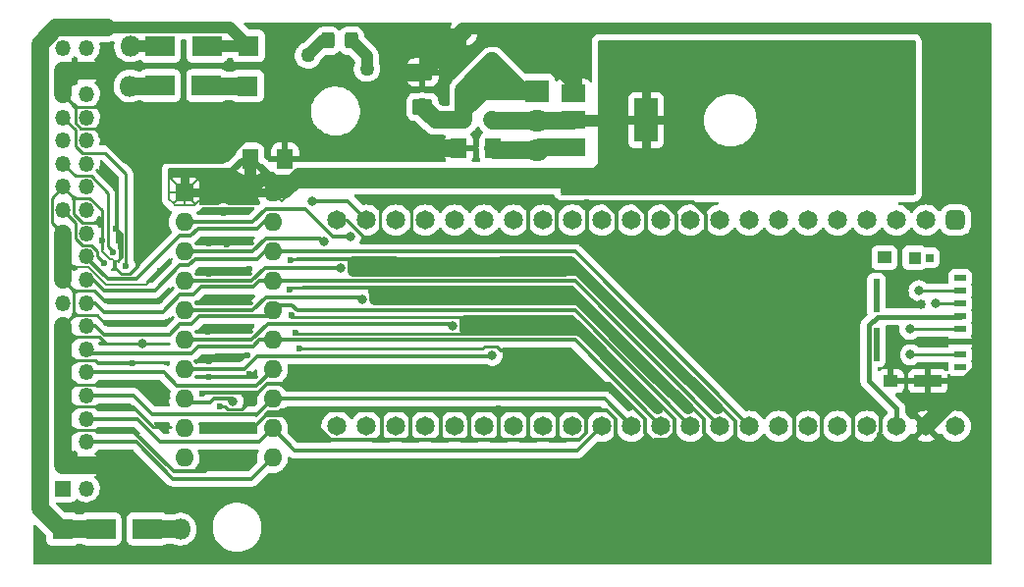
<source format=gbr>
%TF.GenerationSoftware,KiCad,Pcbnew,6.0.5-a6ca702e91~116~ubuntu21.10.1*%
%TF.CreationDate,2022-08-24T05:16:12-06:00*%
%TF.ProjectId,PowerBook_F4Lite_THTV1_2,506f7765-7242-46f6-9f6b-5f46344c6974,rev?*%
%TF.SameCoordinates,Original*%
%TF.FileFunction,Copper,L1,Top*%
%TF.FilePolarity,Positive*%
%FSLAX46Y46*%
G04 Gerber Fmt 4.6, Leading zero omitted, Abs format (unit mm)*
G04 Created by KiCad (PCBNEW 6.0.5-a6ca702e91~116~ubuntu21.10.1) date 2022-08-24 05:16:12*
%MOMM*%
%LPD*%
G01*
G04 APERTURE LIST*
G04 Aperture macros list*
%AMRoundRect*
0 Rectangle with rounded corners*
0 $1 Rounding radius*
0 $2 $3 $4 $5 $6 $7 $8 $9 X,Y pos of 4 corners*
0 Add a 4 corners polygon primitive as box body*
4,1,4,$2,$3,$4,$5,$6,$7,$8,$9,$2,$3,0*
0 Add four circle primitives for the rounded corners*
1,1,$1+$1,$2,$3*
1,1,$1+$1,$4,$5*
1,1,$1+$1,$6,$7*
1,1,$1+$1,$8,$9*
0 Add four rect primitives between the rounded corners*
20,1,$1+$1,$2,$3,$4,$5,0*
20,1,$1+$1,$4,$5,$6,$7,0*
20,1,$1+$1,$6,$7,$8,$9,0*
20,1,$1+$1,$8,$9,$2,$3,0*%
G04 Aperture macros list end*
%TA.AperFunction,ComponentPad*%
%ADD10RoundRect,0.412500X-0.412500X0.412500X-0.412500X-0.412500X0.412500X-0.412500X0.412500X0.412500X0*%
%TD*%
%TA.AperFunction,ComponentPad*%
%ADD11C,1.650000*%
%TD*%
%TA.AperFunction,ComponentPad*%
%ADD12O,1.800000X1.800000*%
%TD*%
%TA.AperFunction,ComponentPad*%
%ADD13R,1.800000X1.800000*%
%TD*%
%TA.AperFunction,SMDPad,CuDef*%
%ADD14R,2.500000X1.800000*%
%TD*%
%TA.AperFunction,ComponentPad*%
%ADD15R,1.350000X1.350000*%
%TD*%
%TA.AperFunction,ComponentPad*%
%ADD16O,1.350000X1.350000*%
%TD*%
%TA.AperFunction,SMDPad,CuDef*%
%ADD17R,0.550000X2.910000*%
%TD*%
%TA.AperFunction,SMDPad,CuDef*%
%ADD18R,1.000000X0.500000*%
%TD*%
%TA.AperFunction,SMDPad,CuDef*%
%ADD19R,0.780000X0.720000*%
%TD*%
%TA.AperFunction,SMDPad,CuDef*%
%ADD20R,1.200000X1.050000*%
%TD*%
%TA.AperFunction,SMDPad,CuDef*%
%ADD21R,2.390000X1.050000*%
%TD*%
%TA.AperFunction,SMDPad,CuDef*%
%ADD22R,1.080000X1.050000*%
%TD*%
%TA.AperFunction,SMDPad,CuDef*%
%ADD23RoundRect,0.250001X0.462499X0.624999X-0.462499X0.624999X-0.462499X-0.624999X0.462499X-0.624999X0*%
%TD*%
%TA.AperFunction,SMDPad,CuDef*%
%ADD24RoundRect,0.250001X0.624999X-0.462499X0.624999X0.462499X-0.624999X0.462499X-0.624999X-0.462499X0*%
%TD*%
%TA.AperFunction,SMDPad,CuDef*%
%ADD25RoundRect,0.250001X-0.462499X-0.624999X0.462499X-0.624999X0.462499X0.624999X-0.462499X0.624999X0*%
%TD*%
%TA.AperFunction,ComponentPad*%
%ADD26C,1.400000*%
%TD*%
%TA.AperFunction,ComponentPad*%
%ADD27O,1.400000X1.400000*%
%TD*%
%TA.AperFunction,ComponentPad*%
%ADD28R,2.000000X1.905000*%
%TD*%
%TA.AperFunction,ComponentPad*%
%ADD29O,2.000000X1.905000*%
%TD*%
%TA.AperFunction,ComponentPad*%
%ADD30R,1.600000X1.600000*%
%TD*%
%TA.AperFunction,ComponentPad*%
%ADD31O,1.600000X1.600000*%
%TD*%
%TA.AperFunction,ComponentPad*%
%ADD32C,1.270000*%
%TD*%
%TA.AperFunction,SMDPad,CuDef*%
%ADD33RoundRect,0.250000X-0.325000X-0.450000X0.325000X-0.450000X0.325000X0.450000X-0.325000X0.450000X0*%
%TD*%
%TA.AperFunction,SMDPad,CuDef*%
%ADD34R,2.000000X1.500000*%
%TD*%
%TA.AperFunction,SMDPad,CuDef*%
%ADD35R,2.000000X3.800000*%
%TD*%
%TA.AperFunction,ViaPad*%
%ADD36C,0.600000*%
%TD*%
%TA.AperFunction,ViaPad*%
%ADD37C,0.800000*%
%TD*%
%TA.AperFunction,Conductor*%
%ADD38C,1.000000*%
%TD*%
%TA.AperFunction,Conductor*%
%ADD39C,1.500000*%
%TD*%
%TA.AperFunction,Conductor*%
%ADD40C,0.330000*%
%TD*%
%TA.AperFunction,Conductor*%
%ADD41C,0.250000*%
%TD*%
%TA.AperFunction,Conductor*%
%ADD42C,0.200000*%
%TD*%
%TA.AperFunction,Conductor*%
%ADD43C,0.220000*%
%TD*%
%TA.AperFunction,Conductor*%
%ADD44C,0.140000*%
%TD*%
%TA.AperFunction,Conductor*%
%ADD45C,0.750000*%
%TD*%
%TA.AperFunction,Conductor*%
%ADD46C,0.500000*%
%TD*%
%TA.AperFunction,Conductor*%
%ADD47C,0.450000*%
%TD*%
G04 APERTURE END LIST*
D10*
%TO.P,U3,1,Ho*%
%TO.N,unconnected-(U3-Pad1)*%
X145211800Y-77739240D03*
D11*
%TO.P,U3,2,Hi*%
%TO.N,unconnected-(U3-Pad2)*%
X142671800Y-77739240D03*
%TO.P,U3,3,RST*%
%TO.N,unconnected-(U3-Pad3)*%
X140131800Y-77739240D03*
%TO.P,U3,4,V-*%
%TO.N,unconnected-(U3-Pad4)*%
X137591800Y-77739240D03*
%TO.P,U3,5,V+*%
%TO.N,unconnected-(U3-Pad5)*%
X135051800Y-77739240D03*
%TO.P,U3,6,A0*%
%TO.N,unconnected-(U3-Pad6)*%
X132511800Y-77739240D03*
%TO.P,U3,7,A1*%
%TO.N,unconnected-(U3-Pad7)*%
X129971800Y-77739240D03*
%TO.P,U3,8,A2*%
%TO.N,unconnected-(U3-Pad8)*%
X127431800Y-77739240D03*
%TO.P,U3,9,A3*%
%TO.N,unconnected-(U3-Pad9)*%
X124891800Y-77739240D03*
%TO.P,U3,10,SD_CD_CS_A4*%
%TO.N,SD_CD*%
X122351800Y-77739240D03*
%TO.P,U3,11,SD_CLK_A5*%
%TO.N,SD_CLK*%
X119811800Y-77739240D03*
%TO.P,U3,12,SD_DAT0_MISO_A6*%
%TO.N,MISO*%
X117271800Y-77739240D03*
%TO.P,U3,13,SD_CMD_MOSI_A7*%
%TO.N,MOSI*%
X114731800Y-77739240D03*
%TO.P,U3,14,ATN_A8*%
%TO.N,ATN*%
X112191800Y-77739240D03*
%TO.P,U3,15,BSY_A9*%
%TO.N,BSY*%
X109651800Y-77739240D03*
%TO.P,U3,16,ACK_A10*%
%TO.N,ACK*%
X107111800Y-77739240D03*
%TO.P,U3,17,A11*%
%TO.N,unconnected-(U3-Pad17)*%
X104571800Y-77739240D03*
%TO.P,U3,18,A12*%
%TO.N,unconnected-(U3-Pad18)*%
X102031800Y-77739240D03*
%TO.P,U3,19,A13*%
%TO.N,unconnected-(U3-Pad19)*%
X99491800Y-77739240D03*
%TO.P,U3,20,A14*%
%TO.N,unconnected-(U3-Pad20)*%
X96951800Y-77739240D03*
%TO.P,U3,21,RST_A15*%
%TO.N,RST*%
X94411800Y-77739240D03*
%TO.P,U3,22,GND*%
%TO.N,GND*%
X91871800Y-77739240D03*
%TO.P,U3,23,DBP_B0*%
%TO.N,DBParity*%
X91871800Y-95519240D03*
%TO.P,U3,24,B1*%
%TO.N,unconnected-(U3-Pad24)*%
X94411800Y-95519240D03*
%TO.P,U3,25,DB3_B2*%
%TO.N,DB3*%
X96951800Y-95519240D03*
%TO.P,U3,26,MSG_B3*%
%TO.N,MSG*%
X99491800Y-95519240D03*
%TO.P,U3,27,SEL_B4*%
%TO.N,SEL*%
X102031800Y-95519240D03*
%TO.P,U3,28,CD_B5*%
%TO.N,C_D*%
X104571800Y-95519240D03*
%TO.P,U3,29,REQ_B6*%
%TO.N,REQ*%
X107111800Y-95519240D03*
%TO.P,U3,30,IO_B7*%
%TO.N,I_O*%
X109651800Y-95519240D03*
%TO.P,U3,31,DB0_B8*%
%TO.N,DB0*%
X112191800Y-95519240D03*
%TO.P,U3,32,DB1_B9*%
%TO.N,DB1*%
X114731800Y-95519240D03*
%TO.P,U3,33,DB2_B10*%
%TO.N,DB2*%
X117271800Y-95519240D03*
%TO.P,U3,34,DB4_B12*%
%TO.N,DB4*%
X119811800Y-95519240D03*
%TO.P,U3,35,DB5_B13*%
%TO.N,DB5*%
X122351800Y-95519240D03*
%TO.P,U3,36,DB6_B14*%
%TO.N,DB6*%
X124891800Y-95519240D03*
%TO.P,U3,37,DB7_B15*%
%TO.N,DB7*%
X127431800Y-95519240D03*
%TO.P,U3,38,C15*%
%TO.N,unconnected-(U3-Pad38)*%
X129971800Y-95519240D03*
%TO.P,U3,39,C14*%
%TO.N,unconnected-(U3-Pad39)*%
X132511800Y-95519240D03*
%TO.P,U3,40,C13*%
%TO.N,unconnected-(U3-Pad40)*%
X135051800Y-95519240D03*
%TO.P,U3,41,VB*%
%TO.N,unconnected-(U3-Pad41)*%
X137591800Y-95519240D03*
%TO.P,U3,42,3.3v*%
%TO.N,3v3*%
X140131800Y-95519240D03*
%TO.P,U3,43,GND*%
%TO.N,GND*%
X142671800Y-95519240D03*
%TO.P,U3,44,5V*%
%TO.N,+5V*%
X145211800Y-95519240D03*
%TD*%
D12*
%TO.P,D2,2,A*%
%TO.N,Net-(D2-Pad2)*%
X78356460Y-104406700D03*
D13*
%TO.P,D2,1,K*%
%TO.N,Net-(D1-Pad1)*%
X68196460Y-104406700D03*
%TD*%
D14*
%TO.P,D5,1,K*%
%TO.N,Net-(D1-Pad1)*%
X71507600Y-104394000D03*
%TO.P,D5,2,A*%
%TO.N,Net-(D2-Pad2)*%
X75507600Y-104394000D03*
%TD*%
%TO.P,D4,1,K*%
%TO.N,Net-(D1-Pad1)*%
X80638400Y-62788800D03*
%TO.P,D4,2,A*%
%TO.N,Net-(D1-Pad2)*%
X76638400Y-62788800D03*
%TD*%
D13*
%TO.P,D1,1,K*%
%TO.N,Net-(D1-Pad1)*%
X84218780Y-62720220D03*
D12*
%TO.P,D1,2,A*%
%TO.N,Net-(D1-Pad2)*%
X74058780Y-62720220D03*
%TD*%
D14*
%TO.P,D6,1,K*%
%TO.N,Net-(D1-Pad1)*%
X80619600Y-66141600D03*
%TO.P,D6,2,A*%
%TO.N,Net-(D3-Pad2)*%
X76619600Y-66141600D03*
%TD*%
D13*
%TO.P,D3,1,K*%
%TO.N,Net-(D1-Pad1)*%
X84173060Y-66179700D03*
D12*
%TO.P,D3,2,A*%
%TO.N,Net-(D3-Pad2)*%
X74013060Y-66179700D03*
%TD*%
D15*
%TO.P,J2,1,+5_L*%
%TO.N,Net-(D2-Pad2)*%
X68232020Y-100892940D03*
D16*
%TO.P,J2,2,+5_L*%
X70232020Y-100892940D03*
%TO.P,J2,3,GND*%
%TO.N,GND*%
X68232020Y-98892940D03*
%TO.P,J2,4,GND*%
X70232020Y-98892940D03*
%TO.P,J2,5,GND*%
X68232020Y-96892940D03*
%TO.P,J2,6,DB0*%
%TO.N,DB0*%
X70232020Y-96892940D03*
%TO.P,J2,7,GND*%
%TO.N,GND*%
X68232020Y-94892940D03*
%TO.P,J2,8,DB1*%
%TO.N,DB1*%
X70232020Y-94892940D03*
%TO.P,J2,9,GND*%
%TO.N,GND*%
X68232020Y-92892940D03*
%TO.P,J2,10,DB2*%
%TO.N,DB2*%
X70232020Y-92892940D03*
%TO.P,J2,11,GND*%
%TO.N,GND*%
X68232020Y-90892940D03*
%TO.P,J2,12,DB3*%
%TO.N,DB3*%
X70232020Y-90892940D03*
%TO.P,J2,13,GND*%
%TO.N,GND*%
X68232020Y-88892940D03*
%TO.P,J2,14,DB4*%
%TO.N,DB4*%
X70232020Y-88892940D03*
%TO.P,J2,15,GND*%
%TO.N,GND*%
X68232020Y-86892940D03*
%TO.P,J2,16,DB5*%
%TO.N,DB5*%
X70232020Y-86892940D03*
%TO.P,J2,18,DB6*%
%TO.N,DB6*%
X70232020Y-84892940D03*
%TO.P,J2,19,GND*%
%TO.N,GND*%
X68232020Y-82892940D03*
%TO.P,J2,20,DB7*%
%TO.N,DB7*%
X70232020Y-82892940D03*
%TO.P,J2,21,GND*%
%TO.N,GND*%
X68232020Y-80892940D03*
%TO.P,J2,22,PARITY*%
%TO.N,DBParity*%
X70232020Y-80892940D03*
%TO.P,J2,23,GND*%
%TO.N,GND*%
X68232020Y-78892940D03*
%TO.P,J2,24,TERMPWR*%
%TO.N,Net-(D1-Pad2)*%
X70232020Y-78892940D03*
%TO.P,J2,25,ATN*%
%TO.N,ATN*%
X68232020Y-76892940D03*
%TO.P,J2,26,BSY*%
%TO.N,BSY*%
X70232020Y-76892940D03*
%TO.P,J2,27,GND*%
%TO.N,GND*%
X68232020Y-74892940D03*
%TO.P,J2,28,ACK*%
%TO.N,ACK*%
X70232020Y-74892940D03*
%TO.P,J2,29,RST*%
%TO.N,RST*%
X68232020Y-72892940D03*
%TO.P,J2,30,MSG*%
%TO.N,MSG*%
X70232020Y-72892940D03*
%TO.P,J2,31,GND*%
%TO.N,GND*%
X68232020Y-70892940D03*
%TO.P,J2,32,SEL*%
%TO.N,SEL*%
X70232020Y-70892940D03*
%TO.P,J2,33,I/O*%
%TO.N,I_O*%
X68232020Y-68892940D03*
%TO.P,J2,34,C/D*%
%TO.N,C_D*%
X70232020Y-68892940D03*
%TO.P,J2,35,GND*%
%TO.N,GND*%
X68232020Y-66892940D03*
%TO.P,J2,36,REQ*%
%TO.N,REQ*%
X70232020Y-66892940D03*
%TO.P,J2,37,GND*%
%TO.N,GND*%
X68232020Y-64892940D03*
%TO.P,J2,38,GND*%
X70232020Y-64892940D03*
%TO.P,J2,39,+5_M*%
%TO.N,Net-(D3-Pad2)*%
X68232020Y-62892940D03*
%TO.P,J2,40,+5_M*%
X70232020Y-62892940D03*
%TO.P,J2,NC*%
%TO.N,N/C*%
X68232020Y-84892940D03*
%TD*%
D17*
%TO.P,SD1,*%
%TO.N,*%
X138390000Y-84260000D03*
X138390000Y-88450000D03*
D18*
%TO.P,SD1,1,DAT2*%
%TO.N,unconnected-(SD1-Pad1)*%
X145625000Y-82755000D03*
%TO.P,SD1,2,CD/CS/DAT3*%
%TO.N,SD_CD*%
X145625000Y-83855000D03*
%TO.P,SD1,3,CMD/MOSI*%
%TO.N,MOSI*%
X145625000Y-84955000D03*
%TO.P,SD1,4,VDD*%
%TO.N,3v3*%
X145625000Y-86055000D03*
%TO.P,SD1,5,CLK*%
%TO.N,SD_CLK*%
X145625000Y-87155000D03*
%TO.P,SD1,6,VSS*%
%TO.N,GND*%
X145625000Y-88255000D03*
%TO.P,SD1,7,DAT0/MISO*%
%TO.N,MISO*%
X145625000Y-89355000D03*
%TO.P,SD1,8,DAT1*%
%TO.N,unconnected-(SD1-Pad8)*%
X145625000Y-90455000D03*
D19*
%TO.P,SD1,9,DET*%
%TO.N,unconnected-(SD1-Pad9)*%
X142945000Y-80995000D03*
D20*
%TO.P,SD1,10,GND_1*%
%TO.N,GND*%
X139635000Y-91630000D03*
D21*
%TO.P,SD1,11,GND_2*%
X142820000Y-91630000D03*
D20*
%TO.P,SD1,12,GND_3*%
%TO.N,unconnected-(SD1-Pad12)*%
X139065000Y-80985000D03*
D22*
%TO.P,SD1,13,GND_4*%
%TO.N,unconnected-(SD1-Pad13)*%
X141675000Y-80995000D03*
%TD*%
D23*
%TO.P,C1,1*%
%TO.N,+5V*%
X105340054Y-71538633D03*
%TO.P,C1,2*%
%TO.N,GND*%
X102365054Y-71538633D03*
%TD*%
D24*
%TO.P,C2,1*%
%TO.N,Net-(C2-Pad1)*%
X99233895Y-67997873D03*
%TO.P,C2,2*%
%TO.N,GND*%
X99233895Y-65022873D03*
%TD*%
D25*
%TO.P,C3,1*%
%TO.N,VBUS*%
X84400060Y-72450960D03*
%TO.P,C3,2*%
%TO.N,GND*%
X87375060Y-72450960D03*
%TD*%
D26*
%TO.P,R1,1*%
%TO.N,Net-(C2-Pad1)*%
X102802594Y-69135792D03*
D27*
%TO.P,R1,2*%
%TO.N,GND*%
X102802594Y-61515792D03*
%TD*%
D26*
%TO.P,R2,1*%
%TO.N,VBUS*%
X105261315Y-69135793D03*
D27*
%TO.P,R2,2*%
%TO.N,Net-(C2-Pad1)*%
X105261315Y-64055793D03*
%TD*%
D28*
%TO.P,U1,1,GND*%
%TO.N,Net-(C2-Pad1)*%
X109134815Y-66608493D03*
D29*
%TO.P,U1,2,VO*%
%TO.N,VBUS*%
X109134815Y-69148493D03*
%TO.P,U1,3,VI*%
%TO.N,+5V*%
X109134815Y-71688493D03*
%TD*%
D30*
%TO.P,U2,1,2.85v*%
%TO.N,VBUS*%
X78689200Y-75402440D03*
D31*
%TO.P,U2,2,Term1*%
%TO.N,REQ*%
X78689200Y-77942440D03*
%TO.P,U2,3,Term2*%
%TO.N,C_D*%
X78689200Y-80482440D03*
%TO.P,U2,4,Term3*%
%TO.N,SEL*%
X78689200Y-83022440D03*
%TO.P,U2,5,Term4*%
%TO.N,MSG*%
X78689200Y-85562440D03*
%TO.P,U2,6,Term5*%
%TO.N,ACK*%
X78689200Y-88102440D03*
%TO.P,U2,7,Term6*%
%TO.N,BSY*%
X78689200Y-90642440D03*
%TO.P,U2,8,Term7*%
%TO.N,I_O*%
X78689200Y-93182440D03*
%TO.P,U2,9,Term8*%
%TO.N,RST*%
X78689200Y-95722440D03*
%TO.P,U2,10,Term9*%
%TO.N,ATN*%
X78689200Y-98262440D03*
%TO.P,U2,11,Term10*%
%TO.N,DB0*%
X86309200Y-98262440D03*
%TO.P,U2,12,Term11*%
%TO.N,DB1*%
X86309200Y-95722440D03*
%TO.P,U2,13,Term12*%
%TO.N,DB2*%
X86309200Y-93182440D03*
%TO.P,U2,14,Term13*%
%TO.N,DB3*%
X86309200Y-90642440D03*
%TO.P,U2,15,Term14*%
%TO.N,DB4*%
X86309200Y-88102440D03*
%TO.P,U2,16,Term15*%
%TO.N,DB5*%
X86309200Y-85562440D03*
%TO.P,U2,17,Term16*%
%TO.N,DB6*%
X86309200Y-83022440D03*
%TO.P,U2,18,Term17*%
%TO.N,DB7*%
X86309200Y-80482440D03*
%TO.P,U2,19,Term18*%
%TO.N,DBParity*%
X86309200Y-77942440D03*
%TO.P,U2,20,2.85v*%
%TO.N,VBUS*%
X86309200Y-75402440D03*
%TD*%
D32*
%TO.P,F1,1*%
%TO.N,Net-(D1-Pad1)*%
X89372440Y-63545720D03*
%TO.P,F1,2*%
%TO.N,+5V*%
X94452440Y-64688720D03*
%TD*%
D33*
%TO.P,F2,1*%
%TO.N,Net-(D1-Pad1)*%
X91066400Y-62280800D03*
%TO.P,F2,2*%
%TO.N,+5V*%
X93116400Y-62280800D03*
%TD*%
D34*
%TO.P,U4,1,GND*%
%TO.N,GND*%
X112216800Y-66838800D03*
D35*
%TO.P,U4,2,VO*%
%TO.N,VBUS*%
X118516800Y-69138800D03*
D34*
X112216800Y-69138800D03*
%TO.P,U4,3,VI*%
%TO.N,+5V*%
X112216800Y-71438800D03*
%TD*%
D36*
%TO.N,GND*%
X81808320Y-93850460D03*
X117366038Y-91759782D03*
X81130140Y-95735140D03*
X87215980Y-101099620D03*
X89855819Y-95264461D03*
X87805260Y-83708240D03*
X76635610Y-84684870D03*
X109287801Y-86772259D03*
X110831630Y-79002890D03*
D37*
X84998560Y-69321680D03*
D36*
X84340000Y-91060000D03*
X80853280Y-89908380D03*
X99268280Y-63207900D03*
X100959920Y-61379100D03*
X89087960Y-72229980D03*
X82649060Y-95737680D03*
D37*
X143070000Y-82650000D03*
D36*
X107327700Y-89931240D03*
X80863440Y-79789020D03*
X88300000Y-87440000D03*
D37*
X144240000Y-88250000D03*
D36*
X82390000Y-79830000D03*
X74688700Y-98402140D03*
D37*
X83779360Y-69321680D03*
D36*
X71820000Y-73460000D03*
X75150000Y-78790000D03*
X77167740Y-95618300D03*
X80876140Y-91295220D03*
X80280000Y-92700000D03*
X80863440Y-82349340D03*
D37*
X77624940Y-71737220D03*
X75107800Y-88404700D03*
D36*
X84220000Y-87040000D03*
D37*
X142220000Y-85020000D03*
D36*
X111533940Y-89969340D03*
D37*
X75984100Y-70497700D03*
D36*
X84119720Y-98209100D03*
X87861140Y-81170780D03*
X80881220Y-98209100D03*
X66377820Y-106657140D03*
X118550204Y-90494336D03*
X82077560Y-77122020D03*
X84310000Y-81960000D03*
X80756760Y-87398860D03*
D37*
X130390000Y-85390000D03*
D36*
X73441560Y-95826580D03*
X87920000Y-85910000D03*
D37*
X79621380Y-71704200D03*
D36*
X96866570Y-81347450D03*
X95801180Y-79159100D03*
X72826111Y-78509629D03*
X115155980Y-100121720D03*
D37*
X130430000Y-88250000D03*
D36*
X95746570Y-76102210D03*
X111765080Y-81592420D03*
X108273710Y-81347450D03*
X119812286Y-89123034D03*
X104841508Y-61437052D03*
X88638380Y-88788240D03*
X76645770Y-82094070D03*
X106066450Y-81347450D03*
X76260739Y-91957939D03*
X74200000Y-90060000D03*
D37*
X142270000Y-88250000D03*
D36*
X110919260Y-94155260D03*
D37*
X140230000Y-88250000D03*
D36*
X84170000Y-89400000D03*
X108397040Y-94068900D03*
X80779620Y-84869020D03*
X97315020Y-64996060D03*
X97061020Y-91831160D03*
X84180000Y-84490000D03*
X75660000Y-86667340D03*
X76020000Y-75660000D03*
X76490000Y-74090000D03*
X75500000Y-77050000D03*
D37*
X147563840Y-106669840D03*
D36*
X72975721Y-98392999D03*
X101576361Y-84608179D03*
X88988900Y-91831160D03*
X105830000Y-93980000D03*
X111765080Y-84198460D03*
X98231960Y-94155260D03*
X71570000Y-79520000D03*
X113474500Y-76205080D03*
X110659401Y-86772259D03*
X108374180Y-75989180D03*
X88374220Y-95948500D03*
X84430000Y-79540000D03*
X103724850Y-87237430D03*
D37*
%TO.N,VBUS*%
X120650000Y-69138800D03*
X123606560Y-65493900D03*
X123576080Y-73101200D03*
D36*
%TO.N,ATN*%
X71780000Y-81440000D03*
D37*
%TO.N,BSY*%
X105260000Y-89410000D03*
%TO.N,ACK*%
X101851460Y-86862920D03*
D36*
%TO.N,RST*%
X72550000Y-80500000D03*
D37*
X89722960Y-76106020D03*
%TO.N,MSG*%
X94079060Y-84554060D03*
%TO.N,SEL*%
X92215338Y-81849598D03*
%TO.N,C_D*%
X90718640Y-79620110D03*
%TO.N,REQ*%
X93032580Y-79176242D03*
D36*
%TO.N,I_O*%
X73670000Y-81710000D03*
D37*
X82882740Y-93362780D03*
%TO.N,SD_CD*%
X142060000Y-83840000D03*
%TO.N,SD_CLK*%
X141275000Y-87155000D03*
%TO.N,MISO*%
X141325000Y-89355000D03*
%TO.N,MOSI*%
X143465000Y-84955000D03*
%TD*%
D38*
%TO.N,VBUS*%
X112890119Y-74536119D02*
X113436400Y-75082400D01*
X111244199Y-74536119D02*
X112890119Y-74536119D01*
X114919760Y-73720960D02*
X114960400Y-73761600D01*
X109979460Y-73720960D02*
X114919760Y-73720960D01*
D39*
%TO.N,Net-(D1-Pad1)*%
X84173060Y-66179700D02*
X80657700Y-66179700D01*
X80657700Y-66179700D02*
X80619600Y-66141600D01*
D38*
X84218780Y-62720220D02*
X80706980Y-62720220D01*
X80706980Y-62720220D02*
X80638400Y-62788800D01*
%TO.N,Net-(D1-Pad2)*%
X74058780Y-62720220D02*
X76569820Y-62720220D01*
X76569820Y-62720220D02*
X76638400Y-62788800D01*
D39*
%TO.N,Net-(D3-Pad2)*%
X74013060Y-66179700D02*
X76581500Y-66179700D01*
X76581500Y-66179700D02*
X76619600Y-66141600D01*
%TO.N,Net-(D2-Pad2)*%
X78356460Y-104406700D02*
X75520300Y-104406700D01*
X75520300Y-104406700D02*
X75507600Y-104394000D01*
%TO.N,Net-(D1-Pad1)*%
X68196460Y-104406700D02*
X71494900Y-104406700D01*
X71494900Y-104406700D02*
X71507600Y-104394000D01*
D38*
%TO.N,GND*%
X84998560Y-69321680D02*
X83779360Y-69321680D01*
D40*
X97061020Y-91831160D02*
X88988900Y-91831160D01*
X88988900Y-91831160D02*
X85870026Y-91831160D01*
D38*
X106066450Y-81347450D02*
X108273710Y-81347450D01*
D41*
X101576361Y-84608179D02*
X99033821Y-84608179D01*
D38*
X103724850Y-87237430D02*
X112753298Y-87237430D01*
X108273710Y-81347450D02*
X112036702Y-81347450D01*
D40*
X110831630Y-79002890D02*
X110841801Y-78992719D01*
X111765080Y-91831160D02*
X97061020Y-91831160D01*
X110919260Y-94155260D02*
X110919260Y-94155260D01*
X98231960Y-94155260D02*
X95702120Y-94155260D01*
D38*
X118550204Y-90494336D02*
X119470468Y-91414600D01*
X117366038Y-91759782D02*
X119573040Y-93966785D01*
X119812286Y-89123034D02*
X124683491Y-93994239D01*
X110659401Y-86772259D02*
X112378514Y-86772259D01*
D41*
X109287801Y-86772259D02*
X104204279Y-86772259D01*
D40*
X89855819Y-95264461D02*
X91300599Y-96709241D01*
D41*
X95746570Y-76102210D02*
X95561801Y-76286979D01*
D42*
X104841508Y-61437052D02*
X102881334Y-61437052D01*
D43*
X75107800Y-88404700D02*
X77391260Y-88404700D01*
X76260739Y-91957939D02*
X77386180Y-93083380D01*
X77167740Y-95618300D02*
X77495400Y-95618300D01*
X76635610Y-84684870D02*
X77709219Y-83611261D01*
D44*
X76645770Y-82094070D02*
X77746860Y-80992980D01*
D40*
X108374180Y-78747620D02*
X108887260Y-79260700D01*
X98231960Y-94155260D02*
X98231960Y-94155260D01*
X123541801Y-94948039D02*
X113201941Y-84608179D01*
D43*
X74200000Y-90060000D02*
X71260000Y-90060000D01*
D40*
X112763001Y-96709241D02*
X110223001Y-96709241D01*
D38*
X112007790Y-86427450D02*
X102951461Y-86427450D01*
X73766680Y-72410320D02*
X81929542Y-72410320D01*
X95649910Y-83887450D02*
X112036702Y-83887450D01*
D43*
X69167021Y-83827941D02*
X69167021Y-85957939D01*
D40*
X136401799Y-94453721D02*
X136401799Y-96617801D01*
D39*
X70232020Y-98892940D02*
X71923220Y-98892940D01*
X68232020Y-97847534D02*
X69277426Y-98892940D01*
D40*
X108397040Y-96525080D02*
X108212879Y-96709241D01*
D43*
X69167021Y-87827941D02*
X71367127Y-87827941D01*
X68232020Y-86892940D02*
X69167021Y-87827941D01*
D40*
X112218359Y-81084597D02*
X88417223Y-81084597D01*
D43*
X67297019Y-75827941D02*
X67297019Y-77957939D01*
D40*
X100841799Y-96597459D02*
X100953581Y-96709241D01*
D39*
X68232020Y-98892940D02*
X70232020Y-98892940D01*
D43*
X69167021Y-85957939D02*
X68232020Y-86892940D01*
D40*
X133701801Y-96899719D02*
X133701801Y-94430839D01*
X127205740Y-99794060D02*
X126241799Y-98830119D01*
X100953581Y-96709241D02*
X103237041Y-96709241D01*
X105785920Y-96677502D02*
X105817659Y-96709241D01*
X123659900Y-77286138D02*
X123659900Y-79197200D01*
X120038842Y-76205080D02*
X121161799Y-77328037D01*
D43*
X73408540Y-95859600D02*
X73441560Y-95826580D01*
D40*
X100841799Y-94176861D02*
X100841799Y-96597459D01*
D42*
X141863612Y-61515792D02*
X109574235Y-61515792D01*
D44*
X71630540Y-80447542D02*
X71630540Y-80309720D01*
D40*
X113201941Y-84608179D02*
X112146212Y-83552450D01*
D38*
X83779360Y-70560502D02*
X83779360Y-69321680D01*
D40*
X73441560Y-95826580D02*
X74160380Y-95826580D01*
D43*
X71869300Y-84800440D02*
X76520040Y-84800440D01*
D40*
X110919260Y-94155260D02*
X112589022Y-94155260D01*
X95702120Y-94155260D02*
X90035380Y-94155260D01*
D43*
X73080000Y-79540000D02*
X73080000Y-80190000D01*
D40*
X79679342Y-89908380D02*
X79747922Y-89976960D01*
D38*
X95179061Y-84608179D02*
X95179061Y-84026059D01*
D43*
X72666860Y-81810860D02*
X72666860Y-81287620D01*
D42*
X84998560Y-69321680D02*
X84998560Y-70074460D01*
D43*
X73140000Y-81020000D02*
X73166780Y-81046780D01*
D40*
X89148797Y-94557439D02*
X89855819Y-95264461D01*
D44*
X68232020Y-80892940D02*
X69127021Y-81787941D01*
D38*
X119563852Y-91414600D02*
X122143491Y-93994239D01*
D40*
X86868401Y-94347441D02*
X86658861Y-94347441D01*
D43*
X69167021Y-87957939D02*
X69167021Y-87827941D01*
X75660000Y-86667340D02*
X77109320Y-86667340D01*
X69198680Y-95859600D02*
X69265360Y-95859600D01*
D41*
X97817940Y-79341980D02*
X98285300Y-78874620D01*
D40*
X105785920Y-94155260D02*
X103167180Y-94155260D01*
X80382221Y-92597779D02*
X80280000Y-92700000D01*
D39*
X102365054Y-71538633D02*
X96508475Y-71538633D01*
D38*
X112352599Y-86772259D02*
X112007790Y-86427450D01*
D40*
X103237041Y-94963279D02*
X103237041Y-96709241D01*
X112146212Y-83552450D02*
X88968580Y-83552450D01*
D41*
X113203211Y-82069449D02*
X112273571Y-82069449D01*
D40*
X80853280Y-89908380D02*
X79679342Y-89908380D01*
D39*
X68232020Y-66892940D02*
X68232020Y-64892940D01*
D43*
X82232584Y-93850460D02*
X82454905Y-94072781D01*
D41*
X104421760Y-88788240D02*
X104580000Y-88630000D01*
D43*
X69167021Y-75827941D02*
X69167021Y-77211743D01*
D40*
X79732682Y-87421720D02*
X84449920Y-87421720D01*
D43*
X68232020Y-66892940D02*
X69297019Y-67957939D01*
X69297019Y-67957939D02*
X71346299Y-67957939D01*
X69783219Y-69827941D02*
X71390979Y-69827941D01*
X68232020Y-92892940D02*
X69167021Y-93827941D01*
X68232020Y-92892940D02*
X69167021Y-91957939D01*
D40*
X80488379Y-99427441D02*
X77761241Y-99427441D01*
D41*
X98285300Y-78874620D02*
X98285300Y-76405740D01*
D39*
X97621655Y-65022873D02*
X96046195Y-66598333D01*
D40*
X133289040Y-97312480D02*
X133701801Y-96899719D01*
D43*
X71630540Y-80309720D02*
X71630540Y-76907658D01*
X74200435Y-93827941D02*
X75990794Y-95618300D01*
D41*
X95859600Y-75989180D02*
X95746570Y-76102210D01*
D43*
X81808320Y-93850460D02*
X82232584Y-93850460D01*
D39*
X68232020Y-96892940D02*
X68232020Y-97847534D01*
D40*
X85749999Y-94557439D02*
X89148797Y-94557439D01*
X103167180Y-94155260D02*
X100863400Y-94155260D01*
D39*
X68232020Y-78892940D02*
X68232020Y-82892940D01*
D38*
X82117502Y-72222360D02*
X81929542Y-72410320D01*
X112664047Y-84608179D02*
X118550204Y-90494336D01*
D40*
X110841801Y-78992719D02*
X110841801Y-76069201D01*
X81440000Y-89400000D02*
X84170000Y-89400000D01*
D41*
X108374180Y-75989180D02*
X95859600Y-75989180D01*
X104580000Y-88630000D02*
X105610000Y-88630000D01*
D43*
X68232020Y-90892940D02*
X69167021Y-89957939D01*
D38*
X112036702Y-81347450D02*
X119812286Y-89123034D01*
D40*
X138292840Y-93743780D02*
X138781801Y-94232741D01*
D38*
X111471850Y-82157430D02*
X93335970Y-82157430D01*
D44*
X72308299Y-81125301D02*
X71630540Y-80447542D01*
D39*
X143075660Y-61597540D02*
X143075660Y-61635640D01*
D40*
X118461801Y-96090441D02*
X118461801Y-94948039D01*
D43*
X83628405Y-94072781D02*
X85103407Y-92597779D01*
D42*
X109574235Y-61515792D02*
X109495495Y-61437052D01*
D41*
X87961050Y-83552450D02*
X87805260Y-83708240D01*
D39*
X69277426Y-98892940D02*
X70232020Y-98892940D01*
D38*
X103122166Y-61196220D02*
X142636240Y-61196220D01*
D40*
X113203211Y-82069449D02*
X112218359Y-81084597D01*
D43*
X73140000Y-80290000D02*
X73140000Y-81020000D01*
D40*
X74160380Y-95826580D02*
X77761241Y-99427441D01*
D43*
X69167021Y-83827941D02*
X70896801Y-83827941D01*
D40*
X120038842Y-76205080D02*
X122578842Y-76205080D01*
X122578842Y-76205080D02*
X123659900Y-77286138D01*
X79719982Y-84869020D02*
X79750462Y-84899500D01*
X127203200Y-101963220D02*
X124334580Y-101963220D01*
D43*
X69297019Y-91957939D02*
X76260739Y-91957939D01*
D42*
X77912141Y-99362441D02*
X81272199Y-99362441D01*
D43*
X68232020Y-74892940D02*
X67297019Y-75827941D01*
D41*
X103875840Y-88788240D02*
X104421760Y-88788240D01*
D40*
X131264660Y-94251780D02*
X131264660Y-96751140D01*
X110919260Y-94155260D02*
X105785920Y-94155260D01*
D43*
X68232020Y-88892940D02*
X69167021Y-87957939D01*
D40*
X100863400Y-94155260D02*
X100841799Y-94176861D01*
D39*
X142671800Y-95519240D02*
X147563840Y-90627200D01*
D43*
X68232020Y-88892940D02*
X69167021Y-89827941D01*
D39*
X112216800Y-65734800D02*
X109829600Y-63347600D01*
D40*
X127205740Y-99794060D02*
X123541801Y-96130121D01*
X121001801Y-96090441D02*
X121001801Y-94948039D01*
X114958842Y-76205080D02*
X116017040Y-77263278D01*
D43*
X75660000Y-86667340D02*
X71859140Y-86667340D01*
D38*
X102802594Y-61515792D02*
X103122166Y-61196220D01*
X104204279Y-86772259D02*
X110659401Y-86772259D01*
D41*
X113726451Y-87672689D02*
X112658227Y-87672689D01*
D40*
X129638680Y-99352480D02*
X129638680Y-99784520D01*
X113381801Y-96090441D02*
X112763001Y-96709241D01*
X80863440Y-79789020D02*
X84528872Y-79789020D01*
D43*
X68232020Y-90892940D02*
X69297019Y-91957939D01*
D38*
X102951461Y-87237430D02*
X103724850Y-87237430D01*
D43*
X71366459Y-70363001D02*
X71366459Y-70487619D01*
D40*
X137111740Y-93743780D02*
X136667240Y-94188280D01*
X95702120Y-94155260D02*
X95702120Y-96649540D01*
D39*
X69286066Y-64884300D02*
X71521320Y-64884300D01*
D43*
X69167021Y-89957939D02*
X69167021Y-89827941D01*
X69902798Y-77947520D02*
X71495920Y-77947520D01*
D40*
X113474500Y-76205080D02*
X113474500Y-78795880D01*
X117498842Y-76205080D02*
X120038842Y-76205080D01*
X138781801Y-95999484D02*
X138567160Y-96214125D01*
X78770480Y-107154980D02*
X78465680Y-107154980D01*
X136667240Y-94188280D02*
X136401799Y-94453721D01*
D43*
X73166780Y-81046780D02*
X72925940Y-81287620D01*
D42*
X102881334Y-61437052D02*
X102802594Y-61515792D01*
D43*
X77109320Y-86667340D02*
X77690980Y-86085680D01*
D40*
X124334580Y-101963220D02*
X118461801Y-96090441D01*
X126241799Y-98830119D02*
X126241799Y-95108037D01*
D43*
X71630540Y-76907658D02*
X70550823Y-75827941D01*
X68232020Y-96892940D02*
X69265360Y-95859600D01*
X72826111Y-78509629D02*
X72826111Y-75213711D01*
D40*
X110573820Y-79260700D02*
X110831630Y-79002890D01*
D44*
X71970900Y-83314540D02*
X75425300Y-83314540D01*
D40*
X108397040Y-94068900D02*
X108397040Y-96525080D01*
D38*
X95511301Y-84026059D02*
X95649910Y-83887450D01*
D41*
X112573459Y-87587921D02*
X88217841Y-87587921D01*
D43*
X73080000Y-78763518D02*
X73080000Y-79540000D01*
D38*
X93335970Y-82157430D02*
X93315339Y-82136799D01*
D40*
X91300599Y-96709241D02*
X95761821Y-96709241D01*
X118461801Y-94948039D02*
X115344922Y-91831160D01*
D39*
X102740976Y-61515792D02*
X99233895Y-65022873D01*
D40*
X138781801Y-94232741D02*
X138781801Y-95999484D01*
D43*
X73272721Y-82416721D02*
X72666860Y-81810860D01*
X75990794Y-95618300D02*
X77167740Y-95618300D01*
D40*
X80863440Y-82349340D02*
X79740302Y-82349340D01*
X118529100Y-77235338D02*
X118529100Y-78747620D01*
D39*
X68232020Y-66892940D02*
X68232020Y-65938346D01*
D43*
X73265901Y-78949419D02*
X73265901Y-80947659D01*
D40*
X121161799Y-77328037D02*
X121161799Y-79053679D01*
D39*
X147563840Y-66085720D02*
X143075660Y-61597540D01*
D40*
X115344922Y-91831160D02*
X111765080Y-91831160D01*
D43*
X73189880Y-71833520D02*
X71987001Y-70630641D01*
D40*
X137111740Y-93743780D02*
X138292840Y-93743780D01*
D41*
X105610000Y-88630000D02*
X105950000Y-88970000D01*
D40*
X103167180Y-94893418D02*
X103237041Y-94963279D01*
D41*
X112273571Y-82069449D02*
X100754671Y-82069449D01*
D38*
X99033821Y-84608179D02*
X112664047Y-84608179D01*
D44*
X72666860Y-81277460D02*
X72514701Y-81125301D01*
D41*
X96098360Y-79341980D02*
X97817940Y-79341980D01*
D43*
X70896801Y-83827941D02*
X71869300Y-84800440D01*
D39*
X68232020Y-65938346D02*
X69286066Y-64884300D01*
D43*
X68232020Y-94892940D02*
X69167021Y-93957939D01*
X76182440Y-71833520D02*
X72555320Y-71833520D01*
D40*
X80853280Y-89908380D02*
X80931620Y-89908380D01*
D44*
X69127021Y-81787941D02*
X70444301Y-81787941D01*
D40*
X80863440Y-82349340D02*
X84385732Y-82349340D01*
D44*
X70444301Y-81787941D02*
X71970900Y-83314540D01*
D43*
X69265360Y-95859600D02*
X73408540Y-95859600D01*
D40*
X79750462Y-84899500D02*
X84498392Y-84899500D01*
D38*
X102740976Y-61515791D02*
X99233894Y-65022873D01*
D39*
X102802594Y-61515792D02*
X102740976Y-61515792D01*
D40*
X100863400Y-94155260D02*
X98231960Y-94155260D01*
X131846320Y-93670120D02*
X131264660Y-94251780D01*
D42*
X109495494Y-61437052D02*
X104841508Y-61437052D01*
D40*
X86658861Y-94347441D02*
X85893745Y-94347441D01*
D42*
X81272199Y-99362441D02*
X82839560Y-97795080D01*
D40*
X79760622Y-91295220D02*
X79780942Y-91315540D01*
D38*
X142636240Y-61196220D02*
X143075660Y-61635640D01*
D40*
X110919260Y-94155260D02*
X110919260Y-96514920D01*
D39*
X99233895Y-65022873D02*
X97621655Y-65022873D01*
D43*
X69167021Y-91957939D02*
X69297019Y-91957939D01*
D40*
X119240599Y-96709241D02*
X120383001Y-96709241D01*
X112826021Y-86772259D02*
X112146212Y-86092450D01*
D38*
X111559831Y-82069449D02*
X111471850Y-82157430D01*
D43*
X69167021Y-93827941D02*
X74200435Y-93827941D01*
D40*
X108374180Y-75989180D02*
X108374180Y-78747620D01*
D43*
X70550823Y-75827941D02*
X69167021Y-75827941D01*
D38*
X95179061Y-84026059D02*
X95511301Y-84026059D01*
X95179061Y-84026059D02*
X95040452Y-83887450D01*
X112378514Y-86772259D02*
X117366038Y-91759782D01*
X102951461Y-86427450D02*
X102951461Y-87237430D01*
D41*
X112146212Y-86092450D02*
X87884850Y-86092450D01*
D40*
X138567160Y-96214125D02*
X138567160Y-96479360D01*
X138567160Y-96479360D02*
X138216640Y-96829880D01*
D39*
X68232020Y-64892940D02*
X70232020Y-64892940D01*
D40*
X112589022Y-94155260D02*
X115129022Y-94155260D01*
D43*
X69167021Y-93957939D02*
X69167021Y-93827941D01*
D41*
X87947323Y-81084597D02*
X87861140Y-81170780D01*
D38*
X81929542Y-72410320D02*
X83779360Y-70560502D01*
D40*
X87060582Y-94155260D02*
X86868401Y-94347441D01*
D43*
X71366459Y-70363001D02*
X71719361Y-70363001D01*
D40*
X85870026Y-91831160D02*
X85103407Y-92597779D01*
D43*
X72826111Y-78509629D02*
X73080000Y-78763518D01*
D40*
X85103407Y-92597779D02*
X80382221Y-92597779D01*
D38*
X119470468Y-91414600D02*
X119563852Y-91414600D01*
D40*
X90035380Y-94155260D02*
X87060582Y-94155260D01*
X80881220Y-98209100D02*
X80881220Y-99034600D01*
D43*
X69167021Y-75827941D02*
X68232020Y-74892940D01*
D40*
X115921801Y-94948039D02*
X115921801Y-96617779D01*
X117498842Y-76205080D02*
X118529100Y-77235338D01*
X80931620Y-89908380D02*
X81440000Y-89400000D01*
D43*
X69167021Y-77211743D02*
X69902798Y-77947520D01*
D41*
X95561801Y-78805421D02*
X96098360Y-79341980D01*
D39*
X112216800Y-66838800D02*
X112216800Y-65734800D01*
X147563840Y-90627200D02*
X147563840Y-66085720D01*
D40*
X80881220Y-99034600D02*
X80488379Y-99427441D01*
X112589022Y-94155260D02*
X113381801Y-94948039D01*
D43*
X71260000Y-90060000D02*
X71027941Y-89827941D01*
X71149739Y-85957939D02*
X69167021Y-85957939D01*
X68232020Y-94892940D02*
X69198680Y-95859600D01*
D41*
X92709798Y-77739240D02*
X94147438Y-79176880D01*
D44*
X72666860Y-81287620D02*
X72666860Y-81277460D01*
D39*
X68232020Y-86892940D02*
X68232020Y-98892940D01*
D38*
X71987001Y-70630641D02*
X73766680Y-72410320D01*
D40*
X95761821Y-96709241D02*
X100953581Y-96709241D01*
X123541801Y-96130121D02*
X123541801Y-94948039D01*
D41*
X88638380Y-88788240D02*
X103875840Y-88788240D01*
D43*
X71943886Y-88404700D02*
X75107800Y-88404700D01*
D40*
X105817659Y-96709241D02*
X108212879Y-96709241D01*
D43*
X71027941Y-89827941D02*
X69167021Y-89827941D01*
X67297019Y-77957939D02*
X68232020Y-78892940D01*
X73311579Y-82416721D02*
X73993181Y-82416721D01*
D40*
X108590080Y-76205080D02*
X108374180Y-75989180D01*
D43*
X71859140Y-86667340D02*
X71149739Y-85957939D01*
X71366459Y-70487619D02*
X71480680Y-70601840D01*
D40*
X108887260Y-79260700D02*
X110573820Y-79260700D01*
X120383001Y-96709241D02*
X121001801Y-96090441D01*
D38*
X102365054Y-71538632D02*
X96508475Y-71538633D01*
D40*
X121001801Y-94948039D02*
X113726451Y-87672689D01*
D43*
X82454905Y-94072781D02*
X83628405Y-94072781D01*
D40*
X116017040Y-77263278D02*
X116017040Y-78966060D01*
X113726451Y-87672689D02*
X112826021Y-86772259D01*
D41*
X95561801Y-76286979D02*
X95561801Y-78805421D01*
D44*
X72514701Y-81125301D02*
X72308299Y-81125301D01*
D40*
X79780942Y-91315540D02*
X84886554Y-91315540D01*
D43*
X73257859Y-82363001D02*
X73311579Y-82416721D01*
D38*
X93315339Y-82136799D02*
X93315339Y-81347450D01*
D40*
X80863440Y-79789020D02*
X79719982Y-79789020D01*
D38*
X99033821Y-84608179D02*
X95179061Y-84608179D01*
D40*
X103237041Y-96709241D02*
X105817659Y-96709241D01*
D38*
X112273571Y-82069449D02*
X111559831Y-82069449D01*
D41*
X91871800Y-77739240D02*
X92709798Y-77739240D01*
D40*
X122325418Y-99794060D02*
X119240599Y-96709241D01*
D39*
X96046195Y-66598333D02*
X96046195Y-71076353D01*
D44*
X75425300Y-83314540D02*
X76645770Y-82094070D01*
D40*
X103167180Y-94155260D02*
X103167180Y-94893418D01*
X86658861Y-94347441D02*
X89045639Y-94347441D01*
X98231960Y-94155260D02*
X98231960Y-96492060D01*
X113474500Y-76205080D02*
X114958842Y-76205080D01*
X85893745Y-94347441D02*
X85765763Y-94475423D01*
D43*
X69297019Y-69341741D02*
X69783219Y-69827941D01*
X72826111Y-75213711D02*
X71060581Y-73448181D01*
X71719361Y-70363001D02*
X71987001Y-70630641D01*
D40*
X80756760Y-87398860D02*
X79709822Y-87398860D01*
D41*
X88417223Y-81084597D02*
X87947323Y-81084597D01*
X142837440Y-62489620D02*
X141863612Y-61515792D01*
D38*
X93315339Y-81347450D02*
X96866570Y-81347450D01*
D40*
X81130140Y-95735140D02*
X84572298Y-95735140D01*
D43*
X76520040Y-84800440D02*
X76635610Y-84684870D01*
D41*
X75743678Y-107154980D02*
X78770480Y-107154980D01*
D43*
X73993181Y-82416721D02*
X73272721Y-82416721D01*
D40*
X115129022Y-94155260D02*
X115921801Y-94948039D01*
X108212879Y-96709241D02*
X110223001Y-96709241D01*
X105785920Y-94155260D02*
X105785920Y-96677502D01*
D43*
X76260739Y-91957939D02*
X76260739Y-91957939D01*
D41*
X112826021Y-86772259D02*
X109287801Y-86772259D01*
D40*
X132471160Y-97312480D02*
X133289040Y-97312480D01*
D43*
X73265901Y-80947659D02*
X73166780Y-81046780D01*
D40*
X80779620Y-84869020D02*
X79719982Y-84869020D01*
X127205740Y-99794060D02*
X122325418Y-99794060D01*
X126241799Y-95108037D02*
X113203211Y-82069449D01*
D44*
X72666860Y-81287620D02*
X72925940Y-81287620D01*
D38*
X112378514Y-86772259D02*
X112352599Y-86772259D01*
D40*
X95702120Y-96649540D02*
X95761821Y-96709241D01*
X113474500Y-76205080D02*
X117498842Y-76205080D01*
X113381801Y-94948039D02*
X113381801Y-96090441D01*
X113474500Y-76205080D02*
X108590080Y-76205080D01*
D43*
X71367127Y-87827941D02*
X71943886Y-88404700D01*
D39*
X96508475Y-71538633D02*
X96046195Y-71076353D01*
D43*
X69297019Y-67957939D02*
X69297019Y-69341741D01*
X73993181Y-82416721D02*
X74744580Y-81665322D01*
D40*
X80876140Y-91295220D02*
X79760622Y-91295220D01*
D41*
X113201941Y-84608179D02*
X101576361Y-84608179D01*
D43*
X74744580Y-81665322D02*
X74744580Y-81473040D01*
D40*
X84572298Y-95735140D02*
X85749999Y-94557439D01*
D43*
X72826111Y-78509629D02*
X73265901Y-78949419D01*
D38*
X97621655Y-65022873D02*
X99233894Y-65022873D01*
D41*
X88968580Y-83552450D02*
X87961050Y-83552450D01*
D40*
X79709822Y-87398860D02*
X79732682Y-87421720D01*
D41*
X112658227Y-87672689D02*
X112573459Y-87587921D01*
D43*
X68232020Y-82892940D02*
X69167021Y-83827941D01*
D45*
%TO.N,VBUS*%
X118516800Y-69138800D02*
X118516800Y-65988800D01*
D42*
X78689200Y-75402440D02*
X78689200Y-76382880D01*
D38*
X111244199Y-74536119D02*
X111046260Y-74338180D01*
X85361780Y-74315320D02*
X84980780Y-74696320D01*
D42*
X78689200Y-76382880D02*
X78625700Y-76446380D01*
D38*
X88536080Y-73720960D02*
X87941720Y-74315320D01*
D42*
X84400060Y-72450960D02*
X83583780Y-72450960D01*
D46*
X84400060Y-72450960D02*
X83977480Y-72450960D01*
D42*
X86423500Y-75402440D02*
X87124540Y-76103480D01*
X86344760Y-73654920D02*
X86078060Y-73654920D01*
X79584206Y-76446380D02*
X79638157Y-76392429D01*
X114475260Y-62303660D02*
X114475260Y-72925940D01*
X78689200Y-75429158D02*
X79652471Y-76392429D01*
X86309200Y-75402440D02*
X85422740Y-74515980D01*
X141704060Y-75445620D02*
X141584680Y-75565000D01*
X85445600Y-73022460D02*
X85196680Y-73022460D01*
X78689200Y-75402440D02*
X78681580Y-75402440D01*
D45*
X118516800Y-65988800D02*
X118618000Y-65887600D01*
X118516800Y-69138800D02*
X120954800Y-69138800D01*
D39*
X109134815Y-69148493D02*
X105274015Y-69148493D01*
D42*
X86309200Y-75402440D02*
X87467440Y-75402440D01*
X110790187Y-69148493D02*
X111241840Y-68696840D01*
D46*
X84460080Y-72450960D02*
X85524340Y-73515220D01*
D42*
X86309200Y-75402440D02*
X87182960Y-74528680D01*
X77755750Y-76328270D02*
X77873860Y-76446380D01*
D45*
X118516800Y-72186400D02*
X118516400Y-72186800D01*
D39*
X105274015Y-69148493D02*
X105261315Y-69135793D01*
D46*
X84400060Y-72450960D02*
X84460080Y-72450960D01*
D38*
X112128767Y-69148493D02*
X115053913Y-69148493D01*
D42*
X141625320Y-62303660D02*
X141704060Y-62382400D01*
X83583780Y-72450960D02*
X82677000Y-73357740D01*
X87467440Y-75760580D02*
X87467440Y-75402440D01*
X114475260Y-72925940D02*
X113639600Y-73761600D01*
D38*
X110757167Y-69148493D02*
X112128767Y-69148493D01*
D42*
X77350620Y-75311000D02*
X77350620Y-75923140D01*
X113639600Y-73761600D02*
X111353600Y-73761600D01*
X141584680Y-75565000D02*
X111300260Y-75565000D01*
X77388720Y-73357740D02*
X77350620Y-73395840D01*
X80027780Y-76017120D02*
X84978240Y-76017120D01*
D38*
X109134815Y-69148493D02*
X110484453Y-69148493D01*
D42*
X82677000Y-73357740D02*
X77388720Y-73357740D01*
X77873860Y-76446380D02*
X78625700Y-76446380D01*
X78681580Y-75402440D02*
X77755750Y-76328270D01*
X87467440Y-75402440D02*
X87467440Y-74777600D01*
D46*
X83977480Y-72450960D02*
X83162140Y-73266300D01*
D42*
X79652471Y-76392429D02*
X80027780Y-76017120D01*
X110757167Y-69148493D02*
X110790187Y-69148493D01*
X79638157Y-76392429D02*
X79652471Y-76392429D01*
X78689200Y-75402440D02*
X77442060Y-75402440D01*
X78625700Y-76446380D02*
X79584206Y-76446380D01*
D45*
X118516800Y-69138800D02*
X116484400Y-69138800D01*
D42*
X87124540Y-76103480D02*
X87467440Y-75760580D01*
D45*
X118516800Y-69138800D02*
X118516800Y-72186400D01*
D38*
X109979460Y-73720960D02*
X88536080Y-73720960D01*
D42*
X111201200Y-73914000D02*
X111201200Y-75387200D01*
D38*
X109134815Y-69148493D02*
X110757167Y-69148493D01*
D42*
X111353600Y-73761600D02*
X111201200Y-73914000D01*
X87182960Y-74528680D02*
X87182960Y-74493120D01*
X87467440Y-74777600D02*
X87182960Y-74493120D01*
D38*
X88336301Y-74536119D02*
X111244199Y-74536119D01*
D42*
X86309200Y-75402440D02*
X86423500Y-75402440D01*
X141704060Y-62382400D02*
X141704060Y-75445620D01*
D38*
X87941720Y-74315320D02*
X86309200Y-74315320D01*
D42*
X78689200Y-75402440D02*
X78689200Y-75429158D01*
X111300260Y-75565000D02*
X111244199Y-75508939D01*
D38*
X86309200Y-74315320D02*
X85361780Y-74315320D01*
D42*
X77350620Y-73395840D02*
X77350620Y-75311000D01*
X77442060Y-75402440D02*
X77350620Y-75311000D01*
X78689200Y-75387200D02*
X77515720Y-74213720D01*
X78689200Y-75402440D02*
X78689200Y-75394820D01*
X87182960Y-74493120D02*
X86344760Y-73654920D01*
D38*
X84400060Y-72450960D02*
X84400060Y-74001300D01*
D45*
X78689200Y-75402440D02*
X78689200Y-73992740D01*
D38*
X87469980Y-75402440D02*
X88336301Y-74536119D01*
D45*
X78689200Y-75402440D02*
X80297020Y-75402440D01*
D39*
X109134815Y-69148493D02*
X112128767Y-69148493D01*
D42*
X114475260Y-62303660D02*
X141625320Y-62303660D01*
X77350620Y-75923140D02*
X77755750Y-76328270D01*
X86078060Y-73654920D02*
X85445600Y-73022460D01*
X78689200Y-75402440D02*
X78689200Y-75387200D01*
D45*
X86309200Y-75402440D02*
X86309200Y-74315320D01*
X86309200Y-75402440D02*
X84739480Y-75402440D01*
D38*
X86309200Y-75402440D02*
X87469980Y-75402440D01*
D42*
X85422740Y-74515980D02*
X85321140Y-74414380D01*
X78689200Y-75394820D02*
X79936340Y-74147680D01*
D39*
%TO.N,+5V*%
X109134815Y-71688493D02*
X105489914Y-71688493D01*
X109384508Y-71438800D02*
X109134815Y-71688493D01*
D38*
X94452440Y-64688720D02*
X94452440Y-63616840D01*
X108984955Y-71538633D02*
X109134815Y-71688493D01*
X94452440Y-63616840D02*
X93116400Y-62280800D01*
X105340055Y-71538633D02*
X108984955Y-71538633D01*
D39*
X112216800Y-71438800D02*
X109384508Y-71438800D01*
X105489914Y-71688493D02*
X105340054Y-71538633D01*
D40*
%TO.N,DB4*%
X79870000Y-88690000D02*
X84609329Y-88690000D01*
X85196889Y-88102440D02*
X86309200Y-88102440D01*
X112395000Y-88102440D02*
X86309200Y-88102440D01*
X79292559Y-89267441D02*
X79870000Y-88690000D01*
X84609329Y-88690000D02*
X85196889Y-88102440D01*
X70232020Y-88892940D02*
X70606521Y-89267441D01*
X70606521Y-89267441D02*
X79292559Y-89267441D01*
X119811800Y-95519240D02*
X112395000Y-88102440D01*
%TO.N,DB5*%
X85821640Y-86050000D02*
X86309200Y-85562440D01*
X70232020Y-86892940D02*
X71033180Y-86892940D01*
X78339997Y-86727441D02*
X79332559Y-86727441D01*
X88472440Y-85562440D02*
X87990000Y-85080000D01*
X71748879Y-87608639D02*
X77458799Y-87608639D01*
X86791640Y-85080000D02*
X86309200Y-85562440D01*
X112395000Y-85562440D02*
X122351800Y-95519240D01*
X112395000Y-85562440D02*
X88472440Y-85562440D01*
X80010000Y-86050000D02*
X85821640Y-86050000D01*
X79332559Y-86727441D02*
X80010000Y-86050000D01*
X77458799Y-87608639D02*
X78339997Y-86727441D01*
X87990000Y-85080000D02*
X86791640Y-85080000D01*
X71033180Y-86892940D02*
X71748879Y-87608639D01*
%TO.N,DB6*%
X70232020Y-84892940D02*
X70897540Y-84892940D01*
X112395000Y-83022440D02*
X86309200Y-83022440D01*
X70232020Y-84892940D02*
X71042320Y-84892940D01*
X85177560Y-83022440D02*
X86309200Y-83022440D01*
X84670000Y-83530000D02*
X85177560Y-83022440D01*
X124891800Y-95519240D02*
X112395000Y-83022440D01*
X80120000Y-83530000D02*
X84670000Y-83530000D01*
X79462559Y-84187441D02*
X80120000Y-83530000D01*
X78339997Y-84187441D02*
X79462559Y-84187441D01*
X76864439Y-85662999D02*
X78339997Y-84187441D01*
X71812379Y-85662999D02*
X76864439Y-85662999D01*
X71042320Y-84892940D02*
X71812379Y-85662999D01*
%TO.N,DB7*%
X85637560Y-80482440D02*
X86309200Y-80482440D01*
X70843180Y-82892940D02*
X71782940Y-83832700D01*
X71782940Y-83832700D02*
X76154738Y-83832700D01*
X112395000Y-80482440D02*
X127431800Y-95519240D01*
X76154738Y-83832700D02*
X78339997Y-81647441D01*
X86309200Y-80482440D02*
X112395000Y-80482440D01*
X79617798Y-81130000D02*
X84990000Y-81130000D01*
X70232020Y-82892940D02*
X70843180Y-82892940D01*
X78339997Y-81647441D02*
X79100357Y-81647441D01*
X84990000Y-81130000D02*
X85637560Y-80482440D01*
X79100357Y-81647441D02*
X79617798Y-81130000D01*
D42*
%TO.N,ATN*%
X71899780Y-81605120D02*
X71899780Y-81605120D01*
D43*
X69913217Y-79957939D02*
X69297019Y-79341741D01*
X69297019Y-79341741D02*
X69297019Y-77957939D01*
X69297019Y-77957939D02*
X68232020Y-76892940D01*
X71167021Y-80860129D02*
X71167021Y-80444139D01*
X71783108Y-81476216D02*
X71167021Y-80860129D01*
X70680821Y-79957939D02*
X69913217Y-79957939D01*
X71167021Y-80444139D02*
X70680821Y-79957939D01*
D40*
%TO.N,BSY*%
X85022561Y-89477439D02*
X105192561Y-89477439D01*
X105192561Y-89477439D02*
X105260000Y-89410000D01*
X78689200Y-90642440D02*
X83857560Y-90642440D01*
X83857560Y-90642440D02*
X85022561Y-89477439D01*
%TO.N,ACK*%
X84518746Y-88102440D02*
X85921186Y-86700000D01*
X85921186Y-86700000D02*
X101688540Y-86700000D01*
X78689200Y-88102440D02*
X84518746Y-88102440D01*
X101688540Y-86700000D02*
X101851460Y-86862920D01*
D43*
%TO.N,RST*%
X68232020Y-72892940D02*
X69297019Y-73957939D01*
X70680821Y-73957939D02*
X72144450Y-75421568D01*
X72144450Y-75421568D02*
X72144450Y-80043850D01*
X72144450Y-80043850D02*
X72605900Y-80505300D01*
X69297019Y-73957939D02*
X70680821Y-73957939D01*
D40*
X89722960Y-76106020D02*
X92778580Y-76106020D01*
X92778580Y-76106020D02*
X94411800Y-77739240D01*
%TO.N,MSG*%
X93922439Y-84397439D02*
X94079060Y-84554060D01*
X85749999Y-84397439D02*
X93922439Y-84397439D01*
X78689200Y-85562440D02*
X84584998Y-85562440D01*
X84584998Y-85562440D02*
X85749999Y-84397439D01*
%TO.N,SEL*%
X92215338Y-81849598D02*
X86876242Y-81849598D01*
X86868401Y-81857439D02*
X85627179Y-81857439D01*
X86876242Y-81849598D02*
X86868401Y-81857439D01*
X84462178Y-83022440D02*
X78689200Y-83022440D01*
X85627179Y-81857439D02*
X84462178Y-83022440D01*
%TO.N,C_D*%
X85749999Y-79317439D02*
X90415969Y-79317439D01*
X90415969Y-79317439D02*
X90718640Y-79620110D01*
X78689200Y-80482440D02*
X84584998Y-80482440D01*
X84584998Y-80482440D02*
X85749999Y-79317439D01*
%TO.N,REQ*%
X91547600Y-79176242D02*
X93032580Y-79176242D01*
X89148797Y-76777439D02*
X91547600Y-79176242D01*
X78689200Y-77942440D02*
X84584998Y-77942440D01*
X85749999Y-76777439D02*
X89148797Y-76777439D01*
X78689200Y-77942440D02*
X78745769Y-77942440D01*
X84584998Y-77942440D02*
X85749999Y-76777439D01*
%TO.N,I_O*%
X80950000Y-93440000D02*
X78946760Y-93440000D01*
D43*
X69913217Y-71957939D02*
X71867939Y-71957939D01*
D40*
X82882740Y-93362780D02*
X82669960Y-93150000D01*
X78946760Y-93440000D02*
X78689200Y-93182440D01*
D43*
X73667620Y-73757620D02*
X73667620Y-81691480D01*
D40*
X81240000Y-93150000D02*
X80950000Y-93440000D01*
X82669960Y-93150000D02*
X81240000Y-93150000D01*
D43*
X69297019Y-71341741D02*
X69913217Y-71957939D01*
X68232020Y-68892940D02*
X69297019Y-69957939D01*
X71867939Y-71957939D02*
X73667620Y-73757620D01*
X69297019Y-69957939D02*
X69297019Y-71341741D01*
X73667620Y-81691480D02*
X73652380Y-81706720D01*
D40*
%TO.N,DB0*%
X74547904Y-96892940D02*
X77707963Y-100052999D01*
X70232020Y-96892940D02*
X74547904Y-96892940D01*
X86309200Y-98262440D02*
X84518641Y-100052999D01*
X77707963Y-100052999D02*
X84518641Y-100052999D01*
%TO.N,DB1*%
X86309200Y-95722440D02*
X85144199Y-96887441D01*
X112615980Y-97635060D02*
X88221820Y-97635060D01*
X76608881Y-96837441D02*
X85094199Y-96837441D01*
X70232020Y-94892940D02*
X74664380Y-94892940D01*
X88221820Y-97635060D02*
X86309200Y-95722440D01*
X114731800Y-95519240D02*
X112615980Y-97635060D01*
X74664380Y-94892940D02*
X76608881Y-96837441D01*
X85094199Y-96837441D02*
X85144199Y-96887441D01*
D41*
%TO.N,SD_CD*%
X142075000Y-83855000D02*
X142060000Y-83840000D01*
X145625000Y-83855000D02*
X142075000Y-83855000D01*
%TO.N,SD_CLK*%
X141275000Y-87155000D02*
X141250000Y-87130000D01*
X145625000Y-87155000D02*
X141275000Y-87155000D01*
%TO.N,MISO*%
X141325000Y-89355000D02*
X141280000Y-89400000D01*
X145625000Y-89355000D02*
X141325000Y-89355000D01*
%TO.N,MOSI*%
X145625000Y-84955000D02*
X143465000Y-84955000D01*
D40*
%TO.N,DBParity*%
X85557560Y-77942440D02*
X85030000Y-78470000D01*
X85030000Y-78470000D02*
X79880000Y-78470000D01*
X78339997Y-79107441D02*
X74605709Y-82841729D01*
X70232020Y-80995562D02*
X70232020Y-80892940D01*
X79880000Y-78470000D02*
X79242559Y-79107441D01*
X79242559Y-79107441D02*
X78339997Y-79107441D01*
X86309200Y-77942440D02*
X85557560Y-77942440D01*
X72078187Y-82841729D02*
X70232020Y-80995562D01*
X74605709Y-82841729D02*
X72078187Y-82841729D01*
D41*
%TO.N,DB2*%
X86272370Y-93305630D02*
X86314280Y-93263720D01*
D40*
X114935000Y-93182440D02*
X117271800Y-95519240D01*
X74307760Y-92892940D02*
X75912611Y-94497791D01*
X84934201Y-94557439D02*
X86309200Y-93182440D01*
X75912611Y-94497791D02*
X84874553Y-94497791D01*
X70232020Y-92892940D02*
X74307760Y-92892940D01*
X84874553Y-94497791D02*
X84934201Y-94557439D01*
X86309200Y-93182440D02*
X114935000Y-93182440D01*
D41*
%TO.N,DB3*%
X86314280Y-90723720D02*
X86314280Y-90723720D01*
D40*
X76903442Y-90892940D02*
X78027941Y-92017439D01*
D41*
X86986250Y-90723720D02*
X86314280Y-90723720D01*
D40*
X70232020Y-90892940D02*
X76903442Y-90892940D01*
X78027941Y-92017439D02*
X84934201Y-92017439D01*
X84934201Y-92017439D02*
X86309200Y-90642440D01*
D41*
X86309200Y-90642440D02*
X85184199Y-91767441D01*
D47*
%TO.N,3v3*%
X140131800Y-95519240D02*
X140131800Y-94000822D01*
X137740489Y-86819511D02*
X138470489Y-86089511D01*
X138470489Y-86089511D02*
X145590489Y-86089511D01*
X140131800Y-94000822D02*
X137740489Y-91609511D01*
X137740489Y-91609511D02*
X137740489Y-86819511D01*
X145590489Y-86089511D02*
X145625000Y-86055000D01*
D39*
%TO.N,Net-(C2-Pad1)*%
X109134815Y-66608493D02*
X104465587Y-66608493D01*
D38*
X100371814Y-69135792D02*
X99233893Y-67997872D01*
D39*
X102802594Y-68271486D02*
X102802594Y-66514514D01*
X102802594Y-66514514D02*
X105261315Y-64055793D01*
D38*
X109134815Y-66608493D02*
X107814013Y-66608492D01*
D39*
X102802594Y-69135792D02*
X100371814Y-69135792D01*
D38*
X102802594Y-69135792D02*
X102802594Y-66514513D01*
D39*
X102802594Y-69135792D02*
X102802594Y-68271486D01*
X109134815Y-66608493D02*
X107814015Y-66608493D01*
D38*
X107814013Y-66608492D02*
X105261315Y-64055792D01*
X102802594Y-66514513D02*
X105261315Y-64055792D01*
D39*
X107814015Y-66608493D02*
X106095333Y-66608493D01*
X104465587Y-66608493D02*
X102802594Y-68271486D01*
X100371814Y-69135792D02*
X99233895Y-67997873D01*
X106095333Y-66608493D02*
X105051860Y-65565020D01*
X107814015Y-66608493D02*
X105261315Y-64055793D01*
D38*
%TO.N,Net-(D1-Pad1)*%
X91066400Y-62280800D02*
X90637360Y-62280800D01*
X90637360Y-62280800D02*
X89372440Y-63545720D01*
D39*
X68196460Y-104406700D02*
X68023740Y-104406700D01*
X66240660Y-102623620D02*
X66240660Y-87873840D01*
D38*
X82654140Y-61155580D02*
X84218780Y-62720220D01*
X71996300Y-61155580D02*
X82654140Y-61155580D01*
D39*
X66240660Y-87873840D02*
X66240660Y-62553298D01*
X67638378Y-61155580D02*
X71996300Y-61155580D01*
X68023740Y-104406700D02*
X66240660Y-102623620D01*
X66240660Y-62553298D02*
X67638378Y-61155580D01*
%TD*%
%TA.AperFunction,Conductor*%
%TO.N,GND*%
G36*
X148247138Y-60723980D02*
G01*
X148293632Y-60777634D01*
X148305020Y-60829980D01*
X148305020Y-107312980D01*
X148285018Y-107381101D01*
X148231362Y-107427594D01*
X148179025Y-107438980D01*
X106953908Y-107440231D01*
X65785504Y-107441480D01*
X65717382Y-107421480D01*
X65670888Y-107367826D01*
X65659500Y-107315480D01*
X65659500Y-104126437D01*
X65679502Y-104058316D01*
X65733158Y-104011823D01*
X65803432Y-104001719D01*
X65868012Y-104031213D01*
X65874595Y-104037342D01*
X66751055Y-104913802D01*
X66785081Y-104976114D01*
X66787960Y-105002897D01*
X66787960Y-105354834D01*
X66794715Y-105417016D01*
X66845845Y-105553405D01*
X66933199Y-105669961D01*
X67049755Y-105757315D01*
X67186144Y-105808445D01*
X67248326Y-105815200D01*
X69144594Y-105815200D01*
X69206776Y-105808445D01*
X69343165Y-105757315D01*
X69432484Y-105690374D01*
X69498990Y-105665526D01*
X69508049Y-105665200D01*
X69862957Y-105665200D01*
X69931078Y-105685202D01*
X69938516Y-105690370D01*
X70010895Y-105744615D01*
X70147284Y-105795745D01*
X70209466Y-105802500D01*
X72805734Y-105802500D01*
X72867916Y-105795745D01*
X73004305Y-105744615D01*
X73120861Y-105657261D01*
X73208215Y-105540705D01*
X73259345Y-105404316D01*
X73266100Y-105342134D01*
X73749100Y-105342134D01*
X73755855Y-105404316D01*
X73806985Y-105540705D01*
X73894339Y-105657261D01*
X74010895Y-105744615D01*
X74147284Y-105795745D01*
X74209466Y-105802500D01*
X76805734Y-105802500D01*
X76867916Y-105795745D01*
X77004305Y-105744615D01*
X77076679Y-105690374D01*
X77143184Y-105665526D01*
X77152243Y-105665200D01*
X77684566Y-105665200D01*
X77739010Y-105677570D01*
X77741322Y-105678678D01*
X77745782Y-105681284D01*
X77750602Y-105683125D01*
X77750607Y-105683127D01*
X77857824Y-105724069D01*
X77962154Y-105763909D01*
X77967220Y-105764940D01*
X77967221Y-105764940D01*
X78020306Y-105775740D01*
X78189116Y-105810085D01*
X78318549Y-105814831D01*
X78415409Y-105818383D01*
X78415413Y-105818383D01*
X78420573Y-105818572D01*
X78425693Y-105817916D01*
X78425695Y-105817916D01*
X78499626Y-105808445D01*
X78650307Y-105789142D01*
X78655255Y-105787657D01*
X78655262Y-105787656D01*
X78867207Y-105724069D01*
X78872150Y-105722586D01*
X78876784Y-105720316D01*
X79075509Y-105622962D01*
X79075512Y-105622960D01*
X79080144Y-105620691D01*
X79268703Y-105486194D01*
X79432763Y-105322705D01*
X79567918Y-105134617D01*
X79648491Y-104971590D01*
X79668244Y-104931622D01*
X79668245Y-104931620D01*
X79670538Y-104926980D01*
X79737868Y-104705371D01*
X79768100Y-104475741D01*
X79769787Y-104406700D01*
X79767959Y-104384463D01*
X81136703Y-104384463D01*
X81137262Y-104388707D01*
X81137262Y-104388711D01*
X81140170Y-104410796D01*
X81174228Y-104669494D01*
X81250089Y-104946796D01*
X81362883Y-105211236D01*
X81510521Y-105457921D01*
X81690273Y-105682288D01*
X81898811Y-105880183D01*
X82132277Y-106047946D01*
X82136072Y-106049955D01*
X82136073Y-106049956D01*
X82157829Y-106061475D01*
X82386352Y-106182472D01*
X82656333Y-106281271D01*
X82937224Y-106342515D01*
X82965801Y-106344764D01*
X83160242Y-106360067D01*
X83160251Y-106360067D01*
X83162699Y-106360260D01*
X83318231Y-106360260D01*
X83320367Y-106360114D01*
X83320378Y-106360114D01*
X83528508Y-106345925D01*
X83528514Y-106345924D01*
X83532785Y-106345633D01*
X83536980Y-106344764D01*
X83536982Y-106344764D01*
X83673543Y-106316484D01*
X83814302Y-106287334D01*
X84085303Y-106191367D01*
X84340772Y-106059510D01*
X84344273Y-106057049D01*
X84344277Y-106057047D01*
X84458377Y-105976856D01*
X84575983Y-105894201D01*
X84668267Y-105808445D01*
X84783439Y-105701421D01*
X84783441Y-105701418D01*
X84786582Y-105698500D01*
X84968673Y-105476028D01*
X85118887Y-105230902D01*
X85234443Y-104967658D01*
X85246031Y-104926980D01*
X85307749Y-104710317D01*
X85313204Y-104691166D01*
X85353711Y-104406544D01*
X85353805Y-104388711D01*
X85355195Y-104123343D01*
X85355195Y-104123336D01*
X85355217Y-104119057D01*
X85317692Y-103834026D01*
X85241831Y-103556724D01*
X85129037Y-103292284D01*
X85054487Y-103167720D01*
X84983603Y-103049281D01*
X84983600Y-103049277D01*
X84981399Y-103045599D01*
X84801647Y-102821232D01*
X84593109Y-102623337D01*
X84359643Y-102455574D01*
X84337803Y-102444010D01*
X84314614Y-102431732D01*
X84105568Y-102321048D01*
X83970577Y-102271648D01*
X83839618Y-102223724D01*
X83839616Y-102223723D01*
X83835587Y-102222249D01*
X83554696Y-102161005D01*
X83521685Y-102158407D01*
X83331678Y-102143453D01*
X83331669Y-102143453D01*
X83329221Y-102143260D01*
X83173689Y-102143260D01*
X83171553Y-102143406D01*
X83171542Y-102143406D01*
X82963412Y-102157595D01*
X82963406Y-102157596D01*
X82959135Y-102157887D01*
X82954940Y-102158756D01*
X82954938Y-102158756D01*
X82818377Y-102187036D01*
X82677618Y-102216186D01*
X82406617Y-102312153D01*
X82151148Y-102444010D01*
X82147647Y-102446471D01*
X82147643Y-102446473D01*
X82137554Y-102453564D01*
X81915937Y-102609319D01*
X81705338Y-102805020D01*
X81523247Y-103027492D01*
X81373033Y-103272618D01*
X81371307Y-103276551D01*
X81371306Y-103276552D01*
X81259203Y-103531930D01*
X81257477Y-103535862D01*
X81178716Y-103812354D01*
X81138209Y-104096976D01*
X81138187Y-104101265D01*
X81138186Y-104101272D01*
X81136725Y-104380177D01*
X81136703Y-104384463D01*
X79767959Y-104384463D01*
X79763492Y-104330134D01*
X79751233Y-104181018D01*
X79751232Y-104181012D01*
X79750809Y-104175867D01*
X79694385Y-103951233D01*
X79641621Y-103829884D01*
X79604090Y-103743568D01*
X79604088Y-103743565D01*
X79602030Y-103738831D01*
X79476224Y-103544365D01*
X79320347Y-103373058D01*
X79316296Y-103369859D01*
X79316292Y-103369855D01*
X79142637Y-103232711D01*
X79142632Y-103232708D01*
X79138583Y-103229510D01*
X79134067Y-103227017D01*
X79134064Y-103227015D01*
X78940339Y-103120073D01*
X78940335Y-103120071D01*
X78935815Y-103117576D01*
X78930946Y-103115852D01*
X78930942Y-103115850D01*
X78722363Y-103041988D01*
X78722359Y-103041987D01*
X78717488Y-103040262D01*
X78712395Y-103039355D01*
X78712392Y-103039354D01*
X78494555Y-103000551D01*
X78494549Y-103000550D01*
X78489466Y-102999645D01*
X78416556Y-102998754D01*
X78263041Y-102996879D01*
X78263039Y-102996879D01*
X78257871Y-102996816D01*
X78028924Y-103031850D01*
X77808774Y-103103806D01*
X77804182Y-103106196D01*
X77804183Y-103106196D01*
X77750843Y-103133963D01*
X77692663Y-103148200D01*
X77186135Y-103148200D01*
X77118014Y-103128198D01*
X77110570Y-103123026D01*
X77011492Y-103048771D01*
X77011490Y-103048770D01*
X77004305Y-103043385D01*
X76867916Y-102992255D01*
X76805734Y-102985500D01*
X74209466Y-102985500D01*
X74147284Y-102992255D01*
X74010895Y-103043385D01*
X73894339Y-103130739D01*
X73806985Y-103247295D01*
X73755855Y-103383684D01*
X73749100Y-103445866D01*
X73749100Y-105342134D01*
X73266100Y-105342134D01*
X73266100Y-103445866D01*
X73259345Y-103383684D01*
X73208215Y-103247295D01*
X73120861Y-103130739D01*
X73004305Y-103043385D01*
X72867916Y-102992255D01*
X72805734Y-102985500D01*
X70209466Y-102985500D01*
X70147284Y-102992255D01*
X70010895Y-103043385D01*
X70003710Y-103048770D01*
X70003708Y-103048771D01*
X69904630Y-103123026D01*
X69838123Y-103147874D01*
X69829065Y-103148200D01*
X69508049Y-103148200D01*
X69439928Y-103128198D01*
X69432484Y-103123026D01*
X69406839Y-103103806D01*
X69343165Y-103056085D01*
X69206776Y-103004955D01*
X69144594Y-102998200D01*
X68447218Y-102998200D01*
X68379097Y-102978198D01*
X68358122Y-102961295D01*
X67688363Y-102291535D01*
X67654338Y-102229223D01*
X67659403Y-102158407D01*
X67701950Y-102101572D01*
X67768470Y-102076761D01*
X67777459Y-102076440D01*
X68955154Y-102076440D01*
X69017336Y-102069685D01*
X69153725Y-102018555D01*
X69270281Y-101931201D01*
X69327234Y-101855209D01*
X69384093Y-101812694D01*
X69454912Y-101807668D01*
X69498062Y-101826009D01*
X69571828Y-101875298D01*
X69664883Y-101937476D01*
X69670191Y-101939757D01*
X69670192Y-101939757D01*
X69859429Y-102021059D01*
X69859432Y-102021060D01*
X69864732Y-102023337D01*
X69870362Y-102024611D01*
X69968484Y-102046814D01*
X70076880Y-102071342D01*
X70082651Y-102071569D01*
X70082653Y-102071569D01*
X70155640Y-102074436D01*
X70294225Y-102079881D01*
X70509486Y-102048670D01*
X70514950Y-102046815D01*
X70514955Y-102046814D01*
X70709983Y-101980611D01*
X70709988Y-101980609D01*
X70715455Y-101978753D01*
X70905233Y-101872472D01*
X71072466Y-101733386D01*
X71211552Y-101566153D01*
X71317833Y-101376375D01*
X71319689Y-101370908D01*
X71319691Y-101370903D01*
X71385894Y-101175875D01*
X71385895Y-101175870D01*
X71387750Y-101170406D01*
X71418961Y-100955145D01*
X71420590Y-100892940D01*
X71400687Y-100676340D01*
X71394455Y-100654241D01*
X71355215Y-100515109D01*
X71341646Y-100466995D01*
X71245443Y-100271914D01*
X71115300Y-100097631D01*
X70992728Y-99984327D01*
X70956283Y-99923398D01*
X70958564Y-99852439D01*
X70997688Y-99794928D01*
X71067673Y-99736722D01*
X71075802Y-99728593D01*
X71207440Y-99570315D01*
X71213964Y-99560822D01*
X71314551Y-99381212D01*
X71319230Y-99370703D01*
X71385406Y-99175757D01*
X71388037Y-99164797D01*
X71386060Y-99150932D01*
X71372494Y-99146940D01*
X68104020Y-99146940D01*
X68035899Y-99126938D01*
X67989406Y-99073282D01*
X67978020Y-99020940D01*
X67978020Y-86764940D01*
X67998022Y-86696819D01*
X68051678Y-86650326D01*
X68104020Y-86638940D01*
X68360020Y-86638940D01*
X68428141Y-86658942D01*
X68474634Y-86712598D01*
X68486020Y-86764940D01*
X68486020Y-98620825D01*
X68490495Y-98636064D01*
X68491885Y-98637269D01*
X68499568Y-98638940D01*
X71371505Y-98638940D01*
X71385036Y-98634967D01*
X71386205Y-98626832D01*
X71342745Y-98472734D01*
X71338623Y-98461995D01*
X71247569Y-98277357D01*
X71241558Y-98267548D01*
X71118380Y-98102591D01*
X71110691Y-98094051D01*
X70992711Y-97984992D01*
X70956266Y-97924063D01*
X70958547Y-97853103D01*
X70997670Y-97795593D01*
X71072466Y-97733386D01*
X71108392Y-97690190D01*
X71173529Y-97611871D01*
X71232466Y-97572287D01*
X71270403Y-97566440D01*
X74216741Y-97566440D01*
X74284862Y-97586442D01*
X74305836Y-97603345D01*
X77212130Y-100509639D01*
X77217983Y-100515904D01*
X77253993Y-100557183D01*
X77303568Y-100592025D01*
X77308810Y-100595918D01*
X77356509Y-100633318D01*
X77363433Y-100636444D01*
X77368546Y-100639541D01*
X77375910Y-100643742D01*
X77381151Y-100646552D01*
X77387362Y-100650917D01*
X77438297Y-100670776D01*
X77443809Y-100672925D01*
X77449889Y-100675481D01*
X77498158Y-100697275D01*
X77498160Y-100697276D01*
X77505080Y-100700400D01*
X77512547Y-100701784D01*
X77518265Y-100703576D01*
X77526382Y-100705888D01*
X77532164Y-100707372D01*
X77539240Y-100710131D01*
X77546771Y-100711122D01*
X77546773Y-100711123D01*
X77599291Y-100718037D01*
X77605806Y-100719069D01*
X77647023Y-100726708D01*
X77665362Y-100730107D01*
X77672941Y-100729670D01*
X77672942Y-100729670D01*
X77724309Y-100726708D01*
X77731562Y-100726499D01*
X84490936Y-100726499D01*
X84499506Y-100726791D01*
X84546572Y-100730000D01*
X84546576Y-100730000D01*
X84554148Y-100730516D01*
X84561625Y-100729211D01*
X84561628Y-100729211D01*
X84613827Y-100720101D01*
X84620351Y-100719138D01*
X84672929Y-100712775D01*
X84680473Y-100711862D01*
X84687577Y-100709178D01*
X84693391Y-100707750D01*
X84701545Y-100705519D01*
X84707253Y-100703796D01*
X84714734Y-100702490D01*
X84721682Y-100699440D01*
X84721685Y-100699439D01*
X84741267Y-100690843D01*
X84770226Y-100678130D01*
X84776282Y-100675658D01*
X84832963Y-100654241D01*
X84839225Y-100649938D01*
X84844534Y-100647162D01*
X84851888Y-100643069D01*
X84857043Y-100640020D01*
X84863998Y-100636967D01*
X84912071Y-100600079D01*
X84917361Y-100596236D01*
X84967306Y-100561910D01*
X85006602Y-100517805D01*
X85011584Y-100512529D01*
X85940566Y-99583547D01*
X86002878Y-99549521D01*
X86062270Y-99550935D01*
X86075791Y-99554558D01*
X86075802Y-99554560D01*
X86081113Y-99555983D01*
X86309200Y-99575938D01*
X86537287Y-99555983D01*
X86542600Y-99554559D01*
X86542602Y-99554559D01*
X86753133Y-99498147D01*
X86753135Y-99498146D01*
X86758443Y-99496724D01*
X86763425Y-99494401D01*
X86960962Y-99402289D01*
X86960967Y-99402286D01*
X86965949Y-99399963D01*
X87100369Y-99305841D01*
X87148989Y-99271797D01*
X87148992Y-99271795D01*
X87153500Y-99268638D01*
X87315398Y-99106740D01*
X87446723Y-98919189D01*
X87449046Y-98914207D01*
X87449049Y-98914202D01*
X87541161Y-98716665D01*
X87541161Y-98716664D01*
X87543484Y-98711683D01*
X87571083Y-98608685D01*
X87601319Y-98495842D01*
X87601319Y-98495840D01*
X87602743Y-98490527D01*
X87603222Y-98485051D01*
X87603223Y-98485046D01*
X87613177Y-98371270D01*
X87622183Y-98268332D01*
X87648045Y-98202214D01*
X87705549Y-98160575D01*
X87776436Y-98156634D01*
X87825450Y-98180160D01*
X87870366Y-98215379D01*
X87877290Y-98218505D01*
X87882403Y-98221602D01*
X87889767Y-98225803D01*
X87895008Y-98228613D01*
X87901219Y-98232978D01*
X87957666Y-98254986D01*
X87963746Y-98257542D01*
X88012015Y-98279336D01*
X88012017Y-98279337D01*
X88018937Y-98282461D01*
X88026404Y-98283845D01*
X88032122Y-98285637D01*
X88040239Y-98287949D01*
X88046020Y-98289433D01*
X88053097Y-98292192D01*
X88060630Y-98293184D01*
X88060631Y-98293184D01*
X88113149Y-98300098D01*
X88119665Y-98301130D01*
X88161329Y-98308852D01*
X88179220Y-98312168D01*
X88186799Y-98311731D01*
X88186800Y-98311731D01*
X88238167Y-98308769D01*
X88245420Y-98308560D01*
X112588275Y-98308560D01*
X112596845Y-98308852D01*
X112643911Y-98312061D01*
X112643915Y-98312061D01*
X112651487Y-98312577D01*
X112658964Y-98311272D01*
X112658967Y-98311272D01*
X112711166Y-98302162D01*
X112717690Y-98301199D01*
X112770268Y-98294836D01*
X112777812Y-98293923D01*
X112784916Y-98291239D01*
X112790730Y-98289811D01*
X112798884Y-98287580D01*
X112804592Y-98285857D01*
X112812073Y-98284551D01*
X112819021Y-98281501D01*
X112819024Y-98281500D01*
X112838606Y-98272904D01*
X112867565Y-98260191D01*
X112873621Y-98257719D01*
X112930302Y-98236302D01*
X112936564Y-98231999D01*
X112941873Y-98229223D01*
X112949227Y-98225130D01*
X112954382Y-98222081D01*
X112961337Y-98219028D01*
X113009410Y-98182140D01*
X113014700Y-98178297D01*
X113064645Y-98143971D01*
X113103941Y-98099866D01*
X113108923Y-98094590D01*
X114342753Y-96860760D01*
X114405065Y-96826734D01*
X114464457Y-96828148D01*
X114494034Y-96836073D01*
X114494045Y-96836075D01*
X114499356Y-96837498D01*
X114731800Y-96857834D01*
X114964244Y-96837498D01*
X114969557Y-96836074D01*
X114969559Y-96836074D01*
X115184316Y-96778530D01*
X115184318Y-96778529D01*
X115189626Y-96777107D01*
X115208549Y-96768283D01*
X115396110Y-96680822D01*
X115396115Y-96680819D01*
X115401097Y-96678496D01*
X115405606Y-96675339D01*
X115587721Y-96547821D01*
X115587724Y-96547819D01*
X115592232Y-96544662D01*
X115757222Y-96379672D01*
X115816495Y-96295022D01*
X115848438Y-96249402D01*
X115891056Y-96188537D01*
X115892923Y-96184533D01*
X115944064Y-96135771D01*
X116013777Y-96122335D01*
X116079688Y-96148722D01*
X116110628Y-96184428D01*
X116112544Y-96188537D01*
X116155162Y-96249402D01*
X116187106Y-96295022D01*
X116246378Y-96379672D01*
X116411368Y-96544662D01*
X116415876Y-96547819D01*
X116415879Y-96547821D01*
X116597994Y-96675339D01*
X116602503Y-96678496D01*
X116607485Y-96680819D01*
X116607490Y-96680822D01*
X116795051Y-96768283D01*
X116813974Y-96777107D01*
X116819282Y-96778529D01*
X116819284Y-96778530D01*
X117034041Y-96836074D01*
X117034043Y-96836074D01*
X117039356Y-96837498D01*
X117271800Y-96857834D01*
X117504244Y-96837498D01*
X117509557Y-96836074D01*
X117509559Y-96836074D01*
X117724316Y-96778530D01*
X117724318Y-96778529D01*
X117729626Y-96777107D01*
X117748549Y-96768283D01*
X117936110Y-96680822D01*
X117936115Y-96680819D01*
X117941097Y-96678496D01*
X117945606Y-96675339D01*
X118127721Y-96547821D01*
X118127724Y-96547819D01*
X118132232Y-96544662D01*
X118297222Y-96379672D01*
X118356495Y-96295022D01*
X118388438Y-96249402D01*
X118431056Y-96188537D01*
X118432923Y-96184533D01*
X118484064Y-96135771D01*
X118553777Y-96122335D01*
X118619688Y-96148722D01*
X118650628Y-96184428D01*
X118652544Y-96188537D01*
X118695162Y-96249402D01*
X118727106Y-96295022D01*
X118786378Y-96379672D01*
X118951368Y-96544662D01*
X118955876Y-96547819D01*
X118955879Y-96547821D01*
X119137994Y-96675339D01*
X119142503Y-96678496D01*
X119147485Y-96680819D01*
X119147490Y-96680822D01*
X119335051Y-96768283D01*
X119353974Y-96777107D01*
X119359282Y-96778529D01*
X119359284Y-96778530D01*
X119574041Y-96836074D01*
X119574043Y-96836074D01*
X119579356Y-96837498D01*
X119811800Y-96857834D01*
X120044244Y-96837498D01*
X120049557Y-96836074D01*
X120049559Y-96836074D01*
X120264316Y-96778530D01*
X120264318Y-96778529D01*
X120269626Y-96777107D01*
X120288549Y-96768283D01*
X120476110Y-96680822D01*
X120476115Y-96680819D01*
X120481097Y-96678496D01*
X120485606Y-96675339D01*
X120667721Y-96547821D01*
X120667724Y-96547819D01*
X120672232Y-96544662D01*
X120837222Y-96379672D01*
X120896495Y-96295022D01*
X120928438Y-96249402D01*
X120971056Y-96188537D01*
X120972923Y-96184533D01*
X121024064Y-96135771D01*
X121093777Y-96122335D01*
X121159688Y-96148722D01*
X121190628Y-96184428D01*
X121192544Y-96188537D01*
X121235162Y-96249402D01*
X121267106Y-96295022D01*
X121326378Y-96379672D01*
X121491368Y-96544662D01*
X121495876Y-96547819D01*
X121495879Y-96547821D01*
X121677994Y-96675339D01*
X121682503Y-96678496D01*
X121687485Y-96680819D01*
X121687490Y-96680822D01*
X121875051Y-96768283D01*
X121893974Y-96777107D01*
X121899282Y-96778529D01*
X121899284Y-96778530D01*
X122114041Y-96836074D01*
X122114043Y-96836074D01*
X122119356Y-96837498D01*
X122351800Y-96857834D01*
X122584244Y-96837498D01*
X122589557Y-96836074D01*
X122589559Y-96836074D01*
X122804316Y-96778530D01*
X122804318Y-96778529D01*
X122809626Y-96777107D01*
X122828549Y-96768283D01*
X123016110Y-96680822D01*
X123016115Y-96680819D01*
X123021097Y-96678496D01*
X123025606Y-96675339D01*
X123207721Y-96547821D01*
X123207724Y-96547819D01*
X123212232Y-96544662D01*
X123377222Y-96379672D01*
X123436495Y-96295022D01*
X123468438Y-96249402D01*
X123511056Y-96188537D01*
X123512923Y-96184533D01*
X123564064Y-96135771D01*
X123633777Y-96122335D01*
X123699688Y-96148722D01*
X123730628Y-96184428D01*
X123732544Y-96188537D01*
X123775162Y-96249402D01*
X123807106Y-96295022D01*
X123866378Y-96379672D01*
X124031368Y-96544662D01*
X124035876Y-96547819D01*
X124035879Y-96547821D01*
X124217994Y-96675339D01*
X124222503Y-96678496D01*
X124227485Y-96680819D01*
X124227490Y-96680822D01*
X124415051Y-96768283D01*
X124433974Y-96777107D01*
X124439282Y-96778529D01*
X124439284Y-96778530D01*
X124654041Y-96836074D01*
X124654043Y-96836074D01*
X124659356Y-96837498D01*
X124891800Y-96857834D01*
X125124244Y-96837498D01*
X125129557Y-96836074D01*
X125129559Y-96836074D01*
X125344316Y-96778530D01*
X125344318Y-96778529D01*
X125349626Y-96777107D01*
X125368549Y-96768283D01*
X125556110Y-96680822D01*
X125556115Y-96680819D01*
X125561097Y-96678496D01*
X125565606Y-96675339D01*
X125747721Y-96547821D01*
X125747724Y-96547819D01*
X125752232Y-96544662D01*
X125917222Y-96379672D01*
X125976495Y-96295022D01*
X126008438Y-96249402D01*
X126051056Y-96188537D01*
X126052923Y-96184533D01*
X126104064Y-96135771D01*
X126173777Y-96122335D01*
X126239688Y-96148722D01*
X126270628Y-96184428D01*
X126272544Y-96188537D01*
X126315162Y-96249402D01*
X126347106Y-96295022D01*
X126406378Y-96379672D01*
X126571368Y-96544662D01*
X126575876Y-96547819D01*
X126575879Y-96547821D01*
X126757994Y-96675339D01*
X126762503Y-96678496D01*
X126767485Y-96680819D01*
X126767490Y-96680822D01*
X126955051Y-96768283D01*
X126973974Y-96777107D01*
X126979282Y-96778529D01*
X126979284Y-96778530D01*
X127194041Y-96836074D01*
X127194043Y-96836074D01*
X127199356Y-96837498D01*
X127431800Y-96857834D01*
X127664244Y-96837498D01*
X127669557Y-96836074D01*
X127669559Y-96836074D01*
X127884316Y-96778530D01*
X127884318Y-96778529D01*
X127889626Y-96777107D01*
X127908549Y-96768283D01*
X128096110Y-96680822D01*
X128096115Y-96680819D01*
X128101097Y-96678496D01*
X128105606Y-96675339D01*
X128287721Y-96547821D01*
X128287724Y-96547819D01*
X128292232Y-96544662D01*
X128457222Y-96379672D01*
X128516495Y-96295022D01*
X128548438Y-96249402D01*
X128591056Y-96188537D01*
X128592923Y-96184533D01*
X128644064Y-96135771D01*
X128713777Y-96122335D01*
X128779688Y-96148722D01*
X128810628Y-96184428D01*
X128812544Y-96188537D01*
X128855162Y-96249402D01*
X128887106Y-96295022D01*
X128946378Y-96379672D01*
X129111368Y-96544662D01*
X129115876Y-96547819D01*
X129115879Y-96547821D01*
X129297994Y-96675339D01*
X129302503Y-96678496D01*
X129307485Y-96680819D01*
X129307490Y-96680822D01*
X129495051Y-96768283D01*
X129513974Y-96777107D01*
X129519282Y-96778529D01*
X129519284Y-96778530D01*
X129734041Y-96836074D01*
X129734043Y-96836074D01*
X129739356Y-96837498D01*
X129971800Y-96857834D01*
X130204244Y-96837498D01*
X130209557Y-96836074D01*
X130209559Y-96836074D01*
X130424316Y-96778530D01*
X130424318Y-96778529D01*
X130429626Y-96777107D01*
X130448549Y-96768283D01*
X130636110Y-96680822D01*
X130636115Y-96680819D01*
X130641097Y-96678496D01*
X130645606Y-96675339D01*
X130827721Y-96547821D01*
X130827724Y-96547819D01*
X130832232Y-96544662D01*
X130997222Y-96379672D01*
X131056495Y-96295022D01*
X131088438Y-96249402D01*
X131131056Y-96188537D01*
X131132923Y-96184533D01*
X131184064Y-96135771D01*
X131253777Y-96122335D01*
X131319688Y-96148722D01*
X131350628Y-96184428D01*
X131352544Y-96188537D01*
X131395162Y-96249402D01*
X131427106Y-96295022D01*
X131486378Y-96379672D01*
X131651368Y-96544662D01*
X131655876Y-96547819D01*
X131655879Y-96547821D01*
X131837994Y-96675339D01*
X131842503Y-96678496D01*
X131847485Y-96680819D01*
X131847490Y-96680822D01*
X132035051Y-96768283D01*
X132053974Y-96777107D01*
X132059282Y-96778529D01*
X132059284Y-96778530D01*
X132274041Y-96836074D01*
X132274043Y-96836074D01*
X132279356Y-96837498D01*
X132511800Y-96857834D01*
X132744244Y-96837498D01*
X132749557Y-96836074D01*
X132749559Y-96836074D01*
X132964316Y-96778530D01*
X132964318Y-96778529D01*
X132969626Y-96777107D01*
X132988549Y-96768283D01*
X133176110Y-96680822D01*
X133176115Y-96680819D01*
X133181097Y-96678496D01*
X133185606Y-96675339D01*
X133367721Y-96547821D01*
X133367724Y-96547819D01*
X133372232Y-96544662D01*
X133537222Y-96379672D01*
X133596495Y-96295022D01*
X133628438Y-96249402D01*
X133671056Y-96188537D01*
X133672923Y-96184533D01*
X133724064Y-96135771D01*
X133793777Y-96122335D01*
X133859688Y-96148722D01*
X133890628Y-96184428D01*
X133892544Y-96188537D01*
X133935162Y-96249402D01*
X133967106Y-96295022D01*
X134026378Y-96379672D01*
X134191368Y-96544662D01*
X134195876Y-96547819D01*
X134195879Y-96547821D01*
X134377994Y-96675339D01*
X134382503Y-96678496D01*
X134387485Y-96680819D01*
X134387490Y-96680822D01*
X134575051Y-96768283D01*
X134593974Y-96777107D01*
X134599282Y-96778529D01*
X134599284Y-96778530D01*
X134814041Y-96836074D01*
X134814043Y-96836074D01*
X134819356Y-96837498D01*
X135051800Y-96857834D01*
X135284244Y-96837498D01*
X135289557Y-96836074D01*
X135289559Y-96836074D01*
X135504316Y-96778530D01*
X135504318Y-96778529D01*
X135509626Y-96777107D01*
X135528549Y-96768283D01*
X135716110Y-96680822D01*
X135716115Y-96680819D01*
X135721097Y-96678496D01*
X135725606Y-96675339D01*
X135907721Y-96547821D01*
X135907724Y-96547819D01*
X135912232Y-96544662D01*
X136077222Y-96379672D01*
X136136495Y-96295022D01*
X136168438Y-96249402D01*
X136211056Y-96188537D01*
X136212923Y-96184533D01*
X136264064Y-96135771D01*
X136333777Y-96122335D01*
X136399688Y-96148722D01*
X136430628Y-96184428D01*
X136432544Y-96188537D01*
X136475162Y-96249402D01*
X136507106Y-96295022D01*
X136566378Y-96379672D01*
X136731368Y-96544662D01*
X136735876Y-96547819D01*
X136735879Y-96547821D01*
X136917994Y-96675339D01*
X136922503Y-96678496D01*
X136927485Y-96680819D01*
X136927490Y-96680822D01*
X137115051Y-96768283D01*
X137133974Y-96777107D01*
X137139282Y-96778529D01*
X137139284Y-96778530D01*
X137354041Y-96836074D01*
X137354043Y-96836074D01*
X137359356Y-96837498D01*
X137591800Y-96857834D01*
X137824244Y-96837498D01*
X137829557Y-96836074D01*
X137829559Y-96836074D01*
X138044316Y-96778530D01*
X138044318Y-96778529D01*
X138049626Y-96777107D01*
X138068549Y-96768283D01*
X138256110Y-96680822D01*
X138256115Y-96680819D01*
X138261097Y-96678496D01*
X138265606Y-96675339D01*
X138447721Y-96547821D01*
X138447724Y-96547819D01*
X138452232Y-96544662D01*
X138617222Y-96379672D01*
X138676495Y-96295022D01*
X138708438Y-96249402D01*
X138751056Y-96188537D01*
X138752923Y-96184533D01*
X138804064Y-96135771D01*
X138873777Y-96122335D01*
X138939688Y-96148722D01*
X138970628Y-96184428D01*
X138972544Y-96188537D01*
X139015162Y-96249402D01*
X139047106Y-96295022D01*
X139106378Y-96379672D01*
X139271368Y-96544662D01*
X139275876Y-96547819D01*
X139275879Y-96547821D01*
X139457994Y-96675339D01*
X139462503Y-96678496D01*
X139467485Y-96680819D01*
X139467490Y-96680822D01*
X139655051Y-96768283D01*
X139673974Y-96777107D01*
X139679282Y-96778529D01*
X139679284Y-96778530D01*
X139894041Y-96836074D01*
X139894043Y-96836074D01*
X139899356Y-96837498D01*
X140131800Y-96857834D01*
X140364244Y-96837498D01*
X140369557Y-96836074D01*
X140369559Y-96836074D01*
X140584316Y-96778530D01*
X140584318Y-96778529D01*
X140589626Y-96777107D01*
X140608549Y-96768283D01*
X140796110Y-96680822D01*
X140796115Y-96680819D01*
X140801097Y-96678496D01*
X140805606Y-96675339D01*
X140879993Y-96623253D01*
X141932342Y-96623253D01*
X141941638Y-96635268D01*
X141998246Y-96674905D01*
X142007741Y-96680388D01*
X142209164Y-96774312D01*
X142219456Y-96778058D01*
X142434128Y-96835579D01*
X142444923Y-96837482D01*
X142666325Y-96856853D01*
X142677275Y-96856853D01*
X142898677Y-96837482D01*
X142909472Y-96835579D01*
X143124144Y-96778058D01*
X143134436Y-96774312D01*
X143335859Y-96680388D01*
X143345354Y-96674905D01*
X143402800Y-96634681D01*
X143411175Y-96624204D01*
X143404107Y-96610757D01*
X142684612Y-95891262D01*
X142670668Y-95883648D01*
X142668835Y-95883779D01*
X142662220Y-95888030D01*
X141938772Y-96611478D01*
X141932342Y-96623253D01*
X140879993Y-96623253D01*
X140987721Y-96547821D01*
X140987724Y-96547819D01*
X140992232Y-96544662D01*
X141157222Y-96379672D01*
X141291056Y-96188537D01*
X141293112Y-96184127D01*
X141344351Y-96135270D01*
X141414065Y-96121833D01*
X141479976Y-96148219D01*
X141511206Y-96184259D01*
X141516132Y-96192791D01*
X141556359Y-96250240D01*
X141566836Y-96258615D01*
X141580283Y-96251547D01*
X142299778Y-95532052D01*
X142306156Y-95520372D01*
X143036208Y-95520372D01*
X143036339Y-95522205D01*
X143040590Y-95528820D01*
X143764038Y-96252268D01*
X143775813Y-96258698D01*
X143787828Y-96249402D01*
X143827468Y-96192791D01*
X143832394Y-96184259D01*
X143883779Y-96135267D01*
X143953493Y-96121834D01*
X144019403Y-96148223D01*
X144050459Y-96184065D01*
X144052544Y-96188537D01*
X144186378Y-96379672D01*
X144351368Y-96544662D01*
X144355876Y-96547819D01*
X144355879Y-96547821D01*
X144537994Y-96675339D01*
X144542503Y-96678496D01*
X144547485Y-96680819D01*
X144547490Y-96680822D01*
X144735051Y-96768283D01*
X144753974Y-96777107D01*
X144759282Y-96778529D01*
X144759284Y-96778530D01*
X144974041Y-96836074D01*
X144974043Y-96836074D01*
X144979356Y-96837498D01*
X145211800Y-96857834D01*
X145444244Y-96837498D01*
X145449557Y-96836074D01*
X145449559Y-96836074D01*
X145664316Y-96778530D01*
X145664318Y-96778529D01*
X145669626Y-96777107D01*
X145688549Y-96768283D01*
X145876110Y-96680822D01*
X145876115Y-96680819D01*
X145881097Y-96678496D01*
X145885606Y-96675339D01*
X146067721Y-96547821D01*
X146067724Y-96547819D01*
X146072232Y-96544662D01*
X146237222Y-96379672D01*
X146296495Y-96295022D01*
X146367899Y-96193046D01*
X146367902Y-96193041D01*
X146371056Y-96188537D01*
X146373379Y-96183555D01*
X146373382Y-96183550D01*
X146467344Y-95982048D01*
X146467345Y-95982046D01*
X146469667Y-95977066D01*
X146478247Y-95945047D01*
X146528634Y-95756999D01*
X146528634Y-95756997D01*
X146530058Y-95751684D01*
X146550394Y-95519240D01*
X146530058Y-95286796D01*
X146518845Y-95244949D01*
X146471090Y-95066724D01*
X146471089Y-95066722D01*
X146469667Y-95061414D01*
X146402161Y-94916647D01*
X146373382Y-94854930D01*
X146373379Y-94854925D01*
X146371056Y-94849943D01*
X146367900Y-94845436D01*
X146367899Y-94845434D01*
X146240381Y-94663319D01*
X146240379Y-94663316D01*
X146237222Y-94658808D01*
X146072232Y-94493818D01*
X146067724Y-94490661D01*
X146067721Y-94490659D01*
X145885606Y-94363141D01*
X145885604Y-94363140D01*
X145881097Y-94359984D01*
X145876115Y-94357661D01*
X145876110Y-94357658D01*
X145674608Y-94263696D01*
X145674606Y-94263695D01*
X145669626Y-94261373D01*
X145664318Y-94259951D01*
X145664316Y-94259950D01*
X145449559Y-94202406D01*
X145449557Y-94202406D01*
X145444244Y-94200982D01*
X145211800Y-94180646D01*
X144979356Y-94200982D01*
X144974043Y-94202406D01*
X144974041Y-94202406D01*
X144759284Y-94259950D01*
X144759282Y-94259951D01*
X144753974Y-94261373D01*
X144748994Y-94263695D01*
X144748992Y-94263696D01*
X144547490Y-94357658D01*
X144547485Y-94357661D01*
X144542503Y-94359984D01*
X144537996Y-94363140D01*
X144537994Y-94363141D01*
X144355879Y-94490659D01*
X144355876Y-94490661D01*
X144351368Y-94493818D01*
X144186378Y-94658808D01*
X144052544Y-94849943D01*
X144050488Y-94854353D01*
X143999249Y-94903210D01*
X143929535Y-94916647D01*
X143863624Y-94890261D01*
X143832394Y-94854221D01*
X143827468Y-94845689D01*
X143787241Y-94788240D01*
X143776764Y-94779865D01*
X143763317Y-94786933D01*
X143043822Y-95506428D01*
X143036208Y-95520372D01*
X142306156Y-95520372D01*
X142307392Y-95518108D01*
X142307261Y-95516275D01*
X142303010Y-95509660D01*
X141579562Y-94786212D01*
X141567787Y-94779782D01*
X141555772Y-94789078D01*
X141516132Y-94845689D01*
X141511206Y-94854221D01*
X141459821Y-94903213D01*
X141390107Y-94916646D01*
X141324197Y-94890257D01*
X141293141Y-94854415D01*
X141291056Y-94849943D01*
X141157222Y-94658808D01*
X140992232Y-94493818D01*
X140987722Y-94490660D01*
X140987716Y-94490655D01*
X140919030Y-94442561D01*
X140896421Y-94414276D01*
X141932425Y-94414276D01*
X141939493Y-94427723D01*
X142658988Y-95147218D01*
X142672932Y-95154832D01*
X142674765Y-95154701D01*
X142681380Y-95150450D01*
X143404828Y-94427002D01*
X143411258Y-94415227D01*
X143401962Y-94403212D01*
X143345354Y-94363575D01*
X143335859Y-94358092D01*
X143134436Y-94264168D01*
X143124144Y-94260422D01*
X142909472Y-94202901D01*
X142898677Y-94200998D01*
X142677275Y-94181627D01*
X142666325Y-94181627D01*
X142444923Y-94200998D01*
X142434128Y-94202901D01*
X142219456Y-94260422D01*
X142209164Y-94264168D01*
X142007741Y-94358092D01*
X141998246Y-94363575D01*
X141940800Y-94403799D01*
X141932425Y-94414276D01*
X140896421Y-94414276D01*
X140874701Y-94387104D01*
X140865300Y-94339348D01*
X140865300Y-94065988D01*
X140866733Y-94047038D01*
X140868743Y-94033829D01*
X140868743Y-94033825D01*
X140869843Y-94026595D01*
X140868034Y-94004345D01*
X140865715Y-93975841D01*
X140865300Y-93965627D01*
X140865300Y-93957996D01*
X140862125Y-93930764D01*
X140861694Y-93926405D01*
X140858964Y-93892845D01*
X140855977Y-93856117D01*
X140853721Y-93849153D01*
X140852623Y-93843657D01*
X140851334Y-93838204D01*
X140850486Y-93830932D01*
X140826416Y-93764620D01*
X140824993Y-93760475D01*
X140805519Y-93700360D01*
X140805517Y-93700356D01*
X140803264Y-93693401D01*
X140799472Y-93687151D01*
X140797129Y-93682034D01*
X140794622Y-93677027D01*
X140792127Y-93670155D01*
X140788119Y-93664042D01*
X140788117Y-93664038D01*
X140753447Y-93611159D01*
X140751100Y-93607438D01*
X140717447Y-93551979D01*
X140717446Y-93551978D01*
X140714533Y-93547177D01*
X140707370Y-93539067D01*
X140707388Y-93539051D01*
X140704458Y-93535747D01*
X140702359Y-93533236D01*
X140698346Y-93527116D01*
X140644005Y-93475638D01*
X140641563Y-93473260D01*
X140046397Y-92878094D01*
X140012371Y-92815782D01*
X140017436Y-92744967D01*
X140059983Y-92688131D01*
X140126503Y-92663320D01*
X140135492Y-92662999D01*
X140279669Y-92662999D01*
X140286490Y-92662629D01*
X140337352Y-92657105D01*
X140352604Y-92653479D01*
X140473054Y-92608324D01*
X140488649Y-92599786D01*
X140590724Y-92523285D01*
X140603285Y-92510724D01*
X140679786Y-92408649D01*
X140688324Y-92393054D01*
X140733478Y-92272606D01*
X140737105Y-92257351D01*
X140742631Y-92206486D01*
X140743000Y-92199672D01*
X140743000Y-92199669D01*
X141117001Y-92199669D01*
X141117371Y-92206490D01*
X141122895Y-92257352D01*
X141126521Y-92272604D01*
X141171676Y-92393054D01*
X141180214Y-92408649D01*
X141256715Y-92510724D01*
X141269276Y-92523285D01*
X141371351Y-92599786D01*
X141386946Y-92608324D01*
X141507394Y-92653478D01*
X141522649Y-92657105D01*
X141573514Y-92662631D01*
X141580328Y-92663000D01*
X142547885Y-92663000D01*
X142563124Y-92658525D01*
X142564329Y-92657135D01*
X142566000Y-92649452D01*
X142566000Y-92644884D01*
X143074000Y-92644884D01*
X143078475Y-92660123D01*
X143079865Y-92661328D01*
X143087548Y-92662999D01*
X144059669Y-92662999D01*
X144066490Y-92662629D01*
X144117352Y-92657105D01*
X144132604Y-92653479D01*
X144253054Y-92608324D01*
X144268649Y-92599786D01*
X144370724Y-92523285D01*
X144383285Y-92510724D01*
X144459786Y-92408649D01*
X144468324Y-92393054D01*
X144513478Y-92272606D01*
X144517105Y-92257351D01*
X144522631Y-92206486D01*
X144523000Y-92199672D01*
X144523000Y-91902115D01*
X144518525Y-91886876D01*
X144517135Y-91885671D01*
X144509452Y-91884000D01*
X143092115Y-91884000D01*
X143076876Y-91888475D01*
X143075671Y-91889865D01*
X143074000Y-91897548D01*
X143074000Y-92644884D01*
X142566000Y-92644884D01*
X142566000Y-91902115D01*
X142561525Y-91886876D01*
X142560135Y-91885671D01*
X142552452Y-91884000D01*
X141135116Y-91884000D01*
X141119877Y-91888475D01*
X141118672Y-91889865D01*
X141117001Y-91897548D01*
X141117001Y-92199669D01*
X140743000Y-92199669D01*
X140743000Y-91902115D01*
X140738525Y-91886876D01*
X140737135Y-91885671D01*
X140729452Y-91884000D01*
X139507000Y-91884000D01*
X139438879Y-91863998D01*
X139392386Y-91810342D01*
X139381000Y-91758000D01*
X139381000Y-91357885D01*
X139889000Y-91357885D01*
X139893475Y-91373124D01*
X139894865Y-91374329D01*
X139902548Y-91376000D01*
X140724884Y-91376000D01*
X140740123Y-91371525D01*
X140741328Y-91370135D01*
X140742999Y-91362452D01*
X140742999Y-91357885D01*
X141117000Y-91357885D01*
X141121475Y-91373124D01*
X141122865Y-91374329D01*
X141130548Y-91376000D01*
X142547885Y-91376000D01*
X142563124Y-91371525D01*
X142564329Y-91370135D01*
X142566000Y-91362452D01*
X142566000Y-90615116D01*
X142561525Y-90599877D01*
X142560135Y-90598672D01*
X142552452Y-90597001D01*
X141580331Y-90597001D01*
X141573510Y-90597371D01*
X141522648Y-90602895D01*
X141507396Y-90606521D01*
X141386946Y-90651676D01*
X141371351Y-90660214D01*
X141269276Y-90736715D01*
X141256715Y-90749276D01*
X141180214Y-90851351D01*
X141171676Y-90866946D01*
X141126522Y-90987394D01*
X141122895Y-91002649D01*
X141117369Y-91053514D01*
X141117000Y-91060328D01*
X141117000Y-91357885D01*
X140742999Y-91357885D01*
X140742999Y-91060331D01*
X140742629Y-91053510D01*
X140737105Y-91002648D01*
X140733479Y-90987396D01*
X140688324Y-90866946D01*
X140679786Y-90851351D01*
X140603285Y-90749276D01*
X140590724Y-90736715D01*
X140488649Y-90660214D01*
X140473054Y-90651676D01*
X140352606Y-90606522D01*
X140337351Y-90602895D01*
X140286486Y-90597369D01*
X140279672Y-90597000D01*
X139907115Y-90597000D01*
X139891876Y-90601475D01*
X139890671Y-90602865D01*
X139889000Y-90610548D01*
X139889000Y-91357885D01*
X139381000Y-91357885D01*
X139381000Y-90615116D01*
X139376525Y-90599877D01*
X139375135Y-90598672D01*
X139367452Y-90597001D01*
X138990331Y-90597001D01*
X138983507Y-90597371D01*
X138969434Y-90598899D01*
X138899552Y-90586369D01*
X138865676Y-90554898D01*
X138847866Y-90608603D01*
X138804798Y-90647377D01*
X138781356Y-90660211D01*
X138675554Y-90739505D01*
X138609047Y-90764352D01*
X138539665Y-90749299D01*
X138489435Y-90699124D01*
X138473989Y-90638678D01*
X138473989Y-90539500D01*
X138493991Y-90471379D01*
X138547647Y-90424886D01*
X138599989Y-90413500D01*
X138713134Y-90413500D01*
X138716529Y-90413131D01*
X138716533Y-90413131D01*
X138730681Y-90411594D01*
X138800563Y-90424122D01*
X138834443Y-90455595D01*
X138852254Y-90401887D01*
X138897454Y-90366784D01*
X138895425Y-90363077D01*
X138903297Y-90358767D01*
X138911705Y-90355615D01*
X139028261Y-90268261D01*
X139115615Y-90151705D01*
X139166745Y-90015316D01*
X139173500Y-89953134D01*
X139173500Y-89355000D01*
X140411496Y-89355000D01*
X140431458Y-89544928D01*
X140490473Y-89726556D01*
X140493776Y-89732278D01*
X140493777Y-89732279D01*
X140527686Y-89791010D01*
X140585960Y-89891944D01*
X140590378Y-89896851D01*
X140590379Y-89896852D01*
X140705350Y-90024540D01*
X140713747Y-90033866D01*
X140868248Y-90146118D01*
X140874276Y-90148802D01*
X140874278Y-90148803D01*
X141036681Y-90221109D01*
X141042712Y-90223794D01*
X141119261Y-90240065D01*
X141223056Y-90262128D01*
X141223061Y-90262128D01*
X141229513Y-90263500D01*
X141420487Y-90263500D01*
X141426939Y-90262128D01*
X141426944Y-90262128D01*
X141530739Y-90240065D01*
X141607288Y-90223794D01*
X141613319Y-90221109D01*
X141775722Y-90148803D01*
X141775724Y-90148802D01*
X141781752Y-90146118D01*
X141813324Y-90123180D01*
X141914671Y-90049546D01*
X141936253Y-90033866D01*
X141940668Y-90028963D01*
X141945580Y-90024540D01*
X141946705Y-90025789D01*
X142000014Y-89992949D01*
X142033200Y-89988500D01*
X144494361Y-89988500D01*
X144562482Y-90008502D01*
X144608975Y-90062158D01*
X144619624Y-90128107D01*
X144617061Y-90151705D01*
X144616500Y-90156866D01*
X144616500Y-90682236D01*
X144596498Y-90750357D01*
X144542842Y-90796850D01*
X144472568Y-90806954D01*
X144407988Y-90777460D01*
X144389673Y-90757800D01*
X144383284Y-90749275D01*
X144370724Y-90736715D01*
X144268649Y-90660214D01*
X144253054Y-90651676D01*
X144132606Y-90606522D01*
X144117351Y-90602895D01*
X144066486Y-90597369D01*
X144059672Y-90597000D01*
X143092115Y-90597000D01*
X143076876Y-90601475D01*
X143075671Y-90602865D01*
X143074000Y-90610548D01*
X143074000Y-91357885D01*
X143078475Y-91373124D01*
X143079865Y-91374329D01*
X143087548Y-91376000D01*
X144504884Y-91376000D01*
X144520123Y-91371525D01*
X144521328Y-91370135D01*
X144522999Y-91362452D01*
X144522999Y-91127929D01*
X144543001Y-91059808D01*
X144596657Y-91013315D01*
X144666931Y-91003211D01*
X144731511Y-91032705D01*
X144749824Y-91052363D01*
X144761739Y-91068261D01*
X144878295Y-91155615D01*
X145014684Y-91206745D01*
X145076866Y-91213500D01*
X146173134Y-91213500D01*
X146235316Y-91206745D01*
X146371705Y-91155615D01*
X146488261Y-91068261D01*
X146575615Y-90951705D01*
X146626745Y-90815316D01*
X146633500Y-90753134D01*
X146633500Y-90156866D01*
X146626745Y-90094684D01*
X146602104Y-90028955D01*
X146578766Y-89966699D01*
X146578764Y-89966696D01*
X146575615Y-89958295D01*
X146576466Y-89957976D01*
X146562945Y-89896151D01*
X146575958Y-89851834D01*
X146575615Y-89851705D01*
X146577372Y-89847019D01*
X146577373Y-89847015D01*
X146588764Y-89816632D01*
X146609895Y-89760263D01*
X146626745Y-89715316D01*
X146633500Y-89653134D01*
X146633500Y-89056866D01*
X146626745Y-88994684D01*
X146609024Y-88947414D01*
X146578766Y-88866699D01*
X146578764Y-88866696D01*
X146575615Y-88858295D01*
X146576307Y-88858036D01*
X146562657Y-88795626D01*
X146575580Y-88751615D01*
X146575172Y-88751462D01*
X146577262Y-88745888D01*
X146577826Y-88743966D01*
X146578321Y-88743061D01*
X146623478Y-88622606D01*
X146627105Y-88607351D01*
X146632631Y-88556486D01*
X146633000Y-88549672D01*
X146633000Y-88523115D01*
X146628525Y-88507876D01*
X146627135Y-88506671D01*
X146619452Y-88505000D01*
X144635116Y-88505000D01*
X144619877Y-88509475D01*
X144618672Y-88510865D01*
X144617001Y-88518548D01*
X144617001Y-88549669D01*
X144617370Y-88556488D01*
X144620130Y-88581894D01*
X144607601Y-88651776D01*
X144559280Y-88703791D01*
X144494867Y-88721500D01*
X142033200Y-88721500D01*
X141965079Y-88701498D01*
X141945853Y-88685157D01*
X141945580Y-88685460D01*
X141940668Y-88681037D01*
X141936253Y-88676134D01*
X141826647Y-88596500D01*
X141787094Y-88567763D01*
X141787093Y-88567762D01*
X141781752Y-88563882D01*
X141775724Y-88561198D01*
X141775722Y-88561197D01*
X141613319Y-88488891D01*
X141613318Y-88488891D01*
X141607288Y-88486206D01*
X141513887Y-88466353D01*
X141426944Y-88447872D01*
X141426939Y-88447872D01*
X141420487Y-88446500D01*
X141229513Y-88446500D01*
X141223061Y-88447872D01*
X141223056Y-88447872D01*
X141136113Y-88466353D01*
X141042712Y-88486206D01*
X141036682Y-88488891D01*
X141036681Y-88488891D01*
X140874278Y-88561197D01*
X140874276Y-88561198D01*
X140868248Y-88563882D01*
X140862907Y-88567762D01*
X140862906Y-88567763D01*
X140823353Y-88596500D01*
X140713747Y-88676134D01*
X140709326Y-88681044D01*
X140709325Y-88681045D01*
X140605872Y-88795942D01*
X140585960Y-88818056D01*
X140490473Y-88983444D01*
X140431458Y-89165072D01*
X140430768Y-89171633D01*
X140430768Y-89171635D01*
X140418360Y-89289693D01*
X140411496Y-89355000D01*
X139173500Y-89355000D01*
X139173500Y-86949011D01*
X139193502Y-86880890D01*
X139247158Y-86834397D01*
X139299500Y-86823011D01*
X140256763Y-86823011D01*
X140324884Y-86843013D01*
X140371377Y-86896669D01*
X140381208Y-86965046D01*
X140381458Y-86965072D01*
X140380946Y-86969946D01*
X140380945Y-86969950D01*
X140369497Y-87078873D01*
X140361496Y-87155000D01*
X140362186Y-87161565D01*
X140375653Y-87289693D01*
X140381458Y-87344928D01*
X140440473Y-87526556D01*
X140443776Y-87532278D01*
X140443777Y-87532279D01*
X140460664Y-87561528D01*
X140535960Y-87691944D01*
X140663747Y-87833866D01*
X140744949Y-87892863D01*
X140806274Y-87937418D01*
X140818248Y-87946118D01*
X140824276Y-87948802D01*
X140824278Y-87948803D01*
X140986681Y-88021109D01*
X140992712Y-88023794D01*
X141086112Y-88043647D01*
X141173056Y-88062128D01*
X141173061Y-88062128D01*
X141179513Y-88063500D01*
X141370487Y-88063500D01*
X141376939Y-88062128D01*
X141376944Y-88062128D01*
X141463887Y-88043647D01*
X141557288Y-88023794D01*
X141563319Y-88021109D01*
X141725722Y-87948803D01*
X141725724Y-87948802D01*
X141731752Y-87946118D01*
X141743727Y-87937418D01*
X141864671Y-87849546D01*
X141886253Y-87833866D01*
X141890668Y-87828963D01*
X141895580Y-87824540D01*
X141896705Y-87825789D01*
X141950014Y-87792949D01*
X141983200Y-87788500D01*
X144494866Y-87788500D01*
X144562987Y-87808502D01*
X144609480Y-87862158D01*
X144620129Y-87928108D01*
X144617369Y-87953514D01*
X144617000Y-87960328D01*
X144617000Y-87986885D01*
X144621475Y-88002124D01*
X144622865Y-88003329D01*
X144630548Y-88005000D01*
X146614884Y-88005000D01*
X146630123Y-88000525D01*
X146631328Y-87999135D01*
X146632999Y-87991452D01*
X146632999Y-87960331D01*
X146632629Y-87953510D01*
X146627105Y-87902648D01*
X146623479Y-87887396D01*
X146578321Y-87766939D01*
X146577826Y-87766034D01*
X146577607Y-87765034D01*
X146575172Y-87758538D01*
X146576110Y-87758186D01*
X146562657Y-87696677D01*
X146575838Y-87651788D01*
X146575615Y-87651705D01*
X146576756Y-87648663D01*
X146576758Y-87648656D01*
X146626745Y-87515316D01*
X146633500Y-87453134D01*
X146633500Y-86856866D01*
X146626745Y-86794684D01*
X146605881Y-86739030D01*
X146578766Y-86666699D01*
X146578764Y-86666696D01*
X146575615Y-86658295D01*
X146576466Y-86657976D01*
X146562945Y-86596151D01*
X146575958Y-86551834D01*
X146575615Y-86551705D01*
X146577372Y-86547019D01*
X146577373Y-86547015D01*
X146596749Y-86495332D01*
X146618206Y-86438094D01*
X146626745Y-86415316D01*
X146633500Y-86353134D01*
X146633500Y-85756866D01*
X146626745Y-85694684D01*
X146575615Y-85558295D01*
X146576466Y-85557976D01*
X146562945Y-85496151D01*
X146575958Y-85451834D01*
X146575615Y-85451705D01*
X146577372Y-85447019D01*
X146577373Y-85447015D01*
X146626745Y-85315316D01*
X146633500Y-85253134D01*
X146633500Y-84656866D01*
X146626745Y-84594684D01*
X146595080Y-84510217D01*
X146578766Y-84466699D01*
X146578764Y-84466696D01*
X146575615Y-84458295D01*
X146576466Y-84457976D01*
X146562945Y-84396151D01*
X146575958Y-84351834D01*
X146575615Y-84351705D01*
X146577372Y-84347019D01*
X146577373Y-84347015D01*
X146579400Y-84341611D01*
X146616634Y-84242287D01*
X146626745Y-84215316D01*
X146633500Y-84153134D01*
X146633500Y-83556866D01*
X146626745Y-83494684D01*
X146575615Y-83358295D01*
X146576466Y-83357976D01*
X146562945Y-83296151D01*
X146575958Y-83251834D01*
X146575615Y-83251705D01*
X146577372Y-83247019D01*
X146577373Y-83247015D01*
X146586939Y-83221500D01*
X146623971Y-83122715D01*
X146626745Y-83115316D01*
X146633500Y-83053134D01*
X146633500Y-82456866D01*
X146626745Y-82394684D01*
X146575615Y-82258295D01*
X146488261Y-82141739D01*
X146371705Y-82054385D01*
X146235316Y-82003255D01*
X146173134Y-81996500D01*
X145076866Y-81996500D01*
X145014684Y-82003255D01*
X144878295Y-82054385D01*
X144761739Y-82141739D01*
X144674385Y-82258295D01*
X144623255Y-82394684D01*
X144616500Y-82456866D01*
X144616500Y-83053134D01*
X144616869Y-83056529D01*
X144616869Y-83056533D01*
X144619624Y-83081893D01*
X144607096Y-83151775D01*
X144558775Y-83203791D01*
X144494361Y-83221500D01*
X142781706Y-83221500D01*
X142713585Y-83201498D01*
X142688070Y-83179811D01*
X142675668Y-83166037D01*
X142675666Y-83166036D01*
X142671253Y-83161134D01*
X142597377Y-83107460D01*
X142522094Y-83052763D01*
X142522093Y-83052762D01*
X142516752Y-83048882D01*
X142510724Y-83046198D01*
X142510722Y-83046197D01*
X142348319Y-82973891D01*
X142348318Y-82973891D01*
X142342288Y-82971206D01*
X142214789Y-82944105D01*
X142161944Y-82932872D01*
X142161939Y-82932872D01*
X142155487Y-82931500D01*
X141964513Y-82931500D01*
X141958061Y-82932872D01*
X141958056Y-82932872D01*
X141905211Y-82944105D01*
X141777712Y-82971206D01*
X141771682Y-82973891D01*
X141771681Y-82973891D01*
X141609278Y-83046197D01*
X141609276Y-83046198D01*
X141603248Y-83048882D01*
X141597907Y-83052762D01*
X141597906Y-83052763D01*
X141592720Y-83056531D01*
X141448747Y-83161134D01*
X141444326Y-83166044D01*
X141444325Y-83166045D01*
X141367197Y-83251705D01*
X141320960Y-83303056D01*
X141225473Y-83468444D01*
X141166458Y-83650072D01*
X141165768Y-83656633D01*
X141165768Y-83656635D01*
X141158694Y-83723939D01*
X141146496Y-83840000D01*
X141147186Y-83846565D01*
X141164596Y-84012208D01*
X141166458Y-84029928D01*
X141225473Y-84211556D01*
X141228776Y-84217278D01*
X141228777Y-84217279D01*
X141244843Y-84245106D01*
X141320960Y-84376944D01*
X141325378Y-84381851D01*
X141325379Y-84381852D01*
X141439784Y-84508912D01*
X141448747Y-84518866D01*
X141603248Y-84631118D01*
X141609276Y-84633802D01*
X141609278Y-84633803D01*
X141771679Y-84706108D01*
X141777712Y-84708794D01*
X141871112Y-84728647D01*
X141958056Y-84747128D01*
X141958061Y-84747128D01*
X141964513Y-84748500D01*
X142155487Y-84748500D01*
X142161939Y-84747128D01*
X142161944Y-84747128D01*
X142248888Y-84728647D01*
X142342288Y-84708794D01*
X142348315Y-84706111D01*
X142348323Y-84706108D01*
X142389544Y-84687755D01*
X142459911Y-84678321D01*
X142524208Y-84708428D01*
X142562021Y-84768517D01*
X142566102Y-84816032D01*
X142551496Y-84955000D01*
X142552186Y-84961565D01*
X142567346Y-85105800D01*
X142571458Y-85144928D01*
X142573498Y-85151206D01*
X142586452Y-85191075D01*
X142588479Y-85262043D01*
X142551817Y-85322840D01*
X142488105Y-85354166D01*
X142466619Y-85356011D01*
X139299500Y-85356011D01*
X139231379Y-85336009D01*
X139184886Y-85282353D01*
X139173500Y-85230011D01*
X139173500Y-82756866D01*
X139166745Y-82694684D01*
X139115615Y-82558295D01*
X139028261Y-82441739D01*
X138911705Y-82354385D01*
X138775316Y-82303255D01*
X138713134Y-82296500D01*
X138066866Y-82296500D01*
X138004684Y-82303255D01*
X137868295Y-82354385D01*
X137751739Y-82441739D01*
X137664385Y-82558295D01*
X137613255Y-82694684D01*
X137606500Y-82756866D01*
X137606500Y-85763134D01*
X137613255Y-85825316D01*
X137613802Y-85826776D01*
X137610249Y-85894868D01*
X137580462Y-85942212D01*
X137267908Y-86254766D01*
X137253496Y-86267152D01*
X137236838Y-86279411D01*
X137223576Y-86295022D01*
X137203858Y-86318231D01*
X137196928Y-86325747D01*
X137191544Y-86331131D01*
X137189281Y-86333992D01*
X137189276Y-86333997D01*
X137174557Y-86352602D01*
X137171768Y-86356004D01*
X137130836Y-86404183D01*
X137130833Y-86404187D01*
X137126097Y-86409762D01*
X137122767Y-86416284D01*
X137119658Y-86420946D01*
X137116716Y-86425710D01*
X137112171Y-86431454D01*
X137109071Y-86438087D01*
X137082316Y-86495332D01*
X137080385Y-86499282D01*
X137051642Y-86555572D01*
X137051640Y-86555578D01*
X137048313Y-86562093D01*
X137046574Y-86569199D01*
X137044610Y-86574481D01*
X137042848Y-86579778D01*
X137039750Y-86586406D01*
X137028823Y-86638940D01*
X137025384Y-86655474D01*
X137024414Y-86659758D01*
X137007659Y-86728232D01*
X137006989Y-86739031D01*
X137006965Y-86739030D01*
X137006701Y-86743445D01*
X137006411Y-86746695D01*
X137004920Y-86753863D01*
X137005118Y-86761180D01*
X137006943Y-86828634D01*
X137006989Y-86832042D01*
X137006989Y-91544345D01*
X137005556Y-91563295D01*
X137005078Y-91566440D01*
X137002446Y-91583738D01*
X137003039Y-91591030D01*
X137003039Y-91591033D01*
X137006574Y-91634490D01*
X137006989Y-91644705D01*
X137006989Y-91652337D01*
X137007411Y-91655956D01*
X137007412Y-91655975D01*
X137010164Y-91679580D01*
X137010596Y-91683946D01*
X137016312Y-91754215D01*
X137018570Y-91761184D01*
X137019673Y-91766704D01*
X137020955Y-91772129D01*
X137021803Y-91779401D01*
X137024300Y-91786280D01*
X137045871Y-91845707D01*
X137047299Y-91849867D01*
X137066769Y-91909969D01*
X137066771Y-91909973D01*
X137069025Y-91916931D01*
X137072819Y-91923183D01*
X137075161Y-91928299D01*
X137077665Y-91933300D01*
X137080162Y-91940178D01*
X137084172Y-91946295D01*
X137084175Y-91946300D01*
X137118836Y-91999165D01*
X137121184Y-92002887D01*
X137157756Y-92063156D01*
X137161468Y-92067359D01*
X137164918Y-92071266D01*
X137164901Y-92071281D01*
X137167835Y-92074591D01*
X137169931Y-92077098D01*
X137173943Y-92083217D01*
X137179255Y-92088249D01*
X137228265Y-92134677D01*
X137230707Y-92137055D01*
X139351108Y-94257456D01*
X139385134Y-94319768D01*
X139380069Y-94390583D01*
X139334283Y-94449764D01*
X139275884Y-94490655D01*
X139275878Y-94490660D01*
X139271368Y-94493818D01*
X139106378Y-94658808D01*
X139103221Y-94663316D01*
X139103219Y-94663319D01*
X139029593Y-94768468D01*
X138972544Y-94849943D01*
X138970677Y-94853947D01*
X138919536Y-94902709D01*
X138849823Y-94916145D01*
X138783912Y-94889758D01*
X138752972Y-94854052D01*
X138751056Y-94849943D01*
X138694007Y-94768468D01*
X138620381Y-94663319D01*
X138620379Y-94663316D01*
X138617222Y-94658808D01*
X138452232Y-94493818D01*
X138447724Y-94490661D01*
X138447721Y-94490659D01*
X138265606Y-94363141D01*
X138265604Y-94363140D01*
X138261097Y-94359984D01*
X138256115Y-94357661D01*
X138256110Y-94357658D01*
X138054608Y-94263696D01*
X138054606Y-94263695D01*
X138049626Y-94261373D01*
X138044318Y-94259951D01*
X138044316Y-94259950D01*
X137829559Y-94202406D01*
X137829557Y-94202406D01*
X137824244Y-94200982D01*
X137591800Y-94180646D01*
X137359356Y-94200982D01*
X137354043Y-94202406D01*
X137354041Y-94202406D01*
X137139284Y-94259950D01*
X137139282Y-94259951D01*
X137133974Y-94261373D01*
X137128994Y-94263695D01*
X137128992Y-94263696D01*
X136927490Y-94357658D01*
X136927485Y-94357661D01*
X136922503Y-94359984D01*
X136917996Y-94363140D01*
X136917994Y-94363141D01*
X136735879Y-94490659D01*
X136735876Y-94490661D01*
X136731368Y-94493818D01*
X136566378Y-94658808D01*
X136563221Y-94663316D01*
X136563219Y-94663319D01*
X136489593Y-94768468D01*
X136432544Y-94849943D01*
X136430677Y-94853947D01*
X136379536Y-94902709D01*
X136309823Y-94916145D01*
X136243912Y-94889758D01*
X136212972Y-94854052D01*
X136211056Y-94849943D01*
X136154007Y-94768468D01*
X136080381Y-94663319D01*
X136080379Y-94663316D01*
X136077222Y-94658808D01*
X135912232Y-94493818D01*
X135907724Y-94490661D01*
X135907721Y-94490659D01*
X135725606Y-94363141D01*
X135725604Y-94363140D01*
X135721097Y-94359984D01*
X135716115Y-94357661D01*
X135716110Y-94357658D01*
X135514608Y-94263696D01*
X135514606Y-94263695D01*
X135509626Y-94261373D01*
X135504318Y-94259951D01*
X135504316Y-94259950D01*
X135289559Y-94202406D01*
X135289557Y-94202406D01*
X135284244Y-94200982D01*
X135051800Y-94180646D01*
X134819356Y-94200982D01*
X134814043Y-94202406D01*
X134814041Y-94202406D01*
X134599284Y-94259950D01*
X134599282Y-94259951D01*
X134593974Y-94261373D01*
X134588994Y-94263695D01*
X134588992Y-94263696D01*
X134387490Y-94357658D01*
X134387485Y-94357661D01*
X134382503Y-94359984D01*
X134377996Y-94363140D01*
X134377994Y-94363141D01*
X134195879Y-94490659D01*
X134195876Y-94490661D01*
X134191368Y-94493818D01*
X134026378Y-94658808D01*
X134023221Y-94663316D01*
X134023219Y-94663319D01*
X133949593Y-94768468D01*
X133892544Y-94849943D01*
X133890677Y-94853947D01*
X133839536Y-94902709D01*
X133769823Y-94916145D01*
X133703912Y-94889758D01*
X133672972Y-94854052D01*
X133671056Y-94849943D01*
X133614007Y-94768468D01*
X133540381Y-94663319D01*
X133540379Y-94663316D01*
X133537222Y-94658808D01*
X133372232Y-94493818D01*
X133367724Y-94490661D01*
X133367721Y-94490659D01*
X133185606Y-94363141D01*
X133185604Y-94363140D01*
X133181097Y-94359984D01*
X133176115Y-94357661D01*
X133176110Y-94357658D01*
X132974608Y-94263696D01*
X132974606Y-94263695D01*
X132969626Y-94261373D01*
X132964318Y-94259951D01*
X132964316Y-94259950D01*
X132749559Y-94202406D01*
X132749557Y-94202406D01*
X132744244Y-94200982D01*
X132511800Y-94180646D01*
X132279356Y-94200982D01*
X132274043Y-94202406D01*
X132274041Y-94202406D01*
X132059284Y-94259950D01*
X132059282Y-94259951D01*
X132053974Y-94261373D01*
X132048994Y-94263695D01*
X132048992Y-94263696D01*
X131847490Y-94357658D01*
X131847485Y-94357661D01*
X131842503Y-94359984D01*
X131837996Y-94363140D01*
X131837994Y-94363141D01*
X131655879Y-94490659D01*
X131655876Y-94490661D01*
X131651368Y-94493818D01*
X131486378Y-94658808D01*
X131483221Y-94663316D01*
X131483219Y-94663319D01*
X131409593Y-94768468D01*
X131352544Y-94849943D01*
X131350677Y-94853947D01*
X131299536Y-94902709D01*
X131229823Y-94916145D01*
X131163912Y-94889758D01*
X131132972Y-94854052D01*
X131131056Y-94849943D01*
X131074007Y-94768468D01*
X131000381Y-94663319D01*
X131000379Y-94663316D01*
X130997222Y-94658808D01*
X130832232Y-94493818D01*
X130827724Y-94490661D01*
X130827721Y-94490659D01*
X130645606Y-94363141D01*
X130645604Y-94363140D01*
X130641097Y-94359984D01*
X130636115Y-94357661D01*
X130636110Y-94357658D01*
X130434608Y-94263696D01*
X130434606Y-94263695D01*
X130429626Y-94261373D01*
X130424318Y-94259951D01*
X130424316Y-94259950D01*
X130209559Y-94202406D01*
X130209557Y-94202406D01*
X130204244Y-94200982D01*
X129971800Y-94180646D01*
X129739356Y-94200982D01*
X129734043Y-94202406D01*
X129734041Y-94202406D01*
X129519284Y-94259950D01*
X129519282Y-94259951D01*
X129513974Y-94261373D01*
X129508994Y-94263695D01*
X129508992Y-94263696D01*
X129307490Y-94357658D01*
X129307485Y-94357661D01*
X129302503Y-94359984D01*
X129297996Y-94363140D01*
X129297994Y-94363141D01*
X129115879Y-94490659D01*
X129115876Y-94490661D01*
X129111368Y-94493818D01*
X128946378Y-94658808D01*
X128943221Y-94663316D01*
X128943219Y-94663319D01*
X128869593Y-94768468D01*
X128812544Y-94849943D01*
X128810677Y-94853947D01*
X128759536Y-94902709D01*
X128689823Y-94916145D01*
X128623912Y-94889758D01*
X128592972Y-94854052D01*
X128591056Y-94849943D01*
X128534007Y-94768468D01*
X128460381Y-94663319D01*
X128460379Y-94663316D01*
X128457222Y-94658808D01*
X128292232Y-94493818D01*
X128287724Y-94490661D01*
X128287721Y-94490659D01*
X128105606Y-94363141D01*
X128105604Y-94363140D01*
X128101097Y-94359984D01*
X128096115Y-94357661D01*
X128096110Y-94357658D01*
X127894608Y-94263696D01*
X127894606Y-94263695D01*
X127889626Y-94261373D01*
X127884318Y-94259951D01*
X127884316Y-94259950D01*
X127669559Y-94202406D01*
X127669557Y-94202406D01*
X127664244Y-94200982D01*
X127431800Y-94180646D01*
X127199356Y-94200982D01*
X127194045Y-94202405D01*
X127194034Y-94202407D01*
X127164457Y-94210332D01*
X127093481Y-94208641D01*
X127042753Y-94177720D01*
X114423167Y-81558134D01*
X137956500Y-81558134D01*
X137963255Y-81620316D01*
X138014385Y-81756705D01*
X138101739Y-81873261D01*
X138218295Y-81960615D01*
X138354684Y-82011745D01*
X138416866Y-82018500D01*
X139713134Y-82018500D01*
X139775316Y-82011745D01*
X139911705Y-81960615D01*
X140028261Y-81873261D01*
X140115615Y-81756705D01*
X140166745Y-81620316D01*
X140172414Y-81568134D01*
X140626500Y-81568134D01*
X140633255Y-81630316D01*
X140684385Y-81766705D01*
X140771739Y-81883261D01*
X140888295Y-81970615D01*
X141024684Y-82021745D01*
X141086866Y-82028500D01*
X142263134Y-82028500D01*
X142325316Y-82021745D01*
X142461705Y-81970615D01*
X142571039Y-81888674D01*
X142637544Y-81863826D01*
X142646603Y-81863500D01*
X143383134Y-81863500D01*
X143445316Y-81856745D01*
X143581705Y-81805615D01*
X143698261Y-81718261D01*
X143785615Y-81601705D01*
X143836745Y-81465316D01*
X143843500Y-81403134D01*
X143843500Y-80586866D01*
X143836745Y-80524684D01*
X143785615Y-80388295D01*
X143698261Y-80271739D01*
X143581705Y-80184385D01*
X143445316Y-80133255D01*
X143383134Y-80126500D01*
X142646603Y-80126500D01*
X142578482Y-80106498D01*
X142571038Y-80101326D01*
X142557738Y-80091358D01*
X142461705Y-80019385D01*
X142325316Y-79968255D01*
X142263134Y-79961500D01*
X141086866Y-79961500D01*
X141024684Y-79968255D01*
X140888295Y-80019385D01*
X140771739Y-80106739D01*
X140684385Y-80223295D01*
X140633255Y-80359684D01*
X140626500Y-80421866D01*
X140626500Y-81568134D01*
X140172414Y-81568134D01*
X140173500Y-81558134D01*
X140173500Y-80411866D01*
X140166745Y-80349684D01*
X140115615Y-80213295D01*
X140028261Y-80096739D01*
X139911705Y-80009385D01*
X139775316Y-79958255D01*
X139713134Y-79951500D01*
X138416866Y-79951500D01*
X138354684Y-79958255D01*
X138218295Y-80009385D01*
X138101739Y-80096739D01*
X138014385Y-80213295D01*
X137963255Y-80349684D01*
X137956500Y-80411866D01*
X137956500Y-81558134D01*
X114423167Y-81558134D01*
X112890833Y-80025800D01*
X112884979Y-80019534D01*
X112876126Y-80009385D01*
X112848970Y-79978256D01*
X112799395Y-79943414D01*
X112794153Y-79939521D01*
X112746454Y-79902121D01*
X112739528Y-79898994D01*
X112734382Y-79895877D01*
X112727094Y-79891720D01*
X112721817Y-79888891D01*
X112715601Y-79884522D01*
X112659162Y-79862517D01*
X112653084Y-79859962D01*
X112604807Y-79838164D01*
X112604805Y-79838163D01*
X112597883Y-79835038D01*
X112590416Y-79833654D01*
X112584719Y-79831869D01*
X112576631Y-79829565D01*
X112570803Y-79828069D01*
X112563723Y-79825308D01*
X112556189Y-79824316D01*
X112503661Y-79817400D01*
X112497156Y-79816369D01*
X112437600Y-79805332D01*
X112430020Y-79805769D01*
X112430019Y-79805769D01*
X112378653Y-79808731D01*
X112371400Y-79808940D01*
X93934575Y-79808940D01*
X93866454Y-79788938D01*
X93819961Y-79735282D01*
X93809857Y-79665008D01*
X93825456Y-79619940D01*
X93863803Y-79553521D01*
X93863804Y-79553520D01*
X93867107Y-79547798D01*
X93926122Y-79366170D01*
X93946084Y-79176242D01*
X93945394Y-79169677D01*
X93945394Y-79163072D01*
X93947292Y-79163072D01*
X93958415Y-79102234D01*
X94006914Y-79050385D01*
X94075746Y-79032988D01*
X94103566Y-79037190D01*
X94174041Y-79056074D01*
X94174043Y-79056074D01*
X94179356Y-79057498D01*
X94411800Y-79077834D01*
X94644244Y-79057498D01*
X94649557Y-79056074D01*
X94649559Y-79056074D01*
X94864316Y-78998530D01*
X94864318Y-78998529D01*
X94869626Y-78997107D01*
X94892772Y-78986314D01*
X95076110Y-78900822D01*
X95076115Y-78900819D01*
X95081097Y-78898496D01*
X95112745Y-78876336D01*
X95267721Y-78767821D01*
X95267724Y-78767819D01*
X95272232Y-78764662D01*
X95437222Y-78599672D01*
X95463621Y-78561971D01*
X95531738Y-78464689D01*
X95571056Y-78408537D01*
X95572923Y-78404533D01*
X95624064Y-78355771D01*
X95693777Y-78342335D01*
X95759688Y-78368722D01*
X95790628Y-78404428D01*
X95792544Y-78408537D01*
X95831862Y-78464689D01*
X95899980Y-78561971D01*
X95926378Y-78599672D01*
X96091368Y-78764662D01*
X96095876Y-78767819D01*
X96095879Y-78767821D01*
X96250855Y-78876336D01*
X96282503Y-78898496D01*
X96287485Y-78900819D01*
X96287490Y-78900822D01*
X96470828Y-78986314D01*
X96493974Y-78997107D01*
X96499282Y-78998529D01*
X96499284Y-78998530D01*
X96714041Y-79056074D01*
X96714043Y-79056074D01*
X96719356Y-79057498D01*
X96951800Y-79077834D01*
X97184244Y-79057498D01*
X97189557Y-79056074D01*
X97189559Y-79056074D01*
X97404316Y-78998530D01*
X97404318Y-78998529D01*
X97409626Y-78997107D01*
X97432772Y-78986314D01*
X97616110Y-78900822D01*
X97616115Y-78900819D01*
X97621097Y-78898496D01*
X97652745Y-78876336D01*
X97807721Y-78767821D01*
X97807724Y-78767819D01*
X97812232Y-78764662D01*
X97977222Y-78599672D01*
X98003621Y-78561971D01*
X98071738Y-78464689D01*
X98111056Y-78408537D01*
X98112923Y-78404533D01*
X98164064Y-78355771D01*
X98233777Y-78342335D01*
X98299688Y-78368722D01*
X98330628Y-78404428D01*
X98332544Y-78408537D01*
X98371862Y-78464689D01*
X98439980Y-78561971D01*
X98466378Y-78599672D01*
X98631368Y-78764662D01*
X98635876Y-78767819D01*
X98635879Y-78767821D01*
X98790855Y-78876336D01*
X98822503Y-78898496D01*
X98827485Y-78900819D01*
X98827490Y-78900822D01*
X99010828Y-78986314D01*
X99033974Y-78997107D01*
X99039282Y-78998529D01*
X99039284Y-78998530D01*
X99254041Y-79056074D01*
X99254043Y-79056074D01*
X99259356Y-79057498D01*
X99491800Y-79077834D01*
X99724244Y-79057498D01*
X99729557Y-79056074D01*
X99729559Y-79056074D01*
X99944316Y-78998530D01*
X99944318Y-78998529D01*
X99949626Y-78997107D01*
X99972772Y-78986314D01*
X100156110Y-78900822D01*
X100156115Y-78900819D01*
X100161097Y-78898496D01*
X100192745Y-78876336D01*
X100347721Y-78767821D01*
X100347724Y-78767819D01*
X100352232Y-78764662D01*
X100517222Y-78599672D01*
X100543621Y-78561971D01*
X100611738Y-78464689D01*
X100651056Y-78408537D01*
X100652923Y-78404533D01*
X100704064Y-78355771D01*
X100773777Y-78342335D01*
X100839688Y-78368722D01*
X100870628Y-78404428D01*
X100872544Y-78408537D01*
X100911862Y-78464689D01*
X100979980Y-78561971D01*
X101006378Y-78599672D01*
X101171368Y-78764662D01*
X101175876Y-78767819D01*
X101175879Y-78767821D01*
X101330855Y-78876336D01*
X101362503Y-78898496D01*
X101367485Y-78900819D01*
X101367490Y-78900822D01*
X101550828Y-78986314D01*
X101573974Y-78997107D01*
X101579282Y-78998529D01*
X101579284Y-78998530D01*
X101794041Y-79056074D01*
X101794043Y-79056074D01*
X101799356Y-79057498D01*
X102031800Y-79077834D01*
X102264244Y-79057498D01*
X102269557Y-79056074D01*
X102269559Y-79056074D01*
X102484316Y-78998530D01*
X102484318Y-78998529D01*
X102489626Y-78997107D01*
X102512772Y-78986314D01*
X102696110Y-78900822D01*
X102696115Y-78900819D01*
X102701097Y-78898496D01*
X102732745Y-78876336D01*
X102887721Y-78767821D01*
X102887724Y-78767819D01*
X102892232Y-78764662D01*
X103057222Y-78599672D01*
X103083621Y-78561971D01*
X103151738Y-78464689D01*
X103191056Y-78408537D01*
X103192923Y-78404533D01*
X103244064Y-78355771D01*
X103313777Y-78342335D01*
X103379688Y-78368722D01*
X103410628Y-78404428D01*
X103412544Y-78408537D01*
X103451862Y-78464689D01*
X103519980Y-78561971D01*
X103546378Y-78599672D01*
X103711368Y-78764662D01*
X103715876Y-78767819D01*
X103715879Y-78767821D01*
X103870855Y-78876336D01*
X103902503Y-78898496D01*
X103907485Y-78900819D01*
X103907490Y-78900822D01*
X104090828Y-78986314D01*
X104113974Y-78997107D01*
X104119282Y-78998529D01*
X104119284Y-78998530D01*
X104334041Y-79056074D01*
X104334043Y-79056074D01*
X104339356Y-79057498D01*
X104571800Y-79077834D01*
X104804244Y-79057498D01*
X104809557Y-79056074D01*
X104809559Y-79056074D01*
X105024316Y-78998530D01*
X105024318Y-78998529D01*
X105029626Y-78997107D01*
X105052772Y-78986314D01*
X105236110Y-78900822D01*
X105236115Y-78900819D01*
X105241097Y-78898496D01*
X105272745Y-78876336D01*
X105427721Y-78767821D01*
X105427724Y-78767819D01*
X105432232Y-78764662D01*
X105597222Y-78599672D01*
X105623621Y-78561971D01*
X105691738Y-78464689D01*
X105731056Y-78408537D01*
X105732923Y-78404533D01*
X105784064Y-78355771D01*
X105853777Y-78342335D01*
X105919688Y-78368722D01*
X105950628Y-78404428D01*
X105952544Y-78408537D01*
X105991862Y-78464689D01*
X106059980Y-78561971D01*
X106086378Y-78599672D01*
X106251368Y-78764662D01*
X106255876Y-78767819D01*
X106255879Y-78767821D01*
X106410855Y-78876336D01*
X106442503Y-78898496D01*
X106447485Y-78900819D01*
X106447490Y-78900822D01*
X106630828Y-78986314D01*
X106653974Y-78997107D01*
X106659282Y-78998529D01*
X106659284Y-78998530D01*
X106874041Y-79056074D01*
X106874043Y-79056074D01*
X106879356Y-79057498D01*
X107111800Y-79077834D01*
X107344244Y-79057498D01*
X107349557Y-79056074D01*
X107349559Y-79056074D01*
X107564316Y-78998530D01*
X107564318Y-78998529D01*
X107569626Y-78997107D01*
X107592772Y-78986314D01*
X107776110Y-78900822D01*
X107776115Y-78900819D01*
X107781097Y-78898496D01*
X107812745Y-78876336D01*
X107967721Y-78767821D01*
X107967724Y-78767819D01*
X107972232Y-78764662D01*
X108137222Y-78599672D01*
X108163621Y-78561971D01*
X108231738Y-78464689D01*
X108271056Y-78408537D01*
X108272923Y-78404533D01*
X108324064Y-78355771D01*
X108393777Y-78342335D01*
X108459688Y-78368722D01*
X108490628Y-78404428D01*
X108492544Y-78408537D01*
X108531862Y-78464689D01*
X108599980Y-78561971D01*
X108626378Y-78599672D01*
X108791368Y-78764662D01*
X108795876Y-78767819D01*
X108795879Y-78767821D01*
X108950855Y-78876336D01*
X108982503Y-78898496D01*
X108987485Y-78900819D01*
X108987490Y-78900822D01*
X109170828Y-78986314D01*
X109193974Y-78997107D01*
X109199282Y-78998529D01*
X109199284Y-78998530D01*
X109414041Y-79056074D01*
X109414043Y-79056074D01*
X109419356Y-79057498D01*
X109651800Y-79077834D01*
X109884244Y-79057498D01*
X109889557Y-79056074D01*
X109889559Y-79056074D01*
X110104316Y-78998530D01*
X110104318Y-78998529D01*
X110109626Y-78997107D01*
X110132772Y-78986314D01*
X110316110Y-78900822D01*
X110316115Y-78900819D01*
X110321097Y-78898496D01*
X110352745Y-78876336D01*
X110507721Y-78767821D01*
X110507724Y-78767819D01*
X110512232Y-78764662D01*
X110677222Y-78599672D01*
X110703621Y-78561971D01*
X110771738Y-78464689D01*
X110811056Y-78408537D01*
X110812923Y-78404533D01*
X110864064Y-78355771D01*
X110933777Y-78342335D01*
X110999688Y-78368722D01*
X111030628Y-78404428D01*
X111032544Y-78408537D01*
X111071862Y-78464689D01*
X111139980Y-78561971D01*
X111166378Y-78599672D01*
X111331368Y-78764662D01*
X111335876Y-78767819D01*
X111335879Y-78767821D01*
X111490855Y-78876336D01*
X111522503Y-78898496D01*
X111527485Y-78900819D01*
X111527490Y-78900822D01*
X111710828Y-78986314D01*
X111733974Y-78997107D01*
X111739282Y-78998529D01*
X111739284Y-78998530D01*
X111954041Y-79056074D01*
X111954043Y-79056074D01*
X111959356Y-79057498D01*
X112191800Y-79077834D01*
X112424244Y-79057498D01*
X112429557Y-79056074D01*
X112429559Y-79056074D01*
X112644316Y-78998530D01*
X112644318Y-78998529D01*
X112649626Y-78997107D01*
X112672772Y-78986314D01*
X112856110Y-78900822D01*
X112856115Y-78900819D01*
X112861097Y-78898496D01*
X112892745Y-78876336D01*
X113047721Y-78767821D01*
X113047724Y-78767819D01*
X113052232Y-78764662D01*
X113217222Y-78599672D01*
X113243621Y-78561971D01*
X113311738Y-78464689D01*
X113351056Y-78408537D01*
X113352923Y-78404533D01*
X113404064Y-78355771D01*
X113473777Y-78342335D01*
X113539688Y-78368722D01*
X113570628Y-78404428D01*
X113572544Y-78408537D01*
X113611862Y-78464689D01*
X113679980Y-78561971D01*
X113706378Y-78599672D01*
X113871368Y-78764662D01*
X113875876Y-78767819D01*
X113875879Y-78767821D01*
X114030855Y-78876336D01*
X114062503Y-78898496D01*
X114067485Y-78900819D01*
X114067490Y-78900822D01*
X114250828Y-78986314D01*
X114273974Y-78997107D01*
X114279282Y-78998529D01*
X114279284Y-78998530D01*
X114494041Y-79056074D01*
X114494043Y-79056074D01*
X114499356Y-79057498D01*
X114731800Y-79077834D01*
X114964244Y-79057498D01*
X114969557Y-79056074D01*
X114969559Y-79056074D01*
X115184316Y-78998530D01*
X115184318Y-78998529D01*
X115189626Y-78997107D01*
X115212772Y-78986314D01*
X115396110Y-78900822D01*
X115396115Y-78900819D01*
X115401097Y-78898496D01*
X115432745Y-78876336D01*
X115587721Y-78767821D01*
X115587724Y-78767819D01*
X115592232Y-78764662D01*
X115757222Y-78599672D01*
X115783621Y-78561971D01*
X115851738Y-78464689D01*
X115891056Y-78408537D01*
X115892923Y-78404533D01*
X115944064Y-78355771D01*
X116013777Y-78342335D01*
X116079688Y-78368722D01*
X116110628Y-78404428D01*
X116112544Y-78408537D01*
X116151862Y-78464689D01*
X116219980Y-78561971D01*
X116246378Y-78599672D01*
X116411368Y-78764662D01*
X116415876Y-78767819D01*
X116415879Y-78767821D01*
X116570855Y-78876336D01*
X116602503Y-78898496D01*
X116607485Y-78900819D01*
X116607490Y-78900822D01*
X116790828Y-78986314D01*
X116813974Y-78997107D01*
X116819282Y-78998529D01*
X116819284Y-78998530D01*
X117034041Y-79056074D01*
X117034043Y-79056074D01*
X117039356Y-79057498D01*
X117271800Y-79077834D01*
X117504244Y-79057498D01*
X117509557Y-79056074D01*
X117509559Y-79056074D01*
X117724316Y-78998530D01*
X117724318Y-78998529D01*
X117729626Y-78997107D01*
X117752772Y-78986314D01*
X117936110Y-78900822D01*
X117936115Y-78900819D01*
X117941097Y-78898496D01*
X117972745Y-78876336D01*
X118127721Y-78767821D01*
X118127724Y-78767819D01*
X118132232Y-78764662D01*
X118297222Y-78599672D01*
X118323621Y-78561971D01*
X118391738Y-78464689D01*
X118431056Y-78408537D01*
X118432923Y-78404533D01*
X118484064Y-78355771D01*
X118553777Y-78342335D01*
X118619688Y-78368722D01*
X118650628Y-78404428D01*
X118652544Y-78408537D01*
X118691862Y-78464689D01*
X118759980Y-78561971D01*
X118786378Y-78599672D01*
X118951368Y-78764662D01*
X118955876Y-78767819D01*
X118955879Y-78767821D01*
X119110855Y-78876336D01*
X119142503Y-78898496D01*
X119147485Y-78900819D01*
X119147490Y-78900822D01*
X119330828Y-78986314D01*
X119353974Y-78997107D01*
X119359282Y-78998529D01*
X119359284Y-78998530D01*
X119574041Y-79056074D01*
X119574043Y-79056074D01*
X119579356Y-79057498D01*
X119811800Y-79077834D01*
X120044244Y-79057498D01*
X120049557Y-79056074D01*
X120049559Y-79056074D01*
X120264316Y-78998530D01*
X120264318Y-78998529D01*
X120269626Y-78997107D01*
X120292772Y-78986314D01*
X120476110Y-78900822D01*
X120476115Y-78900819D01*
X120481097Y-78898496D01*
X120512745Y-78876336D01*
X120667721Y-78767821D01*
X120667724Y-78767819D01*
X120672232Y-78764662D01*
X120837222Y-78599672D01*
X120863621Y-78561971D01*
X120931738Y-78464689D01*
X120971056Y-78408537D01*
X120972923Y-78404533D01*
X121024064Y-78355771D01*
X121093777Y-78342335D01*
X121159688Y-78368722D01*
X121190628Y-78404428D01*
X121192544Y-78408537D01*
X121231862Y-78464689D01*
X121299980Y-78561971D01*
X121326378Y-78599672D01*
X121491368Y-78764662D01*
X121495876Y-78767819D01*
X121495879Y-78767821D01*
X121650855Y-78876336D01*
X121682503Y-78898496D01*
X121687485Y-78900819D01*
X121687490Y-78900822D01*
X121870828Y-78986314D01*
X121893974Y-78997107D01*
X121899282Y-78998529D01*
X121899284Y-78998530D01*
X122114041Y-79056074D01*
X122114043Y-79056074D01*
X122119356Y-79057498D01*
X122351800Y-79077834D01*
X122584244Y-79057498D01*
X122589557Y-79056074D01*
X122589559Y-79056074D01*
X122804316Y-78998530D01*
X122804318Y-78998529D01*
X122809626Y-78997107D01*
X122832772Y-78986314D01*
X123016110Y-78900822D01*
X123016115Y-78900819D01*
X123021097Y-78898496D01*
X123052745Y-78876336D01*
X123207721Y-78767821D01*
X123207724Y-78767819D01*
X123212232Y-78764662D01*
X123377222Y-78599672D01*
X123403621Y-78561971D01*
X123471738Y-78464689D01*
X123511056Y-78408537D01*
X123512923Y-78404533D01*
X123564064Y-78355771D01*
X123633777Y-78342335D01*
X123699688Y-78368722D01*
X123730628Y-78404428D01*
X123732544Y-78408537D01*
X123771862Y-78464689D01*
X123839980Y-78561971D01*
X123866378Y-78599672D01*
X124031368Y-78764662D01*
X124035876Y-78767819D01*
X124035879Y-78767821D01*
X124190855Y-78876336D01*
X124222503Y-78898496D01*
X124227485Y-78900819D01*
X124227490Y-78900822D01*
X124410828Y-78986314D01*
X124433974Y-78997107D01*
X124439282Y-78998529D01*
X124439284Y-78998530D01*
X124654041Y-79056074D01*
X124654043Y-79056074D01*
X124659356Y-79057498D01*
X124891800Y-79077834D01*
X125124244Y-79057498D01*
X125129557Y-79056074D01*
X125129559Y-79056074D01*
X125344316Y-78998530D01*
X125344318Y-78998529D01*
X125349626Y-78997107D01*
X125372772Y-78986314D01*
X125556110Y-78900822D01*
X125556115Y-78900819D01*
X125561097Y-78898496D01*
X125592745Y-78876336D01*
X125747721Y-78767821D01*
X125747724Y-78767819D01*
X125752232Y-78764662D01*
X125917222Y-78599672D01*
X125943621Y-78561971D01*
X126011738Y-78464689D01*
X126051056Y-78408537D01*
X126052923Y-78404533D01*
X126104064Y-78355771D01*
X126173777Y-78342335D01*
X126239688Y-78368722D01*
X126270628Y-78404428D01*
X126272544Y-78408537D01*
X126311862Y-78464689D01*
X126379980Y-78561971D01*
X126406378Y-78599672D01*
X126571368Y-78764662D01*
X126575876Y-78767819D01*
X126575879Y-78767821D01*
X126730855Y-78876336D01*
X126762503Y-78898496D01*
X126767485Y-78900819D01*
X126767490Y-78900822D01*
X126950828Y-78986314D01*
X126973974Y-78997107D01*
X126979282Y-78998529D01*
X126979284Y-78998530D01*
X127194041Y-79056074D01*
X127194043Y-79056074D01*
X127199356Y-79057498D01*
X127431800Y-79077834D01*
X127664244Y-79057498D01*
X127669557Y-79056074D01*
X127669559Y-79056074D01*
X127884316Y-78998530D01*
X127884318Y-78998529D01*
X127889626Y-78997107D01*
X127912772Y-78986314D01*
X128096110Y-78900822D01*
X128096115Y-78900819D01*
X128101097Y-78898496D01*
X128132745Y-78876336D01*
X128287721Y-78767821D01*
X128287724Y-78767819D01*
X128292232Y-78764662D01*
X128457222Y-78599672D01*
X128483621Y-78561971D01*
X128551738Y-78464689D01*
X128591056Y-78408537D01*
X128592923Y-78404533D01*
X128644064Y-78355771D01*
X128713777Y-78342335D01*
X128779688Y-78368722D01*
X128810628Y-78404428D01*
X128812544Y-78408537D01*
X128851862Y-78464689D01*
X128919980Y-78561971D01*
X128946378Y-78599672D01*
X129111368Y-78764662D01*
X129115876Y-78767819D01*
X129115879Y-78767821D01*
X129270855Y-78876336D01*
X129302503Y-78898496D01*
X129307485Y-78900819D01*
X129307490Y-78900822D01*
X129490828Y-78986314D01*
X129513974Y-78997107D01*
X129519282Y-78998529D01*
X129519284Y-78998530D01*
X129734041Y-79056074D01*
X129734043Y-79056074D01*
X129739356Y-79057498D01*
X129971800Y-79077834D01*
X130204244Y-79057498D01*
X130209557Y-79056074D01*
X130209559Y-79056074D01*
X130424316Y-78998530D01*
X130424318Y-78998529D01*
X130429626Y-78997107D01*
X130452772Y-78986314D01*
X130636110Y-78900822D01*
X130636115Y-78900819D01*
X130641097Y-78898496D01*
X130672745Y-78876336D01*
X130827721Y-78767821D01*
X130827724Y-78767819D01*
X130832232Y-78764662D01*
X130997222Y-78599672D01*
X131023621Y-78561971D01*
X131091738Y-78464689D01*
X131131056Y-78408537D01*
X131132923Y-78404533D01*
X131184064Y-78355771D01*
X131253777Y-78342335D01*
X131319688Y-78368722D01*
X131350628Y-78404428D01*
X131352544Y-78408537D01*
X131391862Y-78464689D01*
X131459980Y-78561971D01*
X131486378Y-78599672D01*
X131651368Y-78764662D01*
X131655876Y-78767819D01*
X131655879Y-78767821D01*
X131810855Y-78876336D01*
X131842503Y-78898496D01*
X131847485Y-78900819D01*
X131847490Y-78900822D01*
X132030828Y-78986314D01*
X132053974Y-78997107D01*
X132059282Y-78998529D01*
X132059284Y-78998530D01*
X132274041Y-79056074D01*
X132274043Y-79056074D01*
X132279356Y-79057498D01*
X132511800Y-79077834D01*
X132744244Y-79057498D01*
X132749557Y-79056074D01*
X132749559Y-79056074D01*
X132964316Y-78998530D01*
X132964318Y-78998529D01*
X132969626Y-78997107D01*
X132992772Y-78986314D01*
X133176110Y-78900822D01*
X133176115Y-78900819D01*
X133181097Y-78898496D01*
X133212745Y-78876336D01*
X133367721Y-78767821D01*
X133367724Y-78767819D01*
X133372232Y-78764662D01*
X133537222Y-78599672D01*
X133563621Y-78561971D01*
X133631738Y-78464689D01*
X133671056Y-78408537D01*
X133672923Y-78404533D01*
X133724064Y-78355771D01*
X133793777Y-78342335D01*
X133859688Y-78368722D01*
X133890628Y-78404428D01*
X133892544Y-78408537D01*
X133931862Y-78464689D01*
X133999980Y-78561971D01*
X134026378Y-78599672D01*
X134191368Y-78764662D01*
X134195876Y-78767819D01*
X134195879Y-78767821D01*
X134350855Y-78876336D01*
X134382503Y-78898496D01*
X134387485Y-78900819D01*
X134387490Y-78900822D01*
X134570828Y-78986314D01*
X134593974Y-78997107D01*
X134599282Y-78998529D01*
X134599284Y-78998530D01*
X134814041Y-79056074D01*
X134814043Y-79056074D01*
X134819356Y-79057498D01*
X135051800Y-79077834D01*
X135284244Y-79057498D01*
X135289557Y-79056074D01*
X135289559Y-79056074D01*
X135504316Y-78998530D01*
X135504318Y-78998529D01*
X135509626Y-78997107D01*
X135532772Y-78986314D01*
X135716110Y-78900822D01*
X135716115Y-78900819D01*
X135721097Y-78898496D01*
X135752745Y-78876336D01*
X135907721Y-78767821D01*
X135907724Y-78767819D01*
X135912232Y-78764662D01*
X136077222Y-78599672D01*
X136103621Y-78561971D01*
X136171738Y-78464689D01*
X136211056Y-78408537D01*
X136212923Y-78404533D01*
X136264064Y-78355771D01*
X136333777Y-78342335D01*
X136399688Y-78368722D01*
X136430628Y-78404428D01*
X136432544Y-78408537D01*
X136471862Y-78464689D01*
X136539980Y-78561971D01*
X136566378Y-78599672D01*
X136731368Y-78764662D01*
X136735876Y-78767819D01*
X136735879Y-78767821D01*
X136890855Y-78876336D01*
X136922503Y-78898496D01*
X136927485Y-78900819D01*
X136927490Y-78900822D01*
X137110828Y-78986314D01*
X137133974Y-78997107D01*
X137139282Y-78998529D01*
X137139284Y-78998530D01*
X137354041Y-79056074D01*
X137354043Y-79056074D01*
X137359356Y-79057498D01*
X137591800Y-79077834D01*
X137824244Y-79057498D01*
X137829557Y-79056074D01*
X137829559Y-79056074D01*
X138044316Y-78998530D01*
X138044318Y-78998529D01*
X138049626Y-78997107D01*
X138072772Y-78986314D01*
X138256110Y-78900822D01*
X138256115Y-78900819D01*
X138261097Y-78898496D01*
X138292745Y-78876336D01*
X138447721Y-78767821D01*
X138447724Y-78767819D01*
X138452232Y-78764662D01*
X138617222Y-78599672D01*
X138643621Y-78561971D01*
X138711738Y-78464689D01*
X138751056Y-78408537D01*
X138752923Y-78404533D01*
X138804064Y-78355771D01*
X138873777Y-78342335D01*
X138939688Y-78368722D01*
X138970628Y-78404428D01*
X138972544Y-78408537D01*
X139011862Y-78464689D01*
X139079980Y-78561971D01*
X139106378Y-78599672D01*
X139271368Y-78764662D01*
X139275876Y-78767819D01*
X139275879Y-78767821D01*
X139430855Y-78876336D01*
X139462503Y-78898496D01*
X139467485Y-78900819D01*
X139467490Y-78900822D01*
X139650828Y-78986314D01*
X139673974Y-78997107D01*
X139679282Y-78998529D01*
X139679284Y-78998530D01*
X139894041Y-79056074D01*
X139894043Y-79056074D01*
X139899356Y-79057498D01*
X140131800Y-79077834D01*
X140364244Y-79057498D01*
X140369557Y-79056074D01*
X140369559Y-79056074D01*
X140584316Y-78998530D01*
X140584318Y-78998529D01*
X140589626Y-78997107D01*
X140612772Y-78986314D01*
X140796110Y-78900822D01*
X140796115Y-78900819D01*
X140801097Y-78898496D01*
X140832745Y-78876336D01*
X140987721Y-78767821D01*
X140987724Y-78767819D01*
X140992232Y-78764662D01*
X141157222Y-78599672D01*
X141183621Y-78561971D01*
X141251738Y-78464689D01*
X141291056Y-78408537D01*
X141292923Y-78404533D01*
X141344064Y-78355771D01*
X141413777Y-78342335D01*
X141479688Y-78368722D01*
X141510628Y-78404428D01*
X141512544Y-78408537D01*
X141551862Y-78464689D01*
X141619980Y-78561971D01*
X141646378Y-78599672D01*
X141811368Y-78764662D01*
X141815876Y-78767819D01*
X141815879Y-78767821D01*
X141970855Y-78876336D01*
X142002503Y-78898496D01*
X142007485Y-78900819D01*
X142007490Y-78900822D01*
X142190828Y-78986314D01*
X142213974Y-78997107D01*
X142219282Y-78998529D01*
X142219284Y-78998530D01*
X142434041Y-79056074D01*
X142434043Y-79056074D01*
X142439356Y-79057498D01*
X142671800Y-79077834D01*
X142904244Y-79057498D01*
X142909557Y-79056074D01*
X142909559Y-79056074D01*
X143124316Y-78998530D01*
X143124318Y-78998529D01*
X143129626Y-78997107D01*
X143152772Y-78986314D01*
X143336110Y-78900822D01*
X143336115Y-78900819D01*
X143341097Y-78898496D01*
X143372745Y-78876336D01*
X143527721Y-78767821D01*
X143527724Y-78767819D01*
X143532232Y-78764662D01*
X143697222Y-78599672D01*
X143717802Y-78570281D01*
X143748647Y-78526230D01*
X143804104Y-78481902D01*
X143874724Y-78474593D01*
X143938084Y-78506624D01*
X143964127Y-78541298D01*
X144022630Y-78656116D01*
X144026783Y-78661245D01*
X144026784Y-78661246D01*
X144070289Y-78714970D01*
X144144468Y-78806572D01*
X144149594Y-78810723D01*
X144257984Y-78898496D01*
X144294924Y-78928410D01*
X144467425Y-79016304D01*
X144473798Y-79018012D01*
X144473799Y-79018012D01*
X144621163Y-79057498D01*
X144654430Y-79066412D01*
X144660184Y-79066865D01*
X144660185Y-79066865D01*
X144732380Y-79072547D01*
X144732393Y-79072548D01*
X144734839Y-79072740D01*
X145211800Y-79072740D01*
X145688760Y-79072739D01*
X145737077Y-79068937D01*
X145763416Y-79066865D01*
X145763419Y-79066865D01*
X145769170Y-79066412D01*
X145956175Y-79016304D01*
X146128676Y-78928410D01*
X146165617Y-78898496D01*
X146274006Y-78810723D01*
X146279132Y-78806572D01*
X146353311Y-78714970D01*
X146396816Y-78661246D01*
X146396817Y-78661245D01*
X146400970Y-78656116D01*
X146488864Y-78483615D01*
X146490572Y-78477241D01*
X146537478Y-78302186D01*
X146537478Y-78302185D01*
X146538972Y-78296610D01*
X146541280Y-78267287D01*
X146545107Y-78218660D01*
X146545108Y-78218647D01*
X146545300Y-78216201D01*
X146545299Y-77262280D01*
X146538972Y-77181870D01*
X146488864Y-76994865D01*
X146400970Y-76822364D01*
X146383705Y-76801043D01*
X146283283Y-76677034D01*
X146279132Y-76671908D01*
X146169515Y-76583141D01*
X146133806Y-76554224D01*
X146133805Y-76554223D01*
X146128676Y-76550070D01*
X145956175Y-76462176D01*
X145803277Y-76421207D01*
X145774746Y-76413562D01*
X145774745Y-76413562D01*
X145769170Y-76412068D01*
X145763416Y-76411615D01*
X145763415Y-76411615D01*
X145691220Y-76405933D01*
X145691207Y-76405932D01*
X145688761Y-76405740D01*
X145686290Y-76405740D01*
X145211801Y-76405741D01*
X144734840Y-76405741D01*
X144686523Y-76409543D01*
X144660184Y-76411615D01*
X144660181Y-76411615D01*
X144654430Y-76412068D01*
X144467425Y-76462176D01*
X144294924Y-76550070D01*
X144289795Y-76554223D01*
X144289794Y-76554224D01*
X144254085Y-76583141D01*
X144144468Y-76671908D01*
X144140317Y-76677034D01*
X144039896Y-76801043D01*
X144022630Y-76822364D01*
X143971123Y-76923452D01*
X143964127Y-76937182D01*
X143915378Y-76988797D01*
X143846464Y-77005863D01*
X143779262Y-76982962D01*
X143748647Y-76952250D01*
X143700381Y-76883319D01*
X143700379Y-76883316D01*
X143697222Y-76878808D01*
X143532232Y-76713818D01*
X143527724Y-76710661D01*
X143527721Y-76710659D01*
X143345606Y-76583141D01*
X143345604Y-76583140D01*
X143341097Y-76579984D01*
X143336115Y-76577661D01*
X143336110Y-76577658D01*
X143134608Y-76483696D01*
X143134606Y-76483695D01*
X143129626Y-76481373D01*
X143124318Y-76479951D01*
X143124316Y-76479950D01*
X142909559Y-76422406D01*
X142909557Y-76422406D01*
X142904244Y-76420982D01*
X142671800Y-76400646D01*
X142439356Y-76420982D01*
X142434043Y-76422406D01*
X142434041Y-76422406D01*
X142219284Y-76479950D01*
X142219282Y-76479951D01*
X142213974Y-76481373D01*
X142208994Y-76483695D01*
X142208992Y-76483696D01*
X142007490Y-76577658D01*
X142007485Y-76577661D01*
X142002503Y-76579984D01*
X141997996Y-76583140D01*
X141997994Y-76583141D01*
X141815879Y-76710659D01*
X141815876Y-76710661D01*
X141811368Y-76713818D01*
X141646378Y-76878808D01*
X141643221Y-76883316D01*
X141643219Y-76883319D01*
X141615118Y-76923452D01*
X141512544Y-77069943D01*
X141510677Y-77073947D01*
X141459536Y-77122709D01*
X141389823Y-77136145D01*
X141323912Y-77109758D01*
X141292972Y-77074052D01*
X141291056Y-77069943D01*
X141188482Y-76923452D01*
X141160381Y-76883319D01*
X141160379Y-76883316D01*
X141157222Y-76878808D01*
X140992232Y-76713818D01*
X140987724Y-76710661D01*
X140987721Y-76710659D01*
X140805606Y-76583141D01*
X140805604Y-76583140D01*
X140801097Y-76579984D01*
X140796115Y-76577661D01*
X140796110Y-76577658D01*
X140594608Y-76483696D01*
X140594606Y-76483695D01*
X140589626Y-76481373D01*
X140584318Y-76479951D01*
X140584316Y-76479950D01*
X140365084Y-76421207D01*
X140304461Y-76384255D01*
X140273440Y-76320395D01*
X140281868Y-76249900D01*
X140327071Y-76195153D01*
X140397695Y-76173500D01*
X141536544Y-76173500D01*
X141552987Y-76174578D01*
X141584680Y-76178750D01*
X141592869Y-76177672D01*
X141624554Y-76173501D01*
X141624564Y-76173500D01*
X141624565Y-76173500D01*
X141624581Y-76173498D01*
X141724137Y-76160391D01*
X141735344Y-76158916D01*
X141735346Y-76158915D01*
X141743531Y-76157838D01*
X141891556Y-76096524D01*
X141900554Y-76089620D01*
X141986752Y-76023477D01*
X141986755Y-76023474D01*
X142012114Y-76004015D01*
X142018667Y-75998987D01*
X142029654Y-75984669D01*
X142038132Y-75973621D01*
X142048999Y-75961230D01*
X142100294Y-75909935D01*
X142112685Y-75899068D01*
X142131497Y-75884633D01*
X142138047Y-75879607D01*
X142162534Y-75847695D01*
X142162538Y-75847691D01*
X142235584Y-75752496D01*
X142296898Y-75604471D01*
X142301558Y-75569076D01*
X142312560Y-75485505D01*
X142312560Y-75485500D01*
X142317810Y-75445620D01*
X142313638Y-75413927D01*
X142312560Y-75397484D01*
X142312560Y-62430536D01*
X142313638Y-62414090D01*
X142316732Y-62390588D01*
X142317810Y-62382400D01*
X142312560Y-62342522D01*
X142312560Y-62342515D01*
X142296898Y-62223550D01*
X142250738Y-62112109D01*
X142235584Y-62075524D01*
X142162537Y-61980328D01*
X142162534Y-61980325D01*
X142138047Y-61948413D01*
X142124563Y-61938066D01*
X142112681Y-61928948D01*
X142100290Y-61918081D01*
X142089635Y-61907426D01*
X142078768Y-61895035D01*
X142064333Y-61876223D01*
X142059307Y-61869673D01*
X142027395Y-61845186D01*
X142027392Y-61845183D01*
X141947222Y-61783666D01*
X141938749Y-61777164D01*
X141938747Y-61777163D01*
X141932196Y-61772136D01*
X141784171Y-61710822D01*
X141775984Y-61709744D01*
X141775983Y-61709744D01*
X141758982Y-61707506D01*
X141665205Y-61695160D01*
X141665196Y-61695159D01*
X141633510Y-61690988D01*
X141633509Y-61690988D01*
X141625320Y-61689910D01*
X141593627Y-61694082D01*
X141577184Y-61695160D01*
X114523403Y-61695160D01*
X114506957Y-61694082D01*
X114483448Y-61690987D01*
X114475260Y-61689909D01*
X114467072Y-61690987D01*
X114435375Y-61695160D01*
X114341598Y-61707506D01*
X114316410Y-61710822D01*
X114168385Y-61772136D01*
X114104829Y-61820904D01*
X114047826Y-61864644D01*
X114047823Y-61864647D01*
X114041273Y-61869673D01*
X114036247Y-61876223D01*
X114036246Y-61876224D01*
X113980853Y-61948413D01*
X113943736Y-61996784D01*
X113940577Y-62004410D01*
X113940576Y-62004412D01*
X113889964Y-62126603D01*
X113882422Y-62144810D01*
X113861509Y-62303660D01*
X113862587Y-62311848D01*
X113865682Y-62335357D01*
X113866760Y-62351803D01*
X113866760Y-65730696D01*
X113846758Y-65798817D01*
X113793102Y-65845310D01*
X113722828Y-65855414D01*
X113658248Y-65825920D01*
X113639934Y-65806261D01*
X113585085Y-65733076D01*
X113572524Y-65720515D01*
X113470449Y-65644014D01*
X113454854Y-65635476D01*
X113334406Y-65590322D01*
X113319151Y-65586695D01*
X113268286Y-65581169D01*
X113261472Y-65580800D01*
X112488915Y-65580800D01*
X112473676Y-65585275D01*
X112472471Y-65586665D01*
X112470800Y-65594348D01*
X112470800Y-66966800D01*
X112450798Y-67034921D01*
X112397142Y-67081414D01*
X112344800Y-67092800D01*
X112088800Y-67092800D01*
X112020679Y-67072798D01*
X111974186Y-67019142D01*
X111962800Y-66966800D01*
X111962800Y-65598916D01*
X111958325Y-65583677D01*
X111956935Y-65582472D01*
X111949252Y-65580801D01*
X111172131Y-65580801D01*
X111165310Y-65581171D01*
X111114448Y-65586695D01*
X111099196Y-65590321D01*
X110978746Y-65635476D01*
X110963151Y-65644014D01*
X110861076Y-65720515D01*
X110858410Y-65723181D01*
X110855126Y-65724974D01*
X110853896Y-65725896D01*
X110853763Y-65725719D01*
X110796098Y-65757207D01*
X110725283Y-65752142D01*
X110668447Y-65709595D01*
X110643636Y-65643075D01*
X110643315Y-65634086D01*
X110643315Y-65607859D01*
X110636560Y-65545677D01*
X110585430Y-65409288D01*
X110498076Y-65292732D01*
X110381520Y-65205378D01*
X110245131Y-65154248D01*
X110182949Y-65147493D01*
X108184992Y-65147493D01*
X108116871Y-65127491D01*
X108095897Y-65110588D01*
X107153312Y-64168002D01*
X106180453Y-63195143D01*
X106175472Y-63189867D01*
X106130035Y-63138870D01*
X106126300Y-63134678D01*
X106055010Y-63078778D01*
X106051949Y-63076299D01*
X105986771Y-63021803D01*
X105982461Y-63018199D01*
X105973211Y-63012923D01*
X105957891Y-63002627D01*
X105953928Y-62999519D01*
X105953921Y-62999515D01*
X105949514Y-62996059D01*
X105869460Y-62953672D01*
X105865995Y-62951768D01*
X105865415Y-62951437D01*
X105787322Y-62906894D01*
X105782033Y-62905021D01*
X105782026Y-62905018D01*
X105777290Y-62903341D01*
X105760388Y-62895922D01*
X105755935Y-62893564D01*
X105755932Y-62893563D01*
X105750975Y-62890938D01*
X105745629Y-62889232D01*
X105745627Y-62889231D01*
X105696513Y-62873557D01*
X105664664Y-62863393D01*
X105660958Y-62862146D01*
X105575556Y-62831904D01*
X105565048Y-62830183D01*
X105547108Y-62825876D01*
X105542311Y-62824345D01*
X105542309Y-62824345D01*
X105536958Y-62822637D01*
X105474741Y-62814446D01*
X105447167Y-62810816D01*
X105443250Y-62810238D01*
X105412162Y-62805147D01*
X105353858Y-62795599D01*
X105348245Y-62795687D01*
X105348241Y-62795687D01*
X105343215Y-62795766D01*
X105324792Y-62794704D01*
X105319804Y-62794047D01*
X105319792Y-62794047D01*
X105314229Y-62793314D01*
X105263904Y-62795687D01*
X105223731Y-62797581D01*
X105219777Y-62797705D01*
X105178110Y-62798360D01*
X105129234Y-62799128D01*
X105118784Y-62801178D01*
X105100471Y-62803394D01*
X105089827Y-62803896D01*
X105084367Y-62805147D01*
X105084364Y-62805147D01*
X105001525Y-62824121D01*
X104997655Y-62824943D01*
X104908786Y-62842378D01*
X104898858Y-62846249D01*
X104881216Y-62851676D01*
X104878239Y-62852358D01*
X104876315Y-62852798D01*
X104876313Y-62852799D01*
X104870845Y-62854051D01*
X104865687Y-62856251D01*
X104865684Y-62856252D01*
X104787540Y-62889583D01*
X104783876Y-62891078D01*
X104704706Y-62921945D01*
X104704702Y-62921947D01*
X104699480Y-62923983D01*
X104694701Y-62926912D01*
X104694696Y-62926914D01*
X104690395Y-62929550D01*
X104674002Y-62938011D01*
X104664207Y-62942189D01*
X104588453Y-62991950D01*
X104585234Y-62993993D01*
X104507933Y-63041363D01*
X104503751Y-63045089D01*
X104503747Y-63045092D01*
X104499980Y-63048449D01*
X104485339Y-63059683D01*
X104476441Y-63065528D01*
X104433806Y-63103514D01*
X104400662Y-63136658D01*
X104395387Y-63141638D01*
X104340200Y-63190808D01*
X104336735Y-63195227D01*
X104321960Y-63214070D01*
X104311902Y-63225418D01*
X101977331Y-65559989D01*
X101964941Y-65570856D01*
X101947302Y-65584391D01*
X101943533Y-65588533D01*
X101892436Y-65644688D01*
X101888337Y-65648983D01*
X101872396Y-65664924D01*
X101870601Y-65667071D01*
X101870599Y-65667073D01*
X101855662Y-65684937D01*
X101852194Y-65688912D01*
X101799882Y-65746402D01*
X101799875Y-65746411D01*
X101796109Y-65750550D01*
X101793132Y-65755296D01*
X101793131Y-65755297D01*
X101786581Y-65765739D01*
X101776505Y-65779607D01*
X101768598Y-65789063D01*
X101768591Y-65789073D01*
X101765000Y-65793368D01*
X101729610Y-65855414D01*
X101723712Y-65865754D01*
X101721002Y-65870282D01*
X101682684Y-65931367D01*
X101676730Y-65940858D01*
X101674637Y-65946063D01*
X101674636Y-65946066D01*
X101670042Y-65957493D01*
X101662582Y-65972925D01*
X101656474Y-65983633D01*
X101656470Y-65983642D01*
X101653695Y-65988507D01*
X101651826Y-65993784D01*
X101651824Y-65993789D01*
X101625879Y-66067056D01*
X101624014Y-66071992D01*
X101613707Y-66097631D01*
X101592938Y-66149297D01*
X101591802Y-66154784D01*
X101591801Y-66154786D01*
X101589300Y-66166863D01*
X101584695Y-66183358D01*
X101578705Y-66200273D01*
X101565463Y-66281137D01*
X101565237Y-66282515D01*
X101564277Y-66287694D01*
X101547381Y-66369281D01*
X101547115Y-66373893D01*
X101547115Y-66373894D01*
X101545779Y-66397062D01*
X101544332Y-66410167D01*
X101543308Y-66416424D01*
X101542400Y-66421971D01*
X101542488Y-66427584D01*
X101542488Y-66427586D01*
X101544078Y-66528778D01*
X101544094Y-66530757D01*
X101544094Y-67751292D01*
X101524092Y-67819413D01*
X101470436Y-67865906D01*
X101418094Y-67877292D01*
X100945292Y-67877292D01*
X100877171Y-67857290D01*
X100856197Y-67840387D01*
X100654300Y-67638490D01*
X100620274Y-67576178D01*
X100617395Y-67549395D01*
X100617395Y-67484973D01*
X100615154Y-67463374D01*
X100607133Y-67386066D01*
X100607132Y-67386062D01*
X100606421Y-67379208D01*
X100598538Y-67355578D01*
X100552763Y-67218376D01*
X100550445Y-67211428D01*
X100457373Y-67061025D01*
X100332198Y-66936068D01*
X100317088Y-66926754D01*
X100187863Y-66847098D01*
X100187861Y-66847097D01*
X100181633Y-66843258D01*
X100087845Y-66812150D01*
X100020284Y-66789741D01*
X100020282Y-66789741D01*
X100013756Y-66787576D01*
X100006920Y-66786876D01*
X100006917Y-66786875D01*
X99963864Y-66782464D01*
X99909295Y-66776873D01*
X99573300Y-66776873D01*
X99548183Y-66773700D01*
X99548136Y-66773984D01*
X99331977Y-66738586D01*
X99331976Y-66738586D01*
X99326438Y-66737679D01*
X99320825Y-66737767D01*
X99320822Y-66737767D01*
X99202019Y-66739634D01*
X99101814Y-66741208D01*
X98934753Y-66773984D01*
X98932041Y-66774516D01*
X98907783Y-66776873D01*
X98558495Y-66776873D01*
X98555249Y-66777210D01*
X98555245Y-66777210D01*
X98459588Y-66787135D01*
X98459584Y-66787136D01*
X98452730Y-66787847D01*
X98446194Y-66790028D01*
X98446192Y-66790028D01*
X98314090Y-66834101D01*
X98284950Y-66843823D01*
X98134547Y-66936895D01*
X98129374Y-66942077D01*
X98104694Y-66966800D01*
X98009590Y-67062070D01*
X98005750Y-67068300D01*
X98005749Y-67068301D01*
X97928216Y-67194083D01*
X97916780Y-67212635D01*
X97914476Y-67219582D01*
X97875388Y-67337430D01*
X97861098Y-67380512D01*
X97860398Y-67387348D01*
X97860397Y-67387351D01*
X97858603Y-67404861D01*
X97850395Y-67484973D01*
X97850395Y-68510773D01*
X97850732Y-68514019D01*
X97850732Y-68514023D01*
X97856203Y-68566746D01*
X97861369Y-68616538D01*
X97863550Y-68623074D01*
X97863550Y-68623076D01*
X97883241Y-68682097D01*
X97917345Y-68784318D01*
X98010417Y-68934721D01*
X98135592Y-69059678D01*
X98141822Y-69063518D01*
X98141823Y-69063519D01*
X98272994Y-69144374D01*
X98286157Y-69152488D01*
X98356667Y-69175875D01*
X98447506Y-69206005D01*
X98447508Y-69206005D01*
X98454034Y-69208170D01*
X98460870Y-69208870D01*
X98460873Y-69208871D01*
X98503926Y-69213282D01*
X98558495Y-69218873D01*
X98622917Y-69218873D01*
X98691038Y-69238875D01*
X98712013Y-69255778D01*
X99417293Y-69961059D01*
X99428160Y-69973450D01*
X99441691Y-69991084D01*
X99445837Y-69994857D01*
X99445842Y-69994862D01*
X99501978Y-70045941D01*
X99506273Y-70050039D01*
X99522224Y-70065990D01*
X99542250Y-70082734D01*
X99546205Y-70086184D01*
X99607850Y-70142277D01*
X99612604Y-70145259D01*
X99623044Y-70151808D01*
X99636904Y-70161877D01*
X99650667Y-70173385D01*
X99655548Y-70176169D01*
X99723032Y-70214661D01*
X99727562Y-70217371D01*
X99798158Y-70261656D01*
X99803362Y-70263748D01*
X99814797Y-70268345D01*
X99830227Y-70275804D01*
X99840933Y-70281911D01*
X99840942Y-70281915D01*
X99845807Y-70284690D01*
X99851092Y-70286561D01*
X99851093Y-70286562D01*
X99870819Y-70293547D01*
X99924352Y-70312504D01*
X99929264Y-70314360D01*
X100006597Y-70345448D01*
X100024175Y-70349088D01*
X100040668Y-70353694D01*
X100057573Y-70359680D01*
X100063107Y-70360586D01*
X100063110Y-70360587D01*
X100139791Y-70373144D01*
X100144963Y-70374103D01*
X100226581Y-70391005D01*
X100242212Y-70391906D01*
X100254377Y-70392608D01*
X100267483Y-70394055D01*
X100273728Y-70395078D01*
X100273735Y-70395079D01*
X100279271Y-70395985D01*
X100284885Y-70395897D01*
X100284887Y-70395897D01*
X100386044Y-70394308D01*
X100388023Y-70394292D01*
X101106533Y-70394292D01*
X101174654Y-70414294D01*
X101221147Y-70467950D01*
X101231251Y-70538224D01*
X101216908Y-70577811D01*
X101217831Y-70578241D01*
X101208592Y-70598056D01*
X101157415Y-70752349D01*
X101154549Y-70765714D01*
X101144882Y-70860072D01*
X101144554Y-70866489D01*
X101144554Y-71266518D01*
X101149029Y-71281757D01*
X101150419Y-71282962D01*
X101158102Y-71284633D01*
X103567439Y-71284633D01*
X103582678Y-71280158D01*
X103583883Y-71278768D01*
X103585554Y-71271085D01*
X103585554Y-70866537D01*
X103585217Y-70860022D01*
X103575298Y-70764430D01*
X103572404Y-70751031D01*
X103520966Y-70596850D01*
X103514792Y-70583671D01*
X103429491Y-70445826D01*
X103420455Y-70434425D01*
X103411848Y-70425833D01*
X103377769Y-70363550D01*
X103382772Y-70292730D01*
X103425269Y-70235858D01*
X103436733Y-70228203D01*
X103440743Y-70225832D01*
X103445812Y-70223414D01*
X103454459Y-70217201D01*
X103470185Y-70207564D01*
X103479658Y-70202674D01*
X103484110Y-70199258D01*
X103484113Y-70199256D01*
X103551532Y-70147524D01*
X103554694Y-70145175D01*
X103577964Y-70128454D01*
X103623690Y-70095597D01*
X103623695Y-70095593D01*
X103628248Y-70092321D01*
X103633251Y-70087159D01*
X103635658Y-70084675D01*
X103649433Y-70072402D01*
X103653431Y-70069334D01*
X103653435Y-70069330D01*
X103657886Y-70065915D01*
X103661659Y-70061769D01*
X103661664Y-70061764D01*
X103718846Y-69998921D01*
X103721555Y-69996036D01*
X103724050Y-69993462D01*
X103752020Y-69964599D01*
X103780681Y-69935023D01*
X103780683Y-69935021D01*
X103784586Y-69930993D01*
X103790526Y-69922153D01*
X103801913Y-69907631D01*
X103805302Y-69903907D01*
X103805304Y-69903905D01*
X103809079Y-69899756D01*
X103857196Y-69823050D01*
X103859345Y-69819742D01*
X103906754Y-69749188D01*
X103909884Y-69744530D01*
X103914164Y-69734778D01*
X103922813Y-69718446D01*
X103924954Y-69715034D01*
X103978108Y-69667968D01*
X104048270Y-69657111D01*
X104113163Y-69685910D01*
X104141048Y-69723765D01*
X104142858Y-69722795D01*
X104145513Y-69727747D01*
X104147712Y-69732902D01*
X104150789Y-69737586D01*
X104150792Y-69737592D01*
X104198222Y-69809798D01*
X104204021Y-69819720D01*
X104204554Y-69820560D01*
X104207133Y-69825557D01*
X104214338Y-69834947D01*
X104219681Y-69842465D01*
X104266983Y-69914475D01*
X104271050Y-69920667D01*
X104274113Y-69924105D01*
X104274117Y-69924110D01*
X104297171Y-69949984D01*
X104309037Y-69963302D01*
X104319487Y-69973752D01*
X104330355Y-69986144D01*
X104340472Y-69999329D01*
X104340477Y-69999334D01*
X104343892Y-70003785D01*
X104348038Y-70007558D01*
X104348043Y-70007563D01*
X104404180Y-70058643D01*
X104408475Y-70062741D01*
X104424426Y-70078692D01*
X104440726Y-70092321D01*
X104444021Y-70095076D01*
X104483450Y-70154117D01*
X104484700Y-70225103D01*
X104447375Y-70285496D01*
X104429501Y-70298883D01*
X104403206Y-70315155D01*
X104278249Y-70440330D01*
X104185439Y-70590895D01*
X104183135Y-70597842D01*
X104132325Y-70751031D01*
X104129757Y-70758772D01*
X104129057Y-70765608D01*
X104129056Y-70765611D01*
X104124645Y-70808664D01*
X104119054Y-70863233D01*
X104119054Y-71205282D01*
X104113089Y-71243590D01*
X104106898Y-71262990D01*
X104106166Y-71268547D01*
X104106166Y-71268549D01*
X104094222Y-71359276D01*
X104077575Y-71485719D01*
X104077839Y-71491318D01*
X104077839Y-71491320D01*
X104081497Y-71568877D01*
X104088158Y-71710121D01*
X104107056Y-71792633D01*
X104115874Y-71831134D01*
X104119054Y-71859264D01*
X104119054Y-72214033D01*
X104119391Y-72217279D01*
X104119391Y-72217283D01*
X104129306Y-72312836D01*
X104130028Y-72319798D01*
X104132209Y-72326334D01*
X104132209Y-72326336D01*
X104176282Y-72458438D01*
X104186004Y-72487578D01*
X104200282Y-72510651D01*
X104206165Y-72520158D01*
X104225002Y-72588610D01*
X104203840Y-72656380D01*
X104149399Y-72701950D01*
X104099020Y-72712460D01*
X103605399Y-72712460D01*
X103537278Y-72692458D01*
X103490785Y-72638802D01*
X103480681Y-72568528D01*
X103498140Y-72520343D01*
X103515371Y-72492390D01*
X103521516Y-72479210D01*
X103572693Y-72324917D01*
X103575559Y-72311552D01*
X103585226Y-72217194D01*
X103585554Y-72210778D01*
X103585554Y-71810748D01*
X103581079Y-71795509D01*
X103579689Y-71794304D01*
X103572006Y-71792633D01*
X101162669Y-71792633D01*
X101147430Y-71797108D01*
X101146225Y-71798498D01*
X101144554Y-71806181D01*
X101144554Y-72210729D01*
X101144891Y-72217244D01*
X101154810Y-72312836D01*
X101157704Y-72326235D01*
X101209142Y-72480416D01*
X101215316Y-72493594D01*
X101231753Y-72520157D01*
X101250591Y-72588609D01*
X101229430Y-72656379D01*
X101174989Y-72701950D01*
X101124609Y-72712460D01*
X88630038Y-72712460D01*
X88603256Y-72709581D01*
X88582013Y-72704960D01*
X86172675Y-72704960D01*
X86139347Y-72714746D01*
X86110050Y-72733573D01*
X86039053Y-72733571D01*
X85985460Y-72701771D01*
X85909915Y-72626226D01*
X85899048Y-72613835D01*
X85884613Y-72595023D01*
X85879587Y-72588473D01*
X85847675Y-72563986D01*
X85847672Y-72563983D01*
X85790559Y-72520158D01*
X85759029Y-72495964D01*
X85759027Y-72495963D01*
X85752476Y-72490936D01*
X85698842Y-72468720D01*
X85643561Y-72424172D01*
X85621060Y-72352311D01*
X85621060Y-72178845D01*
X86154560Y-72178845D01*
X86159035Y-72194084D01*
X86160425Y-72195289D01*
X86168108Y-72196960D01*
X87102945Y-72196960D01*
X87118184Y-72192485D01*
X87119389Y-72191095D01*
X87121060Y-72183412D01*
X87121060Y-72178845D01*
X87629060Y-72178845D01*
X87633535Y-72194084D01*
X87634925Y-72195289D01*
X87642608Y-72196960D01*
X88577445Y-72196960D01*
X88592684Y-72192485D01*
X88593889Y-72191095D01*
X88595560Y-72183412D01*
X88595560Y-71778864D01*
X88595223Y-71772349D01*
X88585304Y-71676757D01*
X88582410Y-71663358D01*
X88530972Y-71509177D01*
X88524798Y-71495998D01*
X88439497Y-71358153D01*
X88430461Y-71346752D01*
X88315730Y-71232221D01*
X88304319Y-71223209D01*
X88166315Y-71138142D01*
X88153137Y-71131998D01*
X87998844Y-71080821D01*
X87985479Y-71077955D01*
X87891121Y-71068288D01*
X87884704Y-71067960D01*
X87647175Y-71067960D01*
X87631936Y-71072435D01*
X87630731Y-71073825D01*
X87629060Y-71081508D01*
X87629060Y-72178845D01*
X87121060Y-72178845D01*
X87121060Y-71086075D01*
X87116585Y-71070836D01*
X87115195Y-71069631D01*
X87107512Y-71067960D01*
X86865464Y-71067960D01*
X86858949Y-71068297D01*
X86763357Y-71078216D01*
X86749958Y-71081110D01*
X86595777Y-71132548D01*
X86582598Y-71138722D01*
X86444753Y-71224023D01*
X86433352Y-71233059D01*
X86318821Y-71347790D01*
X86309809Y-71359201D01*
X86224742Y-71497205D01*
X86218598Y-71510383D01*
X86167421Y-71664676D01*
X86164555Y-71678041D01*
X86154888Y-71772399D01*
X86154560Y-71778816D01*
X86154560Y-72178845D01*
X85621060Y-72178845D01*
X85621060Y-71775560D01*
X85620723Y-71772310D01*
X85610798Y-71676653D01*
X85610797Y-71676649D01*
X85610086Y-71669795D01*
X85554110Y-71502015D01*
X85461038Y-71351612D01*
X85335863Y-71226655D01*
X85262704Y-71181559D01*
X85191528Y-71137685D01*
X85191526Y-71137684D01*
X85185298Y-71133845D01*
X85043865Y-71086934D01*
X85023949Y-71080328D01*
X85023947Y-71080328D01*
X85017421Y-71078163D01*
X85010585Y-71077463D01*
X85010582Y-71077462D01*
X84967529Y-71073051D01*
X84912960Y-71067460D01*
X83887160Y-71067460D01*
X83883914Y-71067797D01*
X83883910Y-71067797D01*
X83788253Y-71077722D01*
X83788249Y-71077723D01*
X83781395Y-71078434D01*
X83774859Y-71080615D01*
X83774857Y-71080615D01*
X83642755Y-71124688D01*
X83613615Y-71134410D01*
X83463212Y-71227482D01*
X83338255Y-71352657D01*
X83334415Y-71358887D01*
X83334414Y-71358888D01*
X83252782Y-71491320D01*
X83245445Y-71503222D01*
X83230825Y-71547300D01*
X83192331Y-71663358D01*
X83189763Y-71671099D01*
X83189063Y-71677935D01*
X83189062Y-71677938D01*
X83188677Y-71681695D01*
X83179060Y-71775560D01*
X83179060Y-71937039D01*
X83159058Y-72005160D01*
X83149636Y-72016851D01*
X83149793Y-72016972D01*
X83130328Y-72042339D01*
X83119461Y-72054730D01*
X82461856Y-72712335D01*
X82399544Y-72746361D01*
X82372761Y-72749240D01*
X77436864Y-72749240D01*
X77420418Y-72748162D01*
X77396908Y-72745067D01*
X77388720Y-72743989D01*
X77229869Y-72764902D01*
X77081844Y-72826216D01*
X77047792Y-72852345D01*
X76986657Y-72899255D01*
X76986641Y-72899269D01*
X76961286Y-72918724D01*
X76961283Y-72918727D01*
X76954733Y-72923753D01*
X76949707Y-72930303D01*
X76949702Y-72930308D01*
X76948284Y-72932156D01*
X76925036Y-72955404D01*
X76923188Y-72956822D01*
X76923183Y-72956827D01*
X76916633Y-72961853D01*
X76892146Y-72993765D01*
X76892143Y-72993768D01*
X76892137Y-72993776D01*
X76830617Y-73073950D01*
X76819096Y-73088964D01*
X76804834Y-73123396D01*
X76764433Y-73220933D01*
X76759797Y-73232125D01*
X76757782Y-73236990D01*
X76756705Y-73245174D01*
X76756704Y-73245176D01*
X76744579Y-73337276D01*
X76742120Y-73355955D01*
X76742120Y-73355960D01*
X76736870Y-73395840D01*
X76737948Y-73404028D01*
X76741042Y-73427530D01*
X76742120Y-73443976D01*
X76742120Y-75262864D01*
X76741042Y-75279307D01*
X76736870Y-75311000D01*
X76740025Y-75334962D01*
X76741042Y-75342690D01*
X76742120Y-75359136D01*
X76742120Y-75875004D01*
X76741042Y-75891447D01*
X76736870Y-75923140D01*
X76742120Y-75963020D01*
X76742120Y-75963025D01*
X76752051Y-76038458D01*
X76757782Y-76081991D01*
X76819096Y-76230016D01*
X76824123Y-76236567D01*
X76824124Y-76236569D01*
X76892140Y-76325209D01*
X76892146Y-76325215D01*
X76916633Y-76357127D01*
X76923188Y-76362157D01*
X76941999Y-76376592D01*
X76954390Y-76387459D01*
X77291434Y-76724503D01*
X77302292Y-76736883D01*
X77321763Y-76762257D01*
X77328318Y-76767287D01*
X77347129Y-76781722D01*
X77359520Y-76792589D01*
X77409545Y-76842614D01*
X77420412Y-76855005D01*
X77439873Y-76880367D01*
X77446423Y-76885393D01*
X77471781Y-76904851D01*
X77471797Y-76904865D01*
X77507556Y-76932303D01*
X77566984Y-76977904D01*
X77575632Y-76981486D01*
X77577142Y-76982112D01*
X77578945Y-76983565D01*
X77581768Y-76985195D01*
X77581514Y-76985635D01*
X77632421Y-77026663D01*
X77654839Y-77094027D01*
X77637278Y-77162817D01*
X77632135Y-77170786D01*
X77551677Y-77285691D01*
X77549354Y-77290673D01*
X77549351Y-77290678D01*
X77457239Y-77488215D01*
X77454916Y-77493197D01*
X77395657Y-77714353D01*
X77375702Y-77942440D01*
X77395657Y-78170527D01*
X77397081Y-78175840D01*
X77397081Y-78175842D01*
X77453159Y-78385124D01*
X77454916Y-78391683D01*
X77457239Y-78396664D01*
X77457239Y-78396665D01*
X77549351Y-78594202D01*
X77549354Y-78594207D01*
X77551677Y-78599189D01*
X77631087Y-78712598D01*
X77632748Y-78714970D01*
X77655436Y-78782244D01*
X77638151Y-78851105D01*
X77618630Y-78876336D01*
X74698485Y-81796480D01*
X74636173Y-81830506D01*
X74565357Y-81825441D01*
X74508522Y-81782894D01*
X74483566Y-81713611D01*
X74483616Y-81710000D01*
X74463397Y-81529745D01*
X74461080Y-81523091D01*
X74406064Y-81365106D01*
X74406062Y-81365103D01*
X74403745Y-81358448D01*
X74307626Y-81204624D01*
X74309461Y-81203478D01*
X74286736Y-81147323D01*
X74286120Y-81134877D01*
X74286120Y-73834403D01*
X74286629Y-73823626D01*
X74288269Y-73816288D01*
X74286182Y-73749871D01*
X74286120Y-73745914D01*
X74286120Y-73718706D01*
X74285623Y-73714775D01*
X74285594Y-73714308D01*
X74284713Y-73703110D01*
X74283610Y-73668023D01*
X74283361Y-73660096D01*
X74277907Y-73641321D01*
X74273899Y-73621967D01*
X74272444Y-73610448D01*
X74272443Y-73610446D01*
X74271450Y-73602583D01*
X74255610Y-73562574D01*
X74251771Y-73551361D01*
X74241974Y-73517641D01*
X74239763Y-73510031D01*
X74229812Y-73493205D01*
X74221117Y-73475454D01*
X74216845Y-73464663D01*
X74216843Y-73464659D01*
X74213924Y-73457287D01*
X74188628Y-73422470D01*
X74182112Y-73412550D01*
X74177072Y-73404028D01*
X74160215Y-73375524D01*
X74146403Y-73361712D01*
X74133562Y-73346678D01*
X74126731Y-73337276D01*
X74122071Y-73330862D01*
X74088909Y-73303428D01*
X74080130Y-73295439D01*
X72359586Y-71574895D01*
X72352320Y-71566910D01*
X72348289Y-71560559D01*
X72299841Y-71515063D01*
X72296999Y-71512308D01*
X72277768Y-71493077D01*
X72274640Y-71490651D01*
X72274265Y-71490320D01*
X72265738Y-71483038D01*
X72240151Y-71459010D01*
X72234374Y-71453585D01*
X72217243Y-71444167D01*
X72200731Y-71433321D01*
X72185284Y-71421339D01*
X72145796Y-71404250D01*
X72135138Y-71399029D01*
X72104376Y-71382117D01*
X72104373Y-71382116D01*
X72097434Y-71378301D01*
X72078498Y-71373439D01*
X72059799Y-71367036D01*
X72041867Y-71359276D01*
X72034045Y-71358037D01*
X72034041Y-71358036D01*
X71999369Y-71352545D01*
X71987744Y-71350138D01*
X71973338Y-71346439D01*
X71946074Y-71339439D01*
X71926539Y-71339439D01*
X71906828Y-71337888D01*
X71895350Y-71336070D01*
X71887521Y-71334830D01*
X71874404Y-71336070D01*
X71844678Y-71338880D01*
X71832820Y-71339439D01*
X71506204Y-71339439D01*
X71438083Y-71319437D01*
X71391590Y-71265781D01*
X71381486Y-71195507D01*
X71384825Y-71181559D01*
X71384545Y-71181492D01*
X71385893Y-71175876D01*
X71387750Y-71170406D01*
X71418961Y-70955145D01*
X71420590Y-70892940D01*
X71400687Y-70676340D01*
X71341646Y-70466995D01*
X71245443Y-70271914D01*
X71235559Y-70258677D01*
X71118753Y-70102255D01*
X71118752Y-70102254D01*
X71115300Y-70097631D01*
X71102927Y-70086193D01*
X71017865Y-70007563D01*
X70993098Y-69984669D01*
X70956653Y-69923740D01*
X70958934Y-69852780D01*
X70998058Y-69795270D01*
X71015065Y-69781126D01*
X71072466Y-69733386D01*
X71211552Y-69566153D01*
X71317833Y-69376375D01*
X71319689Y-69370908D01*
X71319691Y-69370903D01*
X71385894Y-69175875D01*
X71385895Y-69175870D01*
X71387750Y-69170406D01*
X71418961Y-68955145D01*
X71420590Y-68892940D01*
X71400687Y-68676340D01*
X71347187Y-68486643D01*
X89627923Y-68486643D01*
X89628482Y-68490887D01*
X89628482Y-68490891D01*
X89638469Y-68566746D01*
X89665448Y-68771674D01*
X89741309Y-69048976D01*
X89854103Y-69313416D01*
X89909567Y-69406089D01*
X89989008Y-69538825D01*
X90001741Y-69560101D01*
X90181493Y-69784468D01*
X90261939Y-69860808D01*
X90380639Y-69973450D01*
X90390031Y-69982363D01*
X90623497Y-70150126D01*
X90627292Y-70152135D01*
X90627293Y-70152136D01*
X90645702Y-70161883D01*
X90877572Y-70284652D01*
X90975086Y-70320337D01*
X91136508Y-70379409D01*
X91147553Y-70383451D01*
X91428444Y-70444695D01*
X91442815Y-70445826D01*
X91651462Y-70462247D01*
X91651471Y-70462247D01*
X91653919Y-70462440D01*
X91809451Y-70462440D01*
X91811587Y-70462294D01*
X91811598Y-70462294D01*
X92019728Y-70448105D01*
X92019734Y-70448104D01*
X92024005Y-70447813D01*
X92028200Y-70446944D01*
X92028202Y-70446944D01*
X92185863Y-70414294D01*
X92305522Y-70389514D01*
X92576523Y-70293547D01*
X92831992Y-70161690D01*
X92835493Y-70159229D01*
X92835497Y-70159227D01*
X92994091Y-70047765D01*
X93067203Y-69996381D01*
X93210942Y-69862810D01*
X93274659Y-69803601D01*
X93274661Y-69803598D01*
X93277802Y-69800680D01*
X93459893Y-69578208D01*
X93610107Y-69333082D01*
X93725663Y-69069838D01*
X93759391Y-68951437D01*
X93787412Y-68853067D01*
X93804424Y-68793346D01*
X93839098Y-68549710D01*
X93844326Y-68512976D01*
X93844326Y-68512974D01*
X93844931Y-68508724D01*
X93845025Y-68490891D01*
X93846415Y-68225523D01*
X93846415Y-68225516D01*
X93846437Y-68221237D01*
X93808912Y-67936206D01*
X93733051Y-67658904D01*
X93704251Y-67591383D01*
X93621943Y-67398416D01*
X93621941Y-67398412D01*
X93620257Y-67394464D01*
X93515592Y-67219582D01*
X93474823Y-67151461D01*
X93474820Y-67151457D01*
X93472619Y-67147779D01*
X93292867Y-66923412D01*
X93156043Y-66793571D01*
X93087438Y-66728467D01*
X93087435Y-66728465D01*
X93084329Y-66725517D01*
X92850863Y-66557754D01*
X92829023Y-66546190D01*
X92796137Y-66528778D01*
X92596788Y-66423228D01*
X92326807Y-66324429D01*
X92045916Y-66263185D01*
X92014865Y-66260741D01*
X91822898Y-66245633D01*
X91822889Y-66245633D01*
X91820441Y-66245440D01*
X91664909Y-66245440D01*
X91662773Y-66245586D01*
X91662762Y-66245586D01*
X91454632Y-66259775D01*
X91454626Y-66259776D01*
X91450355Y-66260067D01*
X91446160Y-66260936D01*
X91446158Y-66260936D01*
X91368129Y-66277095D01*
X91168838Y-66318366D01*
X90897837Y-66414333D01*
X90642368Y-66546190D01*
X90638867Y-66548651D01*
X90638863Y-66548653D01*
X90628774Y-66555744D01*
X90407157Y-66711499D01*
X90379656Y-66737055D01*
X90207918Y-66896644D01*
X90196558Y-66907200D01*
X90014467Y-67129672D01*
X89864253Y-67374798D01*
X89862527Y-67378731D01*
X89862526Y-67378732D01*
X89782015Y-67562142D01*
X89748697Y-67638042D01*
X89669936Y-67914534D01*
X89655379Y-68016820D01*
X89631922Y-68181642D01*
X89629429Y-68199156D01*
X89629407Y-68203445D01*
X89629406Y-68203452D01*
X89627945Y-68482357D01*
X89627923Y-68486643D01*
X71347187Y-68486643D01*
X71341646Y-68466995D01*
X71245443Y-68271914D01*
X71224535Y-68243914D01*
X71118753Y-68102255D01*
X71118752Y-68102254D01*
X71115300Y-68097631D01*
X70993098Y-67984669D01*
X70956653Y-67923740D01*
X70958934Y-67852780D01*
X70998058Y-67795270D01*
X70998470Y-67794928D01*
X71072466Y-67733386D01*
X71211552Y-67566153D01*
X71301880Y-67404861D01*
X71315009Y-67381418D01*
X71315010Y-67381416D01*
X71317833Y-67376375D01*
X71319689Y-67370908D01*
X71319691Y-67370903D01*
X71385894Y-67175875D01*
X71385895Y-67175870D01*
X71387750Y-67170406D01*
X71418961Y-66955145D01*
X71420590Y-66892940D01*
X71400687Y-66676340D01*
X71341646Y-66466995D01*
X71245443Y-66271914D01*
X71236597Y-66260067D01*
X71150798Y-66145169D01*
X72600155Y-66145169D01*
X72600452Y-66150322D01*
X72600452Y-66150325D01*
X72610438Y-66323515D01*
X72613487Y-66376397D01*
X72614624Y-66381443D01*
X72614625Y-66381449D01*
X72624494Y-66425239D01*
X72664406Y-66602342D01*
X72666348Y-66607124D01*
X72666349Y-66607128D01*
X72739622Y-66787576D01*
X72751544Y-66816937D01*
X72872561Y-67014419D01*
X73024207Y-67189484D01*
X73202409Y-67337430D01*
X73402382Y-67454284D01*
X73618754Y-67536909D01*
X73623820Y-67537940D01*
X73623821Y-67537940D01*
X73660277Y-67545357D01*
X73845716Y-67583085D01*
X73975149Y-67587831D01*
X74072009Y-67591383D01*
X74072013Y-67591383D01*
X74077173Y-67591572D01*
X74082293Y-67590916D01*
X74082295Y-67590916D01*
X74156226Y-67581445D01*
X74306907Y-67562142D01*
X74311855Y-67560657D01*
X74311862Y-67560656D01*
X74523807Y-67497069D01*
X74528750Y-67495586D01*
X74543848Y-67488190D01*
X74619664Y-67451048D01*
X74675096Y-67438200D01*
X75008848Y-67438200D01*
X75076969Y-67458202D01*
X75084394Y-67463360D01*
X75122895Y-67492215D01*
X75259284Y-67543345D01*
X75321466Y-67550100D01*
X77917734Y-67550100D01*
X77979916Y-67543345D01*
X78116305Y-67492215D01*
X78232861Y-67404861D01*
X78320215Y-67288305D01*
X78371345Y-67151916D01*
X78378100Y-67089734D01*
X78861100Y-67089734D01*
X78867855Y-67151916D01*
X78918985Y-67288305D01*
X79006339Y-67404861D01*
X79122895Y-67492215D01*
X79259284Y-67543345D01*
X79321466Y-67550100D01*
X81917734Y-67550100D01*
X81979916Y-67543345D01*
X82116305Y-67492215D01*
X82154789Y-67463373D01*
X82221293Y-67438526D01*
X82230352Y-67438200D01*
X82861471Y-67438200D01*
X82929592Y-67458202D01*
X82937035Y-67463374D01*
X83026355Y-67530315D01*
X83162744Y-67581445D01*
X83224926Y-67588200D01*
X85121194Y-67588200D01*
X85183376Y-67581445D01*
X85319765Y-67530315D01*
X85436321Y-67442961D01*
X85523675Y-67326405D01*
X85574805Y-67190016D01*
X85581560Y-67127834D01*
X85581560Y-65231566D01*
X85574805Y-65169384D01*
X85523675Y-65032995D01*
X85436321Y-64916439D01*
X85319765Y-64829085D01*
X85183376Y-64777955D01*
X85121194Y-64771200D01*
X83224926Y-64771200D01*
X83162744Y-64777955D01*
X83026355Y-64829085D01*
X82946612Y-64888849D01*
X82937036Y-64896026D01*
X82870530Y-64920874D01*
X82861471Y-64921200D01*
X82326114Y-64921200D01*
X82257993Y-64901198D01*
X82237794Y-64884921D01*
X82232861Y-64878339D01*
X82116305Y-64790985D01*
X81979916Y-64739855D01*
X81917734Y-64733100D01*
X79321466Y-64733100D01*
X79259284Y-64739855D01*
X79122895Y-64790985D01*
X79006339Y-64878339D01*
X78918985Y-64994895D01*
X78867855Y-65131284D01*
X78861100Y-65193466D01*
X78861100Y-67089734D01*
X78378100Y-67089734D01*
X78378100Y-65193466D01*
X78371345Y-65131284D01*
X78320215Y-64994895D01*
X78232861Y-64878339D01*
X78116305Y-64790985D01*
X77979916Y-64739855D01*
X77917734Y-64733100D01*
X75321466Y-64733100D01*
X75259284Y-64739855D01*
X75122895Y-64790985D01*
X75006339Y-64878339D01*
X75001661Y-64884581D01*
X74939866Y-64918321D01*
X74913086Y-64921200D01*
X74680358Y-64921200D01*
X74619464Y-64905508D01*
X74592415Y-64890576D01*
X74409870Y-64825933D01*
X74378963Y-64814988D01*
X74378959Y-64814987D01*
X74374088Y-64813262D01*
X74368995Y-64812355D01*
X74368992Y-64812354D01*
X74151155Y-64773551D01*
X74151149Y-64773550D01*
X74146066Y-64772645D01*
X74073156Y-64771754D01*
X73919641Y-64769879D01*
X73919639Y-64769879D01*
X73914471Y-64769816D01*
X73685524Y-64804850D01*
X73465374Y-64876806D01*
X73460786Y-64879194D01*
X73460782Y-64879196D01*
X73264521Y-64981363D01*
X73259932Y-64983752D01*
X73255799Y-64986855D01*
X73255796Y-64986857D01*
X73091002Y-65110588D01*
X73074715Y-65122817D01*
X72914699Y-65290264D01*
X72911785Y-65294536D01*
X72911784Y-65294537D01*
X72881331Y-65339180D01*
X72784179Y-65481599D01*
X72686662Y-65691681D01*
X72624767Y-65914869D01*
X72600155Y-66145169D01*
X71150798Y-66145169D01*
X71118753Y-66102255D01*
X71118752Y-66102254D01*
X71115300Y-66097631D01*
X71105016Y-66088124D01*
X70992728Y-65984327D01*
X70956283Y-65923398D01*
X70958564Y-65852439D01*
X70997688Y-65794928D01*
X71067673Y-65736722D01*
X71075802Y-65728593D01*
X71207440Y-65570315D01*
X71213964Y-65560822D01*
X71314551Y-65381212D01*
X71319230Y-65370703D01*
X71385406Y-65175757D01*
X71388037Y-65164797D01*
X71386060Y-65150932D01*
X71372494Y-65146940D01*
X68504135Y-65146940D01*
X68488896Y-65151415D01*
X68487691Y-65152805D01*
X68486020Y-65160488D01*
X68486020Y-67020940D01*
X68466018Y-67089061D01*
X68412362Y-67135554D01*
X68360020Y-67146940D01*
X68104020Y-67146940D01*
X68035899Y-67126938D01*
X67989406Y-67073282D01*
X67978020Y-67020940D01*
X67978020Y-64764940D01*
X67998022Y-64696819D01*
X68051678Y-64650326D01*
X68104020Y-64638940D01*
X71371505Y-64638940D01*
X71385036Y-64634967D01*
X71386205Y-64626832D01*
X71342745Y-64472734D01*
X71338623Y-64461995D01*
X71247569Y-64277357D01*
X71241558Y-64267548D01*
X71118380Y-64102591D01*
X71110691Y-64094051D01*
X70992711Y-63984992D01*
X70956266Y-63924063D01*
X70958547Y-63853103D01*
X70997670Y-63795593D01*
X71002880Y-63791260D01*
X71072466Y-63733386D01*
X71211552Y-63566153D01*
X71284129Y-63436558D01*
X71315009Y-63381418D01*
X71315010Y-63381416D01*
X71317833Y-63376375D01*
X71319689Y-63370908D01*
X71319691Y-63370903D01*
X71385894Y-63175875D01*
X71385895Y-63175870D01*
X71387750Y-63170406D01*
X71418961Y-62955145D01*
X71420590Y-62892940D01*
X71400687Y-62676340D01*
X71371903Y-62574279D01*
X71372664Y-62503288D01*
X71411686Y-62443977D01*
X71476579Y-62415178D01*
X71493173Y-62414080D01*
X72053299Y-62414080D01*
X72056086Y-62413831D01*
X72056092Y-62413831D01*
X72126229Y-62407571D01*
X72220062Y-62399197D01*
X72225476Y-62397716D01*
X72225481Y-62397715D01*
X72353212Y-62362771D01*
X72436751Y-62339917D01*
X72493939Y-62312640D01*
X72564033Y-62301367D01*
X72629096Y-62329780D01*
X72668470Y-62388858D01*
X72671951Y-62449973D01*
X72671867Y-62450412D01*
X72670487Y-62455389D01*
X72645875Y-62685689D01*
X72646172Y-62690842D01*
X72646172Y-62690845D01*
X72658246Y-62900253D01*
X72659207Y-62916917D01*
X72660344Y-62921963D01*
X72660345Y-62921969D01*
X72688849Y-63048449D01*
X72710126Y-63142862D01*
X72712068Y-63147644D01*
X72712069Y-63147648D01*
X72787717Y-63333946D01*
X72797264Y-63357457D01*
X72918281Y-63554939D01*
X73069927Y-63730004D01*
X73248129Y-63877950D01*
X73448102Y-63994804D01*
X73452927Y-63996646D01*
X73452928Y-63996647D01*
X73480951Y-64007348D01*
X73664474Y-64077429D01*
X73669540Y-64078460D01*
X73669541Y-64078460D01*
X73682837Y-64081165D01*
X73891436Y-64123605D01*
X74020869Y-64128351D01*
X74117729Y-64131903D01*
X74117733Y-64131903D01*
X74122893Y-64132092D01*
X74128013Y-64131436D01*
X74128015Y-64131436D01*
X74217917Y-64119919D01*
X74352627Y-64102662D01*
X74357575Y-64101177D01*
X74357582Y-64101176D01*
X74569527Y-64037589D01*
X74574470Y-64036106D01*
X74655016Y-63996647D01*
X74777829Y-63936482D01*
X74777832Y-63936480D01*
X74782464Y-63934211D01*
X74786666Y-63931214D01*
X74791114Y-63928562D01*
X74792344Y-63930624D01*
X74849999Y-63910654D01*
X74918998Y-63927375D01*
X74956851Y-63960945D01*
X75011480Y-64033836D01*
X75025139Y-64052061D01*
X75141695Y-64139415D01*
X75278084Y-64190545D01*
X75340266Y-64197300D01*
X77936534Y-64197300D01*
X77998716Y-64190545D01*
X78135105Y-64139415D01*
X78251661Y-64052061D01*
X78339015Y-63935505D01*
X78390145Y-63799116D01*
X78396900Y-63736934D01*
X78396900Y-62290080D01*
X78416902Y-62221959D01*
X78470558Y-62175466D01*
X78522900Y-62164080D01*
X78753900Y-62164080D01*
X78822021Y-62184082D01*
X78868514Y-62237738D01*
X78879900Y-62290080D01*
X78879900Y-63736934D01*
X78886655Y-63799116D01*
X78937785Y-63935505D01*
X79025139Y-64052061D01*
X79141695Y-64139415D01*
X79278084Y-64190545D01*
X79340266Y-64197300D01*
X81936534Y-64197300D01*
X81998716Y-64190545D01*
X82135105Y-64139415D01*
X82251661Y-64052061D01*
X82339015Y-63935505D01*
X82342168Y-63927095D01*
X82385881Y-63810491D01*
X82428522Y-63753726D01*
X82495084Y-63729026D01*
X82503863Y-63728720D01*
X82729026Y-63728720D01*
X82797147Y-63748722D01*
X82843640Y-63802378D01*
X82847008Y-63810490D01*
X82853101Y-63826742D01*
X82868165Y-63866925D01*
X82955519Y-63983481D01*
X83072075Y-64070835D01*
X83208464Y-64121965D01*
X83270646Y-64128720D01*
X85166914Y-64128720D01*
X85229096Y-64121965D01*
X85365485Y-64070835D01*
X85482041Y-63983481D01*
X85569395Y-63866925D01*
X85620525Y-63730536D01*
X85627280Y-63668354D01*
X85627280Y-63515658D01*
X88224435Y-63515658D01*
X88238180Y-63725369D01*
X88289911Y-63929063D01*
X88293924Y-63937768D01*
X88375478Y-64114673D01*
X88375481Y-64114678D01*
X88377897Y-64119919D01*
X88381228Y-64124632D01*
X88381229Y-64124634D01*
X88492965Y-64282735D01*
X88499191Y-64291545D01*
X88649729Y-64438194D01*
X88654525Y-64441399D01*
X88654528Y-64441401D01*
X88796546Y-64536294D01*
X88824471Y-64554953D01*
X88829779Y-64557234D01*
X88829780Y-64557234D01*
X89012262Y-64635634D01*
X89012265Y-64635635D01*
X89017565Y-64637912D01*
X89023194Y-64639186D01*
X89023195Y-64639186D01*
X89216907Y-64683019D01*
X89216913Y-64683020D01*
X89222544Y-64684294D01*
X89228315Y-64684521D01*
X89228317Y-64684521D01*
X89291873Y-64687018D01*
X89432543Y-64692545D01*
X89640528Y-64662389D01*
X89645992Y-64660534D01*
X89645997Y-64660533D01*
X89834064Y-64596693D01*
X89834069Y-64596691D01*
X89839536Y-64594835D01*
X89853934Y-64586772D01*
X89916482Y-64551743D01*
X90022900Y-64492146D01*
X90184481Y-64357761D01*
X90318866Y-64196180D01*
X90421555Y-64012816D01*
X90440291Y-63957622D01*
X90458351Y-63904420D01*
X90488568Y-63855827D01*
X90818189Y-63526205D01*
X90880502Y-63492180D01*
X90907285Y-63489300D01*
X91441800Y-63489300D01*
X91445046Y-63488963D01*
X91445050Y-63488963D01*
X91540708Y-63479038D01*
X91540712Y-63479037D01*
X91547566Y-63478326D01*
X91554102Y-63476145D01*
X91554104Y-63476145D01*
X91706480Y-63425308D01*
X91715346Y-63422350D01*
X91865748Y-63329278D01*
X91990705Y-63204103D01*
X91993306Y-63199884D01*
X92050430Y-63159383D01*
X92121353Y-63156151D01*
X92182765Y-63191776D01*
X92189322Y-63199330D01*
X92192922Y-63205148D01*
X92318097Y-63330105D01*
X92324327Y-63333945D01*
X92324328Y-63333946D01*
X92462342Y-63419019D01*
X92468662Y-63422915D01*
X92509795Y-63436558D01*
X92630011Y-63476432D01*
X92630013Y-63476432D01*
X92636539Y-63478597D01*
X92643375Y-63479297D01*
X92643378Y-63479298D01*
X92686431Y-63483709D01*
X92741000Y-63489300D01*
X92846474Y-63489300D01*
X92914595Y-63509302D01*
X92935569Y-63526204D01*
X93407035Y-63997669D01*
X93441060Y-64059982D01*
X93443940Y-64086765D01*
X93443940Y-64118373D01*
X93429449Y-64177039D01*
X93391458Y-64249247D01*
X93329136Y-64449954D01*
X93328457Y-64455689D01*
X93328457Y-64455690D01*
X93322407Y-64506812D01*
X93304435Y-64658658D01*
X93318180Y-64868369D01*
X93369911Y-65072063D01*
X93384459Y-65103620D01*
X93455478Y-65257673D01*
X93455481Y-65257678D01*
X93457897Y-65262919D01*
X93461228Y-65267632D01*
X93461229Y-65267634D01*
X93566977Y-65417262D01*
X93579191Y-65434545D01*
X93729729Y-65581194D01*
X93734525Y-65584399D01*
X93734528Y-65584401D01*
X93852066Y-65662937D01*
X93904471Y-65697953D01*
X93909779Y-65700234D01*
X93909780Y-65700234D01*
X94092262Y-65778634D01*
X94092265Y-65778635D01*
X94097565Y-65780912D01*
X94103194Y-65782186D01*
X94103195Y-65782186D01*
X94296907Y-65826019D01*
X94296913Y-65826020D01*
X94302544Y-65827294D01*
X94308315Y-65827521D01*
X94308317Y-65827521D01*
X94371873Y-65830018D01*
X94512543Y-65835545D01*
X94720528Y-65805389D01*
X94725992Y-65803534D01*
X94725997Y-65803533D01*
X94914064Y-65739693D01*
X94914069Y-65739691D01*
X94919536Y-65737835D01*
X94925306Y-65734604D01*
X95027691Y-65677265D01*
X95102900Y-65635146D01*
X95226356Y-65532469D01*
X97850895Y-65532469D01*
X97851232Y-65538984D01*
X97861151Y-65634576D01*
X97864045Y-65647975D01*
X97915483Y-65802156D01*
X97921657Y-65815335D01*
X98006958Y-65953180D01*
X98015994Y-65964581D01*
X98130725Y-66079112D01*
X98142136Y-66088124D01*
X98280140Y-66173191D01*
X98293318Y-66179335D01*
X98447611Y-66230512D01*
X98460976Y-66233378D01*
X98555334Y-66243045D01*
X98561750Y-66243373D01*
X98961780Y-66243373D01*
X98977019Y-66238898D01*
X98978224Y-66237508D01*
X98979895Y-66229825D01*
X98979895Y-66225258D01*
X99487895Y-66225258D01*
X99492370Y-66240497D01*
X99493760Y-66241702D01*
X99501443Y-66243373D01*
X99905991Y-66243373D01*
X99912506Y-66243036D01*
X100008098Y-66233117D01*
X100021497Y-66230223D01*
X100175678Y-66178785D01*
X100188857Y-66172611D01*
X100326702Y-66087310D01*
X100338103Y-66078274D01*
X100452634Y-65963543D01*
X100461646Y-65952132D01*
X100546713Y-65814128D01*
X100552857Y-65800950D01*
X100604034Y-65646657D01*
X100606900Y-65633292D01*
X100616567Y-65538934D01*
X100616895Y-65532518D01*
X100616895Y-65294988D01*
X100612420Y-65279749D01*
X100611030Y-65278544D01*
X100603347Y-65276873D01*
X99506010Y-65276873D01*
X99490771Y-65281348D01*
X99489566Y-65282738D01*
X99487895Y-65290421D01*
X99487895Y-66225258D01*
X98979895Y-66225258D01*
X98979895Y-65294988D01*
X98975420Y-65279749D01*
X98974030Y-65278544D01*
X98966347Y-65276873D01*
X97869010Y-65276873D01*
X97853771Y-65281348D01*
X97852566Y-65282738D01*
X97850895Y-65290421D01*
X97850895Y-65532469D01*
X95226356Y-65532469D01*
X95264481Y-65500761D01*
X95398866Y-65339180D01*
X95489557Y-65177240D01*
X95498731Y-65160859D01*
X95498732Y-65160857D01*
X95501555Y-65155816D01*
X95503411Y-65150349D01*
X95503413Y-65150344D01*
X95567253Y-64962277D01*
X95567254Y-64962272D01*
X95569109Y-64956808D01*
X95598984Y-64750758D01*
X97850895Y-64750758D01*
X97855370Y-64765997D01*
X97856760Y-64767202D01*
X97864443Y-64768873D01*
X98961780Y-64768873D01*
X98977019Y-64764398D01*
X98978224Y-64763008D01*
X98979895Y-64755325D01*
X98979895Y-64750758D01*
X99487895Y-64750758D01*
X99492370Y-64765997D01*
X99493760Y-64767202D01*
X99501443Y-64768873D01*
X100598780Y-64768873D01*
X100614019Y-64764398D01*
X100615224Y-64763008D01*
X100616895Y-64755325D01*
X100616895Y-64513277D01*
X100616558Y-64506762D01*
X100606639Y-64411170D01*
X100603745Y-64397771D01*
X100552307Y-64243590D01*
X100546133Y-64230411D01*
X100460832Y-64092566D01*
X100451796Y-64081165D01*
X100337065Y-63966634D01*
X100325654Y-63957622D01*
X100187650Y-63872555D01*
X100174472Y-63866411D01*
X100020179Y-63815234D01*
X100006814Y-63812368D01*
X99912456Y-63802701D01*
X99906039Y-63802373D01*
X99506010Y-63802373D01*
X99490771Y-63806848D01*
X99489566Y-63808238D01*
X99487895Y-63815921D01*
X99487895Y-64750758D01*
X98979895Y-64750758D01*
X98979895Y-63820488D01*
X98975420Y-63805249D01*
X98974030Y-63804044D01*
X98966347Y-63802373D01*
X98561799Y-63802373D01*
X98555284Y-63802710D01*
X98459692Y-63812629D01*
X98446293Y-63815523D01*
X98292112Y-63866961D01*
X98278933Y-63873135D01*
X98141088Y-63958436D01*
X98129687Y-63967472D01*
X98015156Y-64082203D01*
X98006144Y-64093614D01*
X97921077Y-64231618D01*
X97914933Y-64244796D01*
X97863756Y-64399089D01*
X97860890Y-64412454D01*
X97851223Y-64506812D01*
X97850895Y-64513229D01*
X97850895Y-64750758D01*
X95598984Y-64750758D01*
X95599265Y-64748823D01*
X95600839Y-64688720D01*
X95581609Y-64479441D01*
X95579718Y-64472734D01*
X95526132Y-64282735D01*
X95524563Y-64277171D01*
X95508597Y-64244796D01*
X95473934Y-64174505D01*
X95460940Y-64118777D01*
X95460940Y-63678683D01*
X95461677Y-63665076D01*
X95465099Y-63633578D01*
X95465099Y-63633573D01*
X95465764Y-63627452D01*
X95461390Y-63577452D01*
X95461061Y-63572626D01*
X95460940Y-63570154D01*
X95460940Y-63567071D01*
X95459319Y-63550538D01*
X95456750Y-63524334D01*
X95456628Y-63523021D01*
X95449063Y-63436558D01*
X95448527Y-63430427D01*
X95447040Y-63425308D01*
X95446520Y-63420007D01*
X95419649Y-63331006D01*
X95419314Y-63329873D01*
X95395070Y-63246426D01*
X95395068Y-63246422D01*
X95393349Y-63240504D01*
X95390896Y-63235772D01*
X95389356Y-63230671D01*
X95375230Y-63204103D01*
X95345709Y-63148580D01*
X95345097Y-63147414D01*
X95305169Y-63070387D01*
X95302332Y-63064914D01*
X95299009Y-63060751D01*
X95296506Y-63056044D01*
X95237685Y-62983922D01*
X95236994Y-62983066D01*
X95205702Y-62943867D01*
X95203198Y-62941363D01*
X95202556Y-62940645D01*
X95198855Y-62936312D01*
X95171505Y-62902778D01*
X95136173Y-62873549D01*
X95127403Y-62865568D01*
X94684113Y-62422278D01*
X94236805Y-61974971D01*
X94202780Y-61912658D01*
X94199900Y-61885875D01*
X94199900Y-61782314D01*
X101623395Y-61782314D01*
X101661686Y-61925215D01*
X101665436Y-61935519D01*
X101750115Y-62117115D01*
X101755592Y-62126603D01*
X101870519Y-62290734D01*
X101877575Y-62299142D01*
X102019244Y-62440811D01*
X102027652Y-62447867D01*
X102191783Y-62562794D01*
X102201271Y-62568271D01*
X102382867Y-62652950D01*
X102393171Y-62656700D01*
X102531097Y-62693658D01*
X102545193Y-62693322D01*
X102548594Y-62685380D01*
X102548594Y-62680231D01*
X103056594Y-62680231D01*
X103060567Y-62693762D01*
X103069116Y-62694991D01*
X103212017Y-62656700D01*
X103222321Y-62652950D01*
X103403917Y-62568271D01*
X103413405Y-62562794D01*
X103577536Y-62447867D01*
X103585944Y-62440811D01*
X103727613Y-62299142D01*
X103734669Y-62290734D01*
X103849596Y-62126603D01*
X103855073Y-62117115D01*
X103939752Y-61935519D01*
X103943502Y-61925215D01*
X103980460Y-61787289D01*
X103980124Y-61773193D01*
X103972182Y-61769792D01*
X103074709Y-61769792D01*
X103059470Y-61774267D01*
X103058265Y-61775657D01*
X103056594Y-61783340D01*
X103056594Y-62680231D01*
X102548594Y-62680231D01*
X102548594Y-61787907D01*
X102544119Y-61772668D01*
X102542729Y-61771463D01*
X102535046Y-61769792D01*
X101638155Y-61769792D01*
X101624624Y-61773765D01*
X101623395Y-61782314D01*
X94199900Y-61782314D01*
X94199900Y-61780400D01*
X94199043Y-61772136D01*
X94189638Y-61681492D01*
X94189637Y-61681488D01*
X94188926Y-61674634D01*
X94165974Y-61605837D01*
X94135268Y-61513802D01*
X94132950Y-61506854D01*
X94039878Y-61356452D01*
X93914703Y-61231495D01*
X93812565Y-61168536D01*
X93770368Y-61142525D01*
X93770366Y-61142524D01*
X93764138Y-61138685D01*
X93603654Y-61085455D01*
X93602789Y-61085168D01*
X93602787Y-61085168D01*
X93596261Y-61083003D01*
X93589425Y-61082303D01*
X93589422Y-61082302D01*
X93546369Y-61077891D01*
X93491800Y-61072300D01*
X92741000Y-61072300D01*
X92737754Y-61072637D01*
X92737750Y-61072637D01*
X92642092Y-61082562D01*
X92642088Y-61082563D01*
X92635234Y-61083274D01*
X92628698Y-61085455D01*
X92628696Y-61085455D01*
X92566010Y-61106369D01*
X92467454Y-61139250D01*
X92317052Y-61232322D01*
X92311879Y-61237504D01*
X92291599Y-61257819D01*
X92192095Y-61357497D01*
X92189494Y-61361716D01*
X92132370Y-61402217D01*
X92061447Y-61405449D01*
X92000035Y-61369824D01*
X91993478Y-61362270D01*
X91989878Y-61356452D01*
X91864703Y-61231495D01*
X91762565Y-61168536D01*
X91720368Y-61142525D01*
X91720366Y-61142524D01*
X91714138Y-61138685D01*
X91553654Y-61085455D01*
X91552789Y-61085168D01*
X91552787Y-61085168D01*
X91546261Y-61083003D01*
X91539425Y-61082303D01*
X91539422Y-61082302D01*
X91496369Y-61077891D01*
X91441800Y-61072300D01*
X90691000Y-61072300D01*
X90687754Y-61072637D01*
X90687750Y-61072637D01*
X90592092Y-61082562D01*
X90592088Y-61082563D01*
X90585234Y-61083274D01*
X90578698Y-61085455D01*
X90578696Y-61085455D01*
X90516010Y-61106369D01*
X90417454Y-61139250D01*
X90267052Y-61232322D01*
X90261879Y-61237504D01*
X90241599Y-61257819D01*
X90142095Y-61357497D01*
X90138255Y-61363727D01*
X90138254Y-61363728D01*
X90118593Y-61395624D01*
X90084854Y-61430169D01*
X90085440Y-61430903D01*
X90084845Y-61431378D01*
X90080770Y-61434350D01*
X90080470Y-61434657D01*
X90076564Y-61436734D01*
X90004442Y-61495555D01*
X90003586Y-61496246D01*
X89964387Y-61527538D01*
X89961883Y-61530042D01*
X89961165Y-61530684D01*
X89956832Y-61534385D01*
X89923298Y-61561735D01*
X89894069Y-61597067D01*
X89886088Y-61605837D01*
X89063483Y-62428443D01*
X89017997Y-62457560D01*
X88878041Y-62509192D01*
X88697428Y-62616646D01*
X88539421Y-62755214D01*
X88504802Y-62799128D01*
X88419847Y-62906894D01*
X88409312Y-62920257D01*
X88406621Y-62925373D01*
X88406619Y-62925375D01*
X88335094Y-63061322D01*
X88311458Y-63106247D01*
X88249136Y-63306954D01*
X88248457Y-63312689D01*
X88248457Y-63312690D01*
X88241567Y-63370903D01*
X88224435Y-63515658D01*
X85627280Y-63515658D01*
X85627280Y-61772086D01*
X85620525Y-61709904D01*
X85569395Y-61573515D01*
X85482041Y-61456959D01*
X85365485Y-61369605D01*
X85229096Y-61318475D01*
X85166914Y-61311720D01*
X84288706Y-61311720D01*
X84220585Y-61291718D01*
X84199611Y-61274816D01*
X83845820Y-60921025D01*
X83811795Y-60858713D01*
X83816859Y-60787898D01*
X83859406Y-60731062D01*
X83925926Y-60706251D01*
X83934911Y-60705930D01*
X101653299Y-60705392D01*
X101721421Y-60725392D01*
X101767915Y-60779046D01*
X101778021Y-60849320D01*
X101757967Y-60899993D01*
X101758346Y-60900212D01*
X101756865Y-60902777D01*
X101756513Y-60903667D01*
X101755592Y-60904982D01*
X101750115Y-60914469D01*
X101665436Y-61096065D01*
X101661686Y-61106369D01*
X101624728Y-61244295D01*
X101625064Y-61258391D01*
X101633006Y-61261792D01*
X103967033Y-61261792D01*
X103980564Y-61257819D01*
X103981793Y-61249270D01*
X103943502Y-61106369D01*
X103939752Y-61096065D01*
X103855073Y-60914469D01*
X103849590Y-60904972D01*
X103848619Y-60903585D01*
X103848380Y-60902876D01*
X103846842Y-60900212D01*
X103847377Y-60899903D01*
X103825936Y-60836310D01*
X103843226Y-60767451D01*
X103894999Y-60718870D01*
X103951832Y-60705322D01*
X128151316Y-60704588D01*
X148179016Y-60703980D01*
X148247138Y-60723980D01*
G37*
%TD.AperFunction*%
%TA.AperFunction,Conductor*%
G36*
X84913105Y-97522105D02*
G01*
X84934394Y-97531718D01*
X84934398Y-97531719D01*
X84941316Y-97534843D01*
X84971999Y-97540530D01*
X84987346Y-97544385D01*
X85017071Y-97553871D01*
X85023198Y-97554289D01*
X85085812Y-97586415D01*
X85121430Y-97647831D01*
X85118189Y-97718754D01*
X85113236Y-97731018D01*
X85074916Y-97813197D01*
X85015657Y-98034353D01*
X84995702Y-98262440D01*
X85015657Y-98490527D01*
X85017080Y-98495838D01*
X85017082Y-98495849D01*
X85020705Y-98509370D01*
X85019014Y-98580347D01*
X84988093Y-98631074D01*
X84276573Y-99342594D01*
X84214261Y-99376620D01*
X84187478Y-99379499D01*
X79726829Y-99379499D01*
X79658708Y-99359497D01*
X79612215Y-99305841D01*
X79602111Y-99235567D01*
X79631605Y-99170987D01*
X79637734Y-99164404D01*
X79695398Y-99106740D01*
X79826723Y-98919189D01*
X79829046Y-98914207D01*
X79829049Y-98914202D01*
X79921161Y-98716665D01*
X79921161Y-98716664D01*
X79923484Y-98711683D01*
X79951083Y-98608685D01*
X79981319Y-98495842D01*
X79981319Y-98495840D01*
X79982743Y-98490527D01*
X80002698Y-98262440D01*
X79982743Y-98034353D01*
X79923484Y-97813197D01*
X79921159Y-97808210D01*
X79866126Y-97690190D01*
X79855465Y-97619999D01*
X79884445Y-97555186D01*
X79943865Y-97516330D01*
X79980321Y-97510941D01*
X84861253Y-97510941D01*
X84913105Y-97522105D01*
G37*
%TD.AperFunction*%
%TA.AperFunction,Conductor*%
G36*
X69324627Y-97659828D02*
G01*
X69324888Y-97660133D01*
X69328224Y-97664854D01*
X69472122Y-97805033D01*
X69506958Y-97866892D01*
X69502821Y-97937768D01*
X69467276Y-97990017D01*
X69374572Y-98071316D01*
X69366649Y-98079665D01*
X69332016Y-98123596D01*
X69274135Y-98164708D01*
X69203215Y-98168002D01*
X69141772Y-98132430D01*
X69132108Y-98120977D01*
X69118383Y-98102596D01*
X69110682Y-98094043D01*
X68992340Y-97984649D01*
X68955895Y-97923720D01*
X68958176Y-97852760D01*
X68997300Y-97795250D01*
X69067673Y-97736722D01*
X69075802Y-97728593D01*
X69131943Y-97661091D01*
X69190881Y-97621507D01*
X69261863Y-97620071D01*
X69324627Y-97659828D01*
G37*
%TD.AperFunction*%
%TA.AperFunction,Conductor*%
G36*
X108459688Y-96148722D02*
G01*
X108490628Y-96184428D01*
X108492544Y-96188537D01*
X108535162Y-96249402D01*
X108567106Y-96295022D01*
X108626378Y-96379672D01*
X108791368Y-96544662D01*
X108795876Y-96547819D01*
X108795879Y-96547821D01*
X108977994Y-96675339D01*
X108982503Y-96678496D01*
X108987485Y-96680819D01*
X108987490Y-96680822D01*
X109074435Y-96721365D01*
X109127720Y-96768283D01*
X109147181Y-96836560D01*
X109126639Y-96904520D01*
X109072616Y-96950585D01*
X109021185Y-96961560D01*
X107742415Y-96961560D01*
X107674294Y-96941558D01*
X107627801Y-96887902D01*
X107617697Y-96817628D01*
X107647191Y-96753048D01*
X107689165Y-96721365D01*
X107776110Y-96680822D01*
X107776115Y-96680819D01*
X107781097Y-96678496D01*
X107785606Y-96675339D01*
X107967721Y-96547821D01*
X107967724Y-96547819D01*
X107972232Y-96544662D01*
X108137222Y-96379672D01*
X108196495Y-96295022D01*
X108228438Y-96249402D01*
X108271056Y-96188537D01*
X108272923Y-96184533D01*
X108324064Y-96135771D01*
X108393777Y-96122335D01*
X108459688Y-96148722D01*
G37*
%TD.AperFunction*%
%TA.AperFunction,Conductor*%
G36*
X110999688Y-96148722D02*
G01*
X111030628Y-96184428D01*
X111032544Y-96188537D01*
X111075162Y-96249402D01*
X111107106Y-96295022D01*
X111166378Y-96379672D01*
X111331368Y-96544662D01*
X111335876Y-96547819D01*
X111335879Y-96547821D01*
X111517994Y-96675339D01*
X111522503Y-96678496D01*
X111527485Y-96680819D01*
X111527490Y-96680822D01*
X111614435Y-96721365D01*
X111667720Y-96768283D01*
X111687181Y-96836560D01*
X111666639Y-96904520D01*
X111612616Y-96950585D01*
X111561185Y-96961560D01*
X110282415Y-96961560D01*
X110214294Y-96941558D01*
X110167801Y-96887902D01*
X110157697Y-96817628D01*
X110187191Y-96753048D01*
X110229165Y-96721365D01*
X110316110Y-96680822D01*
X110316115Y-96680819D01*
X110321097Y-96678496D01*
X110325606Y-96675339D01*
X110507721Y-96547821D01*
X110507724Y-96547819D01*
X110512232Y-96544662D01*
X110677222Y-96379672D01*
X110736495Y-96295022D01*
X110768438Y-96249402D01*
X110811056Y-96188537D01*
X110812923Y-96184533D01*
X110864064Y-96135771D01*
X110933777Y-96122335D01*
X110999688Y-96148722D01*
G37*
%TD.AperFunction*%
%TA.AperFunction,Conductor*%
G36*
X105919688Y-96148722D02*
G01*
X105950628Y-96184428D01*
X105952544Y-96188537D01*
X105995162Y-96249402D01*
X106027106Y-96295022D01*
X106086378Y-96379672D01*
X106251368Y-96544662D01*
X106255876Y-96547819D01*
X106255879Y-96547821D01*
X106437994Y-96675339D01*
X106442503Y-96678496D01*
X106447485Y-96680819D01*
X106447490Y-96680822D01*
X106534435Y-96721365D01*
X106587720Y-96768283D01*
X106607181Y-96836560D01*
X106586639Y-96904520D01*
X106532616Y-96950585D01*
X106481185Y-96961560D01*
X105202415Y-96961560D01*
X105134294Y-96941558D01*
X105087801Y-96887902D01*
X105077697Y-96817628D01*
X105107191Y-96753048D01*
X105149165Y-96721365D01*
X105236110Y-96680822D01*
X105236115Y-96680819D01*
X105241097Y-96678496D01*
X105245606Y-96675339D01*
X105427721Y-96547821D01*
X105427724Y-96547819D01*
X105432232Y-96544662D01*
X105597222Y-96379672D01*
X105656495Y-96295022D01*
X105688438Y-96249402D01*
X105731056Y-96188537D01*
X105732923Y-96184533D01*
X105784064Y-96135771D01*
X105853777Y-96122335D01*
X105919688Y-96148722D01*
G37*
%TD.AperFunction*%
%TA.AperFunction,Conductor*%
G36*
X103379688Y-96148722D02*
G01*
X103410628Y-96184428D01*
X103412544Y-96188537D01*
X103455162Y-96249402D01*
X103487106Y-96295022D01*
X103546378Y-96379672D01*
X103711368Y-96544662D01*
X103715876Y-96547819D01*
X103715879Y-96547821D01*
X103897994Y-96675339D01*
X103902503Y-96678496D01*
X103907485Y-96680819D01*
X103907490Y-96680822D01*
X103994435Y-96721365D01*
X104047720Y-96768283D01*
X104067181Y-96836560D01*
X104046639Y-96904520D01*
X103992616Y-96950585D01*
X103941185Y-96961560D01*
X102662415Y-96961560D01*
X102594294Y-96941558D01*
X102547801Y-96887902D01*
X102537697Y-96817628D01*
X102567191Y-96753048D01*
X102609165Y-96721365D01*
X102696110Y-96680822D01*
X102696115Y-96680819D01*
X102701097Y-96678496D01*
X102705606Y-96675339D01*
X102887721Y-96547821D01*
X102887724Y-96547819D01*
X102892232Y-96544662D01*
X103057222Y-96379672D01*
X103116495Y-96295022D01*
X103148438Y-96249402D01*
X103191056Y-96188537D01*
X103192923Y-96184533D01*
X103244064Y-96135771D01*
X103313777Y-96122335D01*
X103379688Y-96148722D01*
G37*
%TD.AperFunction*%
%TA.AperFunction,Conductor*%
G36*
X100839688Y-96148722D02*
G01*
X100870628Y-96184428D01*
X100872544Y-96188537D01*
X100915162Y-96249402D01*
X100947106Y-96295022D01*
X101006378Y-96379672D01*
X101171368Y-96544662D01*
X101175876Y-96547819D01*
X101175879Y-96547821D01*
X101357994Y-96675339D01*
X101362503Y-96678496D01*
X101367485Y-96680819D01*
X101367490Y-96680822D01*
X101454435Y-96721365D01*
X101507720Y-96768283D01*
X101527181Y-96836560D01*
X101506639Y-96904520D01*
X101452616Y-96950585D01*
X101401185Y-96961560D01*
X100122415Y-96961560D01*
X100054294Y-96941558D01*
X100007801Y-96887902D01*
X99997697Y-96817628D01*
X100027191Y-96753048D01*
X100069165Y-96721365D01*
X100156110Y-96680822D01*
X100156115Y-96680819D01*
X100161097Y-96678496D01*
X100165606Y-96675339D01*
X100347721Y-96547821D01*
X100347724Y-96547819D01*
X100352232Y-96544662D01*
X100517222Y-96379672D01*
X100576495Y-96295022D01*
X100608438Y-96249402D01*
X100651056Y-96188537D01*
X100652923Y-96184533D01*
X100704064Y-96135771D01*
X100773777Y-96122335D01*
X100839688Y-96148722D01*
G37*
%TD.AperFunction*%
%TA.AperFunction,Conductor*%
G36*
X98299688Y-96148722D02*
G01*
X98330628Y-96184428D01*
X98332544Y-96188537D01*
X98375162Y-96249402D01*
X98407106Y-96295022D01*
X98466378Y-96379672D01*
X98631368Y-96544662D01*
X98635876Y-96547819D01*
X98635879Y-96547821D01*
X98817994Y-96675339D01*
X98822503Y-96678496D01*
X98827485Y-96680819D01*
X98827490Y-96680822D01*
X98914435Y-96721365D01*
X98967720Y-96768283D01*
X98987181Y-96836560D01*
X98966639Y-96904520D01*
X98912616Y-96950585D01*
X98861185Y-96961560D01*
X97582415Y-96961560D01*
X97514294Y-96941558D01*
X97467801Y-96887902D01*
X97457697Y-96817628D01*
X97487191Y-96753048D01*
X97529165Y-96721365D01*
X97616110Y-96680822D01*
X97616115Y-96680819D01*
X97621097Y-96678496D01*
X97625606Y-96675339D01*
X97807721Y-96547821D01*
X97807724Y-96547819D01*
X97812232Y-96544662D01*
X97977222Y-96379672D01*
X98036495Y-96295022D01*
X98068438Y-96249402D01*
X98111056Y-96188537D01*
X98112923Y-96184533D01*
X98164064Y-96135771D01*
X98233777Y-96122335D01*
X98299688Y-96148722D01*
G37*
%TD.AperFunction*%
%TA.AperFunction,Conductor*%
G36*
X95759688Y-96148722D02*
G01*
X95790628Y-96184428D01*
X95792544Y-96188537D01*
X95835162Y-96249402D01*
X95867106Y-96295022D01*
X95926378Y-96379672D01*
X96091368Y-96544662D01*
X96095876Y-96547819D01*
X96095879Y-96547821D01*
X96277994Y-96675339D01*
X96282503Y-96678496D01*
X96287485Y-96680819D01*
X96287490Y-96680822D01*
X96374435Y-96721365D01*
X96427720Y-96768283D01*
X96447181Y-96836560D01*
X96426639Y-96904520D01*
X96372616Y-96950585D01*
X96321185Y-96961560D01*
X95042415Y-96961560D01*
X94974294Y-96941558D01*
X94927801Y-96887902D01*
X94917697Y-96817628D01*
X94947191Y-96753048D01*
X94989165Y-96721365D01*
X95076110Y-96680822D01*
X95076115Y-96680819D01*
X95081097Y-96678496D01*
X95085606Y-96675339D01*
X95267721Y-96547821D01*
X95267724Y-96547819D01*
X95272232Y-96544662D01*
X95437222Y-96379672D01*
X95496495Y-96295022D01*
X95528438Y-96249402D01*
X95571056Y-96188537D01*
X95572923Y-96184533D01*
X95624064Y-96135771D01*
X95693777Y-96122335D01*
X95759688Y-96148722D01*
G37*
%TD.AperFunction*%
%TA.AperFunction,Conductor*%
G36*
X114671958Y-93875942D02*
G01*
X114692932Y-93892845D01*
X114769640Y-93969553D01*
X114803666Y-94031865D01*
X114798601Y-94102680D01*
X114756054Y-94159516D01*
X114691527Y-94184169D01*
X114604342Y-94191797D01*
X114499356Y-94200982D01*
X114494043Y-94202406D01*
X114494041Y-94202406D01*
X114279284Y-94259950D01*
X114279282Y-94259951D01*
X114273974Y-94261373D01*
X114268994Y-94263695D01*
X114268992Y-94263696D01*
X114067490Y-94357658D01*
X114067485Y-94357661D01*
X114062503Y-94359984D01*
X114057996Y-94363140D01*
X114057994Y-94363141D01*
X113875879Y-94490659D01*
X113875876Y-94490661D01*
X113871368Y-94493818D01*
X113706378Y-94658808D01*
X113703221Y-94663316D01*
X113703219Y-94663319D01*
X113629593Y-94768468D01*
X113572544Y-94849943D01*
X113570677Y-94853947D01*
X113519536Y-94902709D01*
X113449823Y-94916145D01*
X113383912Y-94889758D01*
X113352972Y-94854052D01*
X113351056Y-94849943D01*
X113294007Y-94768468D01*
X113220381Y-94663319D01*
X113220379Y-94663316D01*
X113217222Y-94658808D01*
X113052232Y-94493818D01*
X113047724Y-94490661D01*
X113047721Y-94490659D01*
X112865606Y-94363141D01*
X112865604Y-94363140D01*
X112861097Y-94359984D01*
X112856115Y-94357661D01*
X112856110Y-94357658D01*
X112654608Y-94263696D01*
X112654606Y-94263695D01*
X112649626Y-94261373D01*
X112644318Y-94259951D01*
X112644316Y-94259950D01*
X112429559Y-94202406D01*
X112429557Y-94202406D01*
X112424244Y-94200982D01*
X112191800Y-94180646D01*
X111959356Y-94200982D01*
X111954043Y-94202406D01*
X111954041Y-94202406D01*
X111739284Y-94259950D01*
X111739282Y-94259951D01*
X111733974Y-94261373D01*
X111728994Y-94263695D01*
X111728992Y-94263696D01*
X111527490Y-94357658D01*
X111527485Y-94357661D01*
X111522503Y-94359984D01*
X111517996Y-94363140D01*
X111517994Y-94363141D01*
X111335879Y-94490659D01*
X111335876Y-94490661D01*
X111331368Y-94493818D01*
X111166378Y-94658808D01*
X111163221Y-94663316D01*
X111163219Y-94663319D01*
X111089593Y-94768468D01*
X111032544Y-94849943D01*
X111030677Y-94853947D01*
X110979536Y-94902709D01*
X110909823Y-94916145D01*
X110843912Y-94889758D01*
X110812972Y-94854052D01*
X110811056Y-94849943D01*
X110754007Y-94768468D01*
X110680381Y-94663319D01*
X110680379Y-94663316D01*
X110677222Y-94658808D01*
X110512232Y-94493818D01*
X110507724Y-94490661D01*
X110507721Y-94490659D01*
X110325606Y-94363141D01*
X110325604Y-94363140D01*
X110321097Y-94359984D01*
X110316115Y-94357661D01*
X110316110Y-94357658D01*
X110114608Y-94263696D01*
X110114606Y-94263695D01*
X110109626Y-94261373D01*
X110104318Y-94259951D01*
X110104316Y-94259950D01*
X109889559Y-94202406D01*
X109889557Y-94202406D01*
X109884244Y-94200982D01*
X109651800Y-94180646D01*
X109419356Y-94200982D01*
X109414043Y-94202406D01*
X109414041Y-94202406D01*
X109199284Y-94259950D01*
X109199282Y-94259951D01*
X109193974Y-94261373D01*
X109188994Y-94263695D01*
X109188992Y-94263696D01*
X108987490Y-94357658D01*
X108987485Y-94357661D01*
X108982503Y-94359984D01*
X108977996Y-94363140D01*
X108977994Y-94363141D01*
X108795879Y-94490659D01*
X108795876Y-94490661D01*
X108791368Y-94493818D01*
X108626378Y-94658808D01*
X108623221Y-94663316D01*
X108623219Y-94663319D01*
X108549593Y-94768468D01*
X108492544Y-94849943D01*
X108490677Y-94853947D01*
X108439536Y-94902709D01*
X108369823Y-94916145D01*
X108303912Y-94889758D01*
X108272972Y-94854052D01*
X108271056Y-94849943D01*
X108214007Y-94768468D01*
X108140381Y-94663319D01*
X108140379Y-94663316D01*
X108137222Y-94658808D01*
X107972232Y-94493818D01*
X107967724Y-94490661D01*
X107967721Y-94490659D01*
X107785606Y-94363141D01*
X107785604Y-94363140D01*
X107781097Y-94359984D01*
X107776115Y-94357661D01*
X107776110Y-94357658D01*
X107574608Y-94263696D01*
X107574606Y-94263695D01*
X107569626Y-94261373D01*
X107564318Y-94259951D01*
X107564316Y-94259950D01*
X107349559Y-94202406D01*
X107349557Y-94202406D01*
X107344244Y-94200982D01*
X107111800Y-94180646D01*
X106879356Y-94200982D01*
X106874043Y-94202406D01*
X106874041Y-94202406D01*
X106659284Y-94259950D01*
X106659282Y-94259951D01*
X106653974Y-94261373D01*
X106648994Y-94263695D01*
X106648992Y-94263696D01*
X106447490Y-94357658D01*
X106447485Y-94357661D01*
X106442503Y-94359984D01*
X106437996Y-94363140D01*
X106437994Y-94363141D01*
X106255879Y-94490659D01*
X106255876Y-94490661D01*
X106251368Y-94493818D01*
X106086378Y-94658808D01*
X106083221Y-94663316D01*
X106083219Y-94663319D01*
X106009593Y-94768468D01*
X105952544Y-94849943D01*
X105950677Y-94853947D01*
X105899536Y-94902709D01*
X105829823Y-94916145D01*
X105763912Y-94889758D01*
X105732972Y-94854052D01*
X105731056Y-94849943D01*
X105674007Y-94768468D01*
X105600381Y-94663319D01*
X105600379Y-94663316D01*
X105597222Y-94658808D01*
X105432232Y-94493818D01*
X105427724Y-94490661D01*
X105427721Y-94490659D01*
X105245606Y-94363141D01*
X105245604Y-94363140D01*
X105241097Y-94359984D01*
X105236115Y-94357661D01*
X105236110Y-94357658D01*
X105034608Y-94263696D01*
X105034606Y-94263695D01*
X105029626Y-94261373D01*
X105024318Y-94259951D01*
X105024316Y-94259950D01*
X104809559Y-94202406D01*
X104809557Y-94202406D01*
X104804244Y-94200982D01*
X104571800Y-94180646D01*
X104339356Y-94200982D01*
X104334043Y-94202406D01*
X104334041Y-94202406D01*
X104119284Y-94259950D01*
X104119282Y-94259951D01*
X104113974Y-94261373D01*
X104108994Y-94263695D01*
X104108992Y-94263696D01*
X103907490Y-94357658D01*
X103907485Y-94357661D01*
X103902503Y-94359984D01*
X103897996Y-94363140D01*
X103897994Y-94363141D01*
X103715879Y-94490659D01*
X103715876Y-94490661D01*
X103711368Y-94493818D01*
X103546378Y-94658808D01*
X103543221Y-94663316D01*
X103543219Y-94663319D01*
X103469593Y-94768468D01*
X103412544Y-94849943D01*
X103410677Y-94853947D01*
X103359536Y-94902709D01*
X103289823Y-94916145D01*
X103223912Y-94889758D01*
X103192972Y-94854052D01*
X103191056Y-94849943D01*
X103134007Y-94768468D01*
X103060381Y-94663319D01*
X103060379Y-94663316D01*
X103057222Y-94658808D01*
X102892232Y-94493818D01*
X102887724Y-94490661D01*
X102887721Y-94490659D01*
X102705606Y-94363141D01*
X102705604Y-94363140D01*
X102701097Y-94359984D01*
X102696115Y-94357661D01*
X102696110Y-94357658D01*
X102494608Y-94263696D01*
X102494606Y-94263695D01*
X102489626Y-94261373D01*
X102484318Y-94259951D01*
X102484316Y-94259950D01*
X102269559Y-94202406D01*
X102269557Y-94202406D01*
X102264244Y-94200982D01*
X102031800Y-94180646D01*
X101799356Y-94200982D01*
X101794043Y-94202406D01*
X101794041Y-94202406D01*
X101579284Y-94259950D01*
X101579282Y-94259951D01*
X101573974Y-94261373D01*
X101568994Y-94263695D01*
X101568992Y-94263696D01*
X101367490Y-94357658D01*
X101367485Y-94357661D01*
X101362503Y-94359984D01*
X101357996Y-94363140D01*
X101357994Y-94363141D01*
X101175879Y-94490659D01*
X101175876Y-94490661D01*
X101171368Y-94493818D01*
X101006378Y-94658808D01*
X101003221Y-94663316D01*
X101003219Y-94663319D01*
X100929593Y-94768468D01*
X100872544Y-94849943D01*
X100870677Y-94853947D01*
X100819536Y-94902709D01*
X100749823Y-94916145D01*
X100683912Y-94889758D01*
X100652972Y-94854052D01*
X100651056Y-94849943D01*
X100594007Y-94768468D01*
X100520381Y-94663319D01*
X100520379Y-94663316D01*
X100517222Y-94658808D01*
X100352232Y-94493818D01*
X100347724Y-94490661D01*
X100347721Y-94490659D01*
X100165606Y-94363141D01*
X100165604Y-94363140D01*
X100161097Y-94359984D01*
X100156115Y-94357661D01*
X100156110Y-94357658D01*
X99954608Y-94263696D01*
X99954606Y-94263695D01*
X99949626Y-94261373D01*
X99944318Y-94259951D01*
X99944316Y-94259950D01*
X99729559Y-94202406D01*
X99729557Y-94202406D01*
X99724244Y-94200982D01*
X99491800Y-94180646D01*
X99259356Y-94200982D01*
X99254043Y-94202406D01*
X99254041Y-94202406D01*
X99039284Y-94259950D01*
X99039282Y-94259951D01*
X99033974Y-94261373D01*
X99028994Y-94263695D01*
X99028992Y-94263696D01*
X98827490Y-94357658D01*
X98827485Y-94357661D01*
X98822503Y-94359984D01*
X98817996Y-94363140D01*
X98817994Y-94363141D01*
X98635879Y-94490659D01*
X98635876Y-94490661D01*
X98631368Y-94493818D01*
X98466378Y-94658808D01*
X98463221Y-94663316D01*
X98463219Y-94663319D01*
X98389593Y-94768468D01*
X98332544Y-94849943D01*
X98330677Y-94853947D01*
X98279536Y-94902709D01*
X98209823Y-94916145D01*
X98143912Y-94889758D01*
X98112972Y-94854052D01*
X98111056Y-94849943D01*
X98054007Y-94768468D01*
X97980381Y-94663319D01*
X97980379Y-94663316D01*
X97977222Y-94658808D01*
X97812232Y-94493818D01*
X97807724Y-94490661D01*
X97807721Y-94490659D01*
X97625606Y-94363141D01*
X97625604Y-94363140D01*
X97621097Y-94359984D01*
X97616115Y-94357661D01*
X97616110Y-94357658D01*
X97414608Y-94263696D01*
X97414606Y-94263695D01*
X97409626Y-94261373D01*
X97404318Y-94259951D01*
X97404316Y-94259950D01*
X97189559Y-94202406D01*
X97189557Y-94202406D01*
X97184244Y-94200982D01*
X96951800Y-94180646D01*
X96719356Y-94200982D01*
X96714043Y-94202406D01*
X96714041Y-94202406D01*
X96499284Y-94259950D01*
X96499282Y-94259951D01*
X96493974Y-94261373D01*
X96488994Y-94263695D01*
X96488992Y-94263696D01*
X96287490Y-94357658D01*
X96287485Y-94357661D01*
X96282503Y-94359984D01*
X96277996Y-94363140D01*
X96277994Y-94363141D01*
X96095879Y-94490659D01*
X96095876Y-94490661D01*
X96091368Y-94493818D01*
X95926378Y-94658808D01*
X95923221Y-94663316D01*
X95923219Y-94663319D01*
X95849593Y-94768468D01*
X95792544Y-94849943D01*
X95790677Y-94853947D01*
X95739536Y-94902709D01*
X95669823Y-94916145D01*
X95603912Y-94889758D01*
X95572972Y-94854052D01*
X95571056Y-94849943D01*
X95514007Y-94768468D01*
X95440381Y-94663319D01*
X95440379Y-94663316D01*
X95437222Y-94658808D01*
X95272232Y-94493818D01*
X95267724Y-94490661D01*
X95267721Y-94490659D01*
X95085606Y-94363141D01*
X95085604Y-94363140D01*
X95081097Y-94359984D01*
X95076115Y-94357661D01*
X95076110Y-94357658D01*
X94874608Y-94263696D01*
X94874606Y-94263695D01*
X94869626Y-94261373D01*
X94864318Y-94259951D01*
X94864316Y-94259950D01*
X94649559Y-94202406D01*
X94649557Y-94202406D01*
X94644244Y-94200982D01*
X94411800Y-94180646D01*
X94179356Y-94200982D01*
X94174043Y-94202406D01*
X94174041Y-94202406D01*
X93959284Y-94259950D01*
X93959282Y-94259951D01*
X93953974Y-94261373D01*
X93948994Y-94263695D01*
X93948992Y-94263696D01*
X93747490Y-94357658D01*
X93747485Y-94357661D01*
X93742503Y-94359984D01*
X93737996Y-94363140D01*
X93737994Y-94363141D01*
X93555879Y-94490659D01*
X93555876Y-94490661D01*
X93551368Y-94493818D01*
X93386378Y-94658808D01*
X93383221Y-94663316D01*
X93383219Y-94663319D01*
X93309593Y-94768468D01*
X93252544Y-94849943D01*
X93250677Y-94853947D01*
X93199536Y-94902709D01*
X93129823Y-94916145D01*
X93063912Y-94889758D01*
X93032972Y-94854052D01*
X93031056Y-94849943D01*
X92974007Y-94768468D01*
X92900381Y-94663319D01*
X92900379Y-94663316D01*
X92897222Y-94658808D01*
X92732232Y-94493818D01*
X92727724Y-94490661D01*
X92727721Y-94490659D01*
X92545606Y-94363141D01*
X92545604Y-94363140D01*
X92541097Y-94359984D01*
X92536115Y-94357661D01*
X92536110Y-94357658D01*
X92334608Y-94263696D01*
X92334606Y-94263695D01*
X92329626Y-94261373D01*
X92324318Y-94259951D01*
X92324316Y-94259950D01*
X92109559Y-94202406D01*
X92109557Y-94202406D01*
X92104244Y-94200982D01*
X91871800Y-94180646D01*
X91639356Y-94200982D01*
X91634043Y-94202406D01*
X91634041Y-94202406D01*
X91419284Y-94259950D01*
X91419282Y-94259951D01*
X91413974Y-94261373D01*
X91408994Y-94263695D01*
X91408992Y-94263696D01*
X91207490Y-94357658D01*
X91207485Y-94357661D01*
X91202503Y-94359984D01*
X91197996Y-94363140D01*
X91197994Y-94363141D01*
X91015879Y-94490659D01*
X91015876Y-94490661D01*
X91011368Y-94493818D01*
X90846378Y-94658808D01*
X90843221Y-94663316D01*
X90843219Y-94663319D01*
X90715701Y-94845434D01*
X90715700Y-94845436D01*
X90712544Y-94849943D01*
X90710221Y-94854925D01*
X90710218Y-94854930D01*
X90681439Y-94916647D01*
X90613933Y-95061414D01*
X90612511Y-95066722D01*
X90612510Y-95066724D01*
X90564755Y-95244949D01*
X90553542Y-95286796D01*
X90533206Y-95519240D01*
X90553542Y-95751684D01*
X90554966Y-95756997D0
... [70821 chars truncated]
</source>
